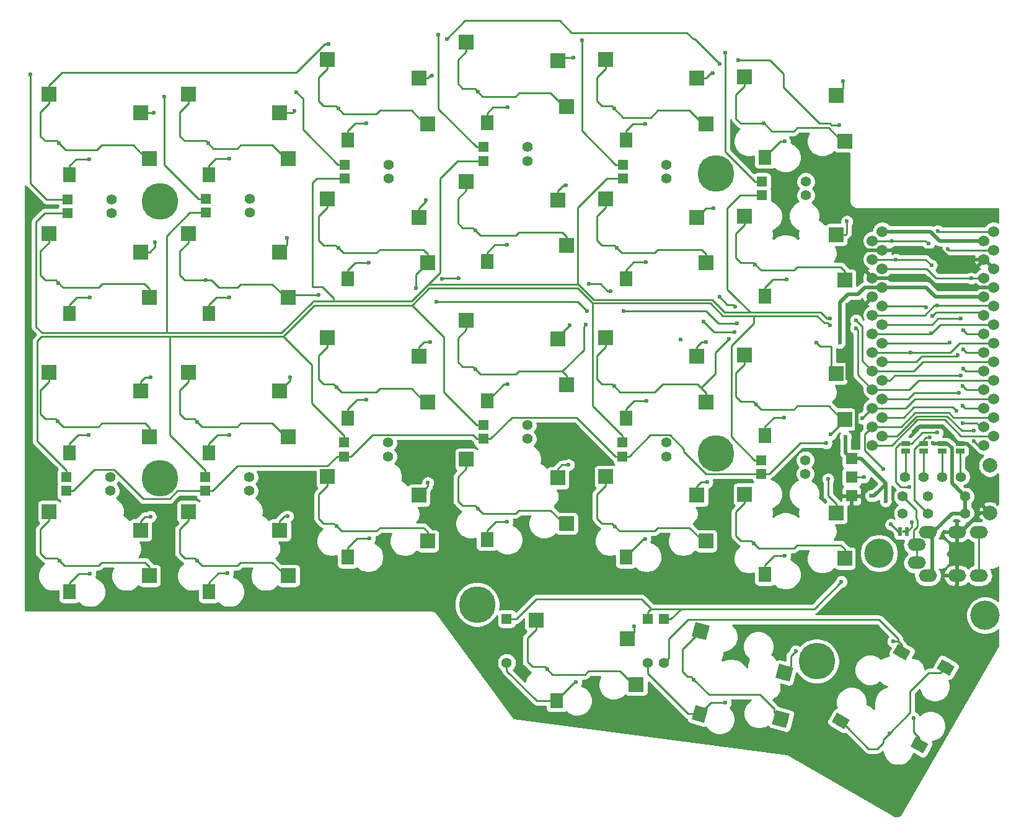
<source format=gtl>
G04 #@! TF.GenerationSoftware,KiCad,Pcbnew,(5.1.0)-1*
G04 #@! TF.CreationDate,2019-05-05T14:00:57-05:00*
G04 #@! TF.ProjectId,corne-chocolate,636f726e-652d-4636-986f-636f6c617465,2.1*
G04 #@! TF.SameCoordinates,Original*
G04 #@! TF.FileFunction,Copper,L1,Top*
G04 #@! TF.FilePolarity,Positive*
%FSLAX46Y46*%
G04 Gerber Fmt 4.6, Leading zero omitted, Abs format (unit mm)*
G04 Created by KiCad (PCBNEW (5.1.0)-1) date 2019-05-05 14:00:57*
%MOMM*%
%LPD*%
G04 APERTURE LIST*
%ADD10R,1.397000X1.397000*%
%ADD11C,1.397000*%
%ADD12C,4.000000*%
%ADD13R,0.400000X0.400000*%
%ADD14R,0.600000X1.143000*%
%ADD15C,1.500000*%
%ADD16C,0.100000*%
%ADD17R,2.000000X2.000000*%
%ADD18R,1.800000X2.000000*%
%ADD19C,2.000000*%
%ADD20C,1.800000*%
%ADD21C,5.000000*%
%ADD22O,2.500000X1.700000*%
%ADD23C,1.524000*%
%ADD24R,1.143000X0.635000*%
%ADD25R,1.524000X1.524000*%
%ADD26C,0.600000*%
%ADD27C,0.250000*%
%ADD28C,0.500000*%
%ADD29C,0.254000*%
G04 APERTURE END LIST*
D10*
X66938900Y-67411600D03*
D11*
X72938900Y-67411600D03*
D10*
X123746000Y-98247200D03*
D11*
X129746000Y-98247200D03*
D10*
X148363600Y-124750000D03*
D11*
X148363600Y-130750000D03*
D10*
X161744400Y-64973200D03*
D11*
X167744400Y-64973200D03*
D10*
X142745200Y-62636400D03*
D11*
X148745200Y-62636400D03*
D10*
X123746000Y-60248800D03*
D11*
X129746000Y-60248800D03*
D10*
X104797600Y-62636400D03*
D11*
X110797600Y-62636400D03*
D10*
X85773000Y-67360800D03*
D11*
X91773000Y-67360800D03*
D10*
X142745200Y-64516000D03*
D11*
X148745200Y-64516000D03*
D10*
X66926200Y-69265800D03*
D11*
X72926200Y-69265800D03*
D10*
X85773000Y-69227700D03*
D11*
X91773000Y-69227700D03*
D10*
X104800400Y-64516000D03*
D11*
X110800400Y-64516000D03*
D10*
X123746000Y-62128400D03*
D11*
X129746000Y-62128400D03*
D10*
X161744400Y-66852800D03*
D11*
X167744400Y-66852800D03*
D10*
X66745600Y-105359200D03*
D11*
X72745600Y-105359200D03*
D10*
X85747600Y-105359200D03*
D11*
X91747600Y-105359200D03*
D10*
X104696000Y-100634800D03*
D11*
X110696000Y-100634800D03*
D10*
X142694400Y-100634800D03*
D11*
X148694400Y-100634800D03*
D10*
X161693600Y-103022400D03*
D11*
X167693600Y-103022400D03*
D10*
X66748400Y-107238800D03*
D11*
X72748400Y-107238800D03*
D10*
X85747600Y-107238800D03*
D11*
X91747600Y-107238800D03*
D10*
X104696000Y-102514400D03*
D11*
X110696000Y-102514400D03*
D10*
X123746000Y-100126800D03*
D11*
X129746000Y-100126800D03*
D10*
X161693600Y-104902000D03*
D11*
X167693600Y-104902000D03*
D10*
X126898400Y-124708400D03*
D11*
X126898400Y-130708400D03*
D10*
X146151600Y-124750000D03*
D11*
X146151600Y-130750000D03*
D10*
X142694400Y-102514400D03*
D11*
X148694400Y-102514400D03*
D12*
X192250000Y-124250000D03*
X177750000Y-115750000D03*
D13*
X181100000Y-112800000D03*
D14*
X180600000Y-112800000D03*
X181600000Y-112800000D03*
D15*
X186871194Y-131357897D03*
D16*
G36*
X186380169Y-130208378D02*
G01*
X188112219Y-131208378D01*
X187362219Y-132507416D01*
X185630169Y-131507416D01*
X186380169Y-130208378D01*
X186380169Y-130208378D01*
G37*
D15*
X183276450Y-141984176D03*
D16*
G36*
X182785425Y-140834657D02*
G01*
X184517475Y-141834657D01*
X183767475Y-143133695D01*
X182035425Y-142133695D01*
X182785425Y-140834657D01*
X182785425Y-140834657D01*
G37*
D15*
X180867195Y-129277127D03*
D16*
G36*
X180376170Y-128127608D02*
G01*
X182108220Y-129127608D01*
X181358220Y-130426646D01*
X179626170Y-129426646D01*
X180376170Y-128127608D01*
X180376170Y-128127608D01*
G37*
D15*
X172517491Y-138659240D03*
D16*
G36*
X172026466Y-137509721D02*
G01*
X173758516Y-138509721D01*
X173008516Y-139808759D01*
X171276466Y-138808759D01*
X172026466Y-137509721D01*
X172026466Y-137509721D01*
G37*
D17*
X154100000Y-76075000D03*
D18*
X143200000Y-78275000D03*
D17*
X152900000Y-69835000D03*
X140400000Y-67295000D03*
X135100000Y-73700000D03*
D18*
X124200000Y-75900000D03*
D17*
X133900000Y-67460000D03*
X121400000Y-64920000D03*
X173100000Y-59450000D03*
D18*
X162200000Y-61650000D03*
D17*
X171900000Y-53210000D03*
X159400000Y-50670000D03*
X154100000Y-57075000D03*
D18*
X143200000Y-59275000D03*
D17*
X152900000Y-50835000D03*
X140400000Y-48295000D03*
X135100000Y-54700000D03*
D18*
X124200000Y-56900000D03*
D17*
X133900000Y-48460000D03*
X121400000Y-45920000D03*
X116100000Y-57075000D03*
D18*
X105200000Y-59275000D03*
D17*
X114900000Y-50835000D03*
X102400000Y-48295000D03*
X97100000Y-61825000D03*
D18*
X86200000Y-64025000D03*
D17*
X95900000Y-55585000D03*
X83400000Y-53045000D03*
X78100000Y-61825000D03*
D18*
X67200000Y-64025000D03*
D17*
X76900000Y-55585000D03*
X64400000Y-53045000D03*
X78100000Y-80825000D03*
D18*
X67200000Y-83025000D03*
D17*
X76900000Y-74585000D03*
X64400000Y-72045000D03*
D19*
X164366369Y-138420360D03*
D16*
G36*
X165591114Y-137713253D02*
G01*
X165073476Y-139645105D01*
X163141624Y-139127467D01*
X163659262Y-137195615D01*
X165591114Y-137713253D01*
X165591114Y-137713253D01*
G37*
D20*
X153268375Y-137724269D03*
D16*
G36*
X154396527Y-136991280D02*
G01*
X153878889Y-138923132D01*
X152140223Y-138457258D01*
X152657861Y-136525406D01*
X154396527Y-136991280D01*
X154396527Y-136991280D01*
G37*
D19*
X164822289Y-132082400D03*
D16*
G36*
X166047034Y-131375293D02*
G01*
X165529396Y-133307145D01*
X163597544Y-132789507D01*
X164115182Y-130857655D01*
X166047034Y-131375293D01*
X166047034Y-131375293D01*
G37*
D19*
X153405616Y-126393710D03*
D16*
G36*
X154630361Y-125686603D02*
G01*
X154112723Y-127618455D01*
X152180871Y-127100817D01*
X152698509Y-125168965D01*
X154630361Y-125686603D01*
X154630361Y-125686603D01*
G37*
D17*
X154100000Y-95075000D03*
D18*
X143200000Y-97275000D03*
D17*
X152900000Y-88835000D03*
X140400000Y-86295000D03*
X173100000Y-116450000D03*
D18*
X162200000Y-118650000D03*
D17*
X171900000Y-110210000D03*
X159400000Y-107670000D03*
X173100000Y-97450000D03*
D18*
X162200000Y-99650000D03*
D17*
X171900000Y-91210000D03*
X159400000Y-88670000D03*
X173100000Y-78450000D03*
D18*
X162200000Y-80650000D03*
D17*
X171900000Y-72210000D03*
X159400000Y-69670000D03*
X116100000Y-114075000D03*
D18*
X105200000Y-116275000D03*
D17*
X114900000Y-107835000D03*
X102400000Y-105295000D03*
X135100000Y-92700000D03*
D18*
X124200000Y-94900000D03*
D17*
X133900000Y-86460000D03*
X121400000Y-83920000D03*
X116100000Y-76075000D03*
D18*
X105200000Y-78275000D03*
D17*
X114900000Y-69835000D03*
X102400000Y-67295000D03*
X97100000Y-118825000D03*
D18*
X86200000Y-121025000D03*
D17*
X95900000Y-112585000D03*
X83400000Y-110045000D03*
X97100000Y-80825000D03*
D18*
X86200000Y-83025000D03*
D17*
X95900000Y-74585000D03*
X83400000Y-72045000D03*
X154100000Y-114075000D03*
D18*
X143200000Y-116275000D03*
D17*
X152900000Y-107835000D03*
X140400000Y-105295000D03*
X135100000Y-111700000D03*
D18*
X124200000Y-113900000D03*
D17*
X133900000Y-105460000D03*
X121400000Y-102920000D03*
X144600000Y-133700000D03*
D18*
X133700000Y-135900000D03*
D17*
X143400000Y-127460000D03*
X130900000Y-124920000D03*
X78100000Y-118825000D03*
D18*
X67200000Y-121025000D03*
D17*
X76900000Y-112585000D03*
X64400000Y-110045000D03*
X116100000Y-95075000D03*
D18*
X105200000Y-97275000D03*
D17*
X114900000Y-88835000D03*
X102400000Y-86295000D03*
X97100000Y-99825000D03*
D18*
X86200000Y-102025000D03*
D17*
X95900000Y-93585000D03*
X83400000Y-91045000D03*
X78100000Y-99825000D03*
D18*
X67200000Y-102025000D03*
D17*
X76900000Y-93585000D03*
X64400000Y-91045000D03*
D21*
X155500000Y-102108000D03*
X155500000Y-63892000D03*
X79500000Y-67642000D03*
D22*
X184400000Y-112850000D03*
X182900000Y-117050000D03*
X191400000Y-112850000D03*
X188400000Y-112850000D03*
X191400000Y-118800000D03*
X188400000Y-118800000D03*
X184400000Y-118800000D03*
X182900000Y-114600000D03*
D23*
X192100000Y-73042000D03*
X192100000Y-75582000D03*
X192100000Y-78122000D03*
X192100000Y-80662000D03*
X192100000Y-83202000D03*
X192100000Y-85742000D03*
X192100000Y-88282000D03*
X192100000Y-90822000D03*
X192100000Y-93362000D03*
X192100000Y-95902000D03*
X192100000Y-98442000D03*
X192100000Y-100982000D03*
X176860000Y-100982000D03*
X176860000Y-98442000D03*
X176860000Y-95902000D03*
X176860000Y-93362000D03*
X176860000Y-90822000D03*
X176860000Y-88282000D03*
X176860000Y-85742000D03*
X176860000Y-83202000D03*
X176860000Y-80662000D03*
X176860000Y-78122000D03*
X176860000Y-75582000D03*
X176860000Y-73042000D03*
X193406400Y-71772000D03*
X193406400Y-74312000D03*
X193406400Y-76852000D03*
X193406400Y-79392000D03*
X193406400Y-81932000D03*
X193406400Y-84472000D03*
X193406400Y-87012000D03*
X193406400Y-89552000D03*
X193406400Y-92092000D03*
X193406400Y-94632000D03*
X193406400Y-97172000D03*
X193406400Y-99712000D03*
X178186400Y-99712000D03*
X178186400Y-97172000D03*
X178186400Y-94632000D03*
X178186400Y-92092000D03*
X178186400Y-89552000D03*
X178186400Y-87012000D03*
X178186400Y-84472000D03*
X178186400Y-81932000D03*
X178186400Y-79392000D03*
X178186400Y-76852000D03*
X178186400Y-74312000D03*
X178186400Y-71772000D03*
D11*
X189540000Y-108000000D03*
X184460000Y-108000000D03*
X189540000Y-110300000D03*
X184460000Y-110300000D03*
D24*
X188875000Y-100749620D03*
X188875000Y-101750380D03*
X186375000Y-100749620D03*
X186375000Y-101750380D03*
X183875000Y-100749620D03*
X183875000Y-101750380D03*
X181375000Y-100749620D03*
X181375000Y-101750380D03*
D25*
X174000000Y-102820000D03*
X174000000Y-105360000D03*
X174000000Y-107900000D03*
D11*
X181300000Y-105300000D03*
X183840000Y-105300000D03*
X186380000Y-105300000D03*
X188920000Y-105300000D03*
D21*
X79500000Y-105500000D03*
X122850000Y-122750000D03*
X169250000Y-130500000D03*
D11*
X181000000Y-108000000D03*
X181000000Y-110300000D03*
D19*
X192900000Y-103750000D03*
X192900000Y-110250000D03*
D26*
X182075600Y-88282000D03*
X61823600Y-50342800D03*
X117592170Y-44907200D03*
X137164914Y-45664286D03*
X156718000Y-47345600D03*
X98196400Y-52730400D03*
X80111600Y-53340000D03*
X78689200Y-55575200D03*
X69850000Y-61874400D03*
X174620000Y-83901200D03*
X171043600Y-83667600D03*
X97942400Y-55270400D03*
X89052400Y-61823600D03*
X174599600Y-84988400D03*
X171043600Y-84582000D03*
X116738400Y-50495200D03*
X107696000Y-56997600D03*
X175471600Y-97290400D03*
X170535600Y-100685600D03*
X135991600Y-48006000D03*
X127000000Y-54813200D03*
X155092400Y-50139600D03*
X145846800Y-57048400D03*
X172872400Y-51206400D03*
X164846000Y-59486800D03*
X78892400Y-73253600D03*
X69951600Y-80772000D03*
X96926400Y-72694800D03*
X89001600Y-80772000D03*
X115824000Y-67513200D03*
X108102400Y-76047600D03*
X134975600Y-65481200D03*
X126949200Y-73558400D03*
X155143200Y-68630800D03*
X145948400Y-75996800D03*
X173380400Y-70408800D03*
X165100000Y-78333600D03*
X78232000Y-91744800D03*
X69799200Y-99618800D03*
X97332800Y-91744800D03*
X89052400Y-99568000D03*
X116484400Y-86918800D03*
X107746800Y-94792800D03*
X135483600Y-84582000D03*
X127050800Y-92659200D03*
X150622000Y-86563200D03*
X154127200Y-86918800D03*
X145999200Y-94894400D03*
X169214800Y-86969600D03*
X164795200Y-97180400D03*
X174650000Y-101320000D03*
X173435022Y-91800000D03*
X188360000Y-75620000D03*
X189960000Y-79370000D03*
X182480000Y-99200000D03*
X173435022Y-81805022D03*
X174000000Y-111800000D03*
X173735021Y-76353379D03*
X185100000Y-100700000D03*
X176657800Y-107900000D03*
X173177200Y-99872800D03*
X172377100Y-86956900D03*
X178649999Y-108624001D03*
X185000000Y-83300000D03*
X184200000Y-82100000D03*
X65760600Y-59715400D03*
X65675601Y-78799599D03*
X65573601Y-97697599D03*
X65786000Y-116738400D03*
X172313600Y-57251600D03*
X158546800Y-48361600D03*
X155982199Y-48844999D03*
X118719600Y-45466000D03*
X102565200Y-46177200D03*
X189300000Y-85300000D03*
X188900000Y-83700000D03*
X86101000Y-59695000D03*
X85836399Y-78400001D03*
X84649401Y-97773399D03*
X84623601Y-116747599D03*
X158140400Y-82092800D03*
X155956000Y-80721200D03*
X141122400Y-79908400D03*
X138125200Y-78943200D03*
X120345200Y-78130400D03*
X118059200Y-78282800D03*
X101244400Y-80467200D03*
X189300000Y-87900000D03*
X187400000Y-87000000D03*
X103886000Y-74015600D03*
X103892800Y-54958800D03*
X103687201Y-93061199D03*
X103636001Y-112009999D03*
X158343600Y-84378800D03*
X142900400Y-82651600D03*
X117297200Y-81381600D03*
X114503200Y-79502000D03*
X137871200Y-82651600D03*
X189300000Y-90500000D03*
X188500000Y-88700000D03*
X122961400Y-52705000D03*
X122630101Y-71629099D03*
X122629701Y-90628699D03*
X122986500Y-109677500D03*
X132433700Y-131624700D03*
X158038800Y-85547200D03*
X153771600Y-84124800D03*
X137718800Y-84480400D03*
X189200000Y-92900000D03*
X188960000Y-91460000D03*
X141611001Y-54984999D03*
X141917000Y-73983000D03*
X141559401Y-92933399D03*
X141711401Y-112085399D03*
X152476200Y-133019800D03*
X157226000Y-86461600D03*
X189200000Y-95600000D03*
X188700000Y-93800000D03*
X162024599Y-57025001D03*
X160846700Y-76287700D03*
X160998700Y-95439700D03*
X160666501Y-114415499D03*
X179177601Y-140366401D03*
X171145200Y-99517200D03*
X185800000Y-71700000D03*
X175700000Y-105360000D03*
X179500000Y-73042000D03*
X184530000Y-73450000D03*
X179400000Y-111800000D03*
X187160000Y-74220000D03*
X180060000Y-75619998D03*
X184910000Y-76400000D03*
X190350000Y-78180000D03*
X184900000Y-85700000D03*
X184700000Y-99900000D03*
X181900000Y-106700000D03*
X185700000Y-81900000D03*
X185700000Y-99240010D03*
X189200000Y-98000000D03*
X188300000Y-96300000D03*
X190700000Y-100400000D03*
X190700000Y-99000000D03*
X182200000Y-111500000D03*
X144272000Y-125730000D03*
X136347200Y-133350000D03*
X178308000Y-104241600D03*
X172618400Y-119634000D03*
X166370000Y-129133600D03*
X156768800Y-136194800D03*
X179679600Y-127812800D03*
X182473600Y-138277600D03*
X78232000Y-110744000D03*
X70002400Y-118567200D03*
X96977200Y-110693200D03*
X88798400Y-118465600D03*
X116128800Y-106121200D03*
X108153200Y-113741200D03*
X135331200Y-103682800D03*
X126949200Y-111455200D03*
X154279600Y-106019600D03*
X145796000Y-113792000D03*
X170789600Y-105613200D03*
X164896800Y-116128800D03*
D27*
X176860000Y-88282000D02*
X182075600Y-88282000D01*
X187518000Y-88282000D02*
X188788000Y-87012000D01*
X188788000Y-87012000D02*
X193406400Y-87012000D01*
X182075600Y-88282000D02*
X187518000Y-88282000D01*
X66938900Y-67411600D02*
X64058800Y-67411600D01*
X64058800Y-67411600D02*
X61823600Y-65176400D01*
X61823600Y-65176400D02*
X61823600Y-50342800D01*
X61823600Y-50342800D02*
X61823600Y-50342800D01*
X84824500Y-67360800D02*
X85773000Y-67360800D01*
X80111600Y-62647900D02*
X84824500Y-67360800D01*
X103849100Y-62636400D02*
X104797600Y-62636400D01*
X122797500Y-60248800D02*
X123746000Y-60248800D01*
X117592170Y-55043470D02*
X122797500Y-60248800D01*
X117592170Y-44907200D02*
X117592170Y-55043470D01*
X141796700Y-62636400D02*
X142745200Y-62636400D01*
X137164914Y-58004614D02*
X141796700Y-62636400D01*
X137164914Y-45664286D02*
X137164914Y-58004614D01*
X160795900Y-64973200D02*
X161744400Y-64973200D01*
X156718000Y-60895300D02*
X160795900Y-64973200D01*
X156718000Y-47345600D02*
X156718000Y-60895300D01*
X99060000Y-57847300D02*
X99574950Y-58362250D01*
X99060000Y-53594000D02*
X99060000Y-57847300D01*
X98196400Y-52730400D02*
X99060000Y-53594000D01*
X99466400Y-58253700D02*
X99574950Y-58362250D01*
X99574950Y-58362250D02*
X103849100Y-62636400D01*
X80111600Y-53340000D02*
X80111600Y-62647900D01*
X67200000Y-63975000D02*
X67200000Y-63675000D01*
X78150000Y-55585000D02*
X78159800Y-55575200D01*
X76900000Y-55585000D02*
X78150000Y-55585000D01*
X78159800Y-55575200D02*
X78689200Y-55575200D01*
X78689200Y-55575200D02*
X78689200Y-55575200D01*
X69425736Y-61874400D02*
X69850000Y-61874400D01*
X68100600Y-61874400D02*
X69425736Y-61874400D01*
X67200000Y-62775000D02*
X68100600Y-61874400D01*
X67200000Y-64025000D02*
X67200000Y-62775000D01*
X176860000Y-90822000D02*
X182478000Y-90822000D01*
X183748000Y-89552000D02*
X193406400Y-89552000D01*
X182478000Y-90822000D02*
X183748000Y-89552000D01*
X169806536Y-82854800D02*
X170619336Y-83667600D01*
X138836400Y-81127600D02*
X154940000Y-81127600D01*
X113893600Y-81330800D02*
X116230400Y-78994000D01*
X136702800Y-78994000D02*
X138836400Y-81127600D01*
X66926200Y-69265800D02*
X63830200Y-69265800D01*
X154940000Y-81127600D02*
X156667200Y-82854800D01*
X63830200Y-69265800D02*
X62636400Y-70459600D01*
X62636400Y-70459600D02*
X62636400Y-84836000D01*
X62636400Y-84836000D02*
X63449200Y-85648800D01*
X170619336Y-83667600D02*
X171043600Y-83667600D01*
X80467200Y-72392798D02*
X80467200Y-85648800D01*
X83632298Y-69227700D02*
X80467200Y-72392798D01*
X85773000Y-69227700D02*
X83632298Y-69227700D01*
X63449200Y-85648800D02*
X80467200Y-85648800D01*
X80467200Y-85648800D02*
X96164400Y-85648800D01*
X104800400Y-64516000D02*
X100990400Y-64516000D01*
X100990400Y-64516000D02*
X100355400Y-65151000D01*
X96164400Y-85648800D02*
X100355400Y-81457800D01*
X100355400Y-81457800D02*
X100482400Y-81330800D01*
X123746000Y-62128400D02*
X120192800Y-62128400D01*
X120192800Y-62128400D02*
X117805200Y-64516000D01*
X116230400Y-78994000D02*
X117805200Y-78994000D01*
X136601200Y-68508798D02*
X136601200Y-78994000D01*
X140593998Y-64516000D02*
X136601200Y-68508798D01*
X142745200Y-64516000D02*
X140593998Y-64516000D01*
X117805200Y-78994000D02*
X136601200Y-78994000D01*
X136601200Y-78994000D02*
X136702800Y-78994000D01*
X161744400Y-66852800D02*
X158800800Y-66852800D01*
X158800800Y-66852800D02*
X157022800Y-68630800D01*
X156667200Y-82854800D02*
X157022800Y-82854800D01*
X175480000Y-84761200D02*
X174620000Y-83901200D01*
X175480000Y-89442000D02*
X175480000Y-84761200D01*
X175480000Y-89442000D02*
X176860000Y-90822000D01*
X161340800Y-82854800D02*
X161086800Y-82854800D01*
X161340800Y-82854800D02*
X169806536Y-82854800D01*
X157022800Y-82854800D02*
X161340800Y-82854800D01*
X160223200Y-82854800D02*
X158546800Y-81178400D01*
X158546800Y-81178400D02*
X157022800Y-79654400D01*
X157022800Y-68630800D02*
X157022800Y-79654400D01*
X116230400Y-78994000D02*
X117805200Y-77419200D01*
X117805200Y-64516000D02*
X117805200Y-77419200D01*
X100355400Y-65151000D02*
X100355400Y-79324200D01*
X100482400Y-81330800D02*
X102362000Y-81330800D01*
X103276400Y-81330800D02*
X103276400Y-80873600D01*
X103276400Y-81330800D02*
X113893600Y-81330800D01*
X102362000Y-81330800D02*
X103276400Y-81330800D01*
X101727000Y-79324200D02*
X100355400Y-79324200D01*
X103276400Y-80873600D02*
X101727000Y-79324200D01*
X97627800Y-55585000D02*
X97942400Y-55270400D01*
X95900000Y-55585000D02*
X97627800Y-55585000D01*
X86200000Y-62775000D02*
X87151400Y-61823600D01*
X86200000Y-64025000D02*
X86200000Y-62775000D01*
X87151400Y-61823600D02*
X89052400Y-61823600D01*
X89052400Y-61823600D02*
X89052400Y-61823600D01*
X189010001Y-92105001D02*
X189023002Y-92092000D01*
X176860000Y-93362000D02*
X181938000Y-93362000D01*
X188396998Y-92092000D02*
X188409999Y-92105001D01*
X188409999Y-92105001D02*
X189010001Y-92105001D01*
X189023002Y-92092000D02*
X193406400Y-92092000D01*
X183208000Y-92092000D02*
X188396998Y-92092000D01*
X181938000Y-93362000D02*
X183208000Y-92092000D01*
X174870400Y-91372400D02*
X174870400Y-85259200D01*
X176860000Y-93362000D02*
X174870400Y-91372400D01*
X174870400Y-85259200D02*
X174599600Y-84988400D01*
X174599600Y-84988400D02*
X174599600Y-84988400D01*
X170743601Y-84282001D02*
X170286401Y-84282001D01*
X171043600Y-84582000D02*
X170743601Y-84282001D01*
X170286401Y-84282001D02*
X169309210Y-83304810D01*
X138649999Y-81577609D02*
X136625190Y-79552800D01*
X136625190Y-79552800D02*
X116308010Y-79552800D01*
X113971210Y-81889600D02*
X100584000Y-81889600D01*
X116308010Y-79552800D02*
X113971210Y-81889600D01*
X100584000Y-81889600D02*
X96374791Y-86098809D01*
X66745600Y-104410700D02*
X66745600Y-105359200D01*
X62774989Y-100440089D02*
X66745600Y-104410700D01*
X62774989Y-86729411D02*
X62774989Y-100440089D01*
X63405591Y-86098809D02*
X62774989Y-86729411D01*
X85747600Y-104410700D02*
X85747600Y-105359200D01*
X80917209Y-99580309D02*
X85747600Y-104410700D01*
X80917209Y-86098809D02*
X80917209Y-99580309D01*
X80917209Y-86098809D02*
X63405591Y-86098809D01*
X96374791Y-86098809D02*
X80917209Y-86098809D01*
X96374791Y-86098809D02*
X100279200Y-90003218D01*
X104696000Y-99686300D02*
X104696000Y-100634800D01*
X100279200Y-95269500D02*
X104696000Y-99686300D01*
X100279200Y-90003218D02*
X100279200Y-95269500D01*
X122797500Y-98247200D02*
X118313200Y-93762900D01*
X123746000Y-98247200D02*
X122797500Y-98247200D01*
X118313200Y-86231590D02*
X113971210Y-81889600D01*
X118313200Y-93762900D02*
X118313200Y-86231590D01*
X142694400Y-99686300D02*
X138649999Y-95641899D01*
X142694400Y-100634800D02*
X142694400Y-99686300D01*
X160745100Y-103022400D02*
X157574410Y-99851710D01*
X161693600Y-103022400D02*
X160745100Y-103022400D01*
X169309210Y-83304810D02*
X161703590Y-83304810D01*
X157574410Y-99851710D02*
X157574410Y-87419610D01*
X160666020Y-83377180D02*
X160738390Y-83304810D01*
X160666020Y-84328000D02*
X160666020Y-83377180D01*
X157574410Y-87419610D02*
X160666020Y-84328000D01*
X161703590Y-83304810D02*
X160738390Y-83304810D01*
X138649999Y-84362001D02*
X138649999Y-81577609D01*
X138649999Y-95641899D02*
X138649999Y-84362001D01*
X138650000Y-81577610D02*
X138649999Y-81577609D01*
X154678810Y-81577610D02*
X138650000Y-81577610D01*
X160738390Y-83304810D02*
X156406010Y-83304810D01*
X156406010Y-83304810D02*
X154678810Y-81577610D01*
X116150000Y-50835000D02*
X116489800Y-50495200D01*
X114900000Y-50835000D02*
X116150000Y-50835000D01*
X116489800Y-50495200D02*
X116738400Y-50495200D01*
X116738400Y-50495200D02*
X116738400Y-50495200D01*
X105200000Y-58025000D02*
X106227400Y-56997600D01*
X105200000Y-59275000D02*
X105200000Y-58025000D01*
X106227400Y-56997600D02*
X107696000Y-56997600D01*
X107696000Y-56997600D02*
X107696000Y-56997600D01*
X181398000Y-95902000D02*
X182668000Y-94632000D01*
X176098001Y-96663999D02*
X176860000Y-95902000D01*
X182668000Y-94632000D02*
X193406400Y-94632000D01*
X176860000Y-95902000D02*
X181398000Y-95902000D01*
X175471600Y-97290400D02*
X176860000Y-95902000D01*
X170535600Y-100685600D02*
X166979600Y-100685600D01*
X162763200Y-104902000D02*
X161693600Y-104902000D01*
X166979600Y-100685600D02*
X162763200Y-104902000D01*
X146546001Y-99611299D02*
X143642900Y-102514400D01*
X149185681Y-99611299D02*
X146546001Y-99611299D01*
X143642900Y-102514400D02*
X142694400Y-102514400D01*
X161693600Y-104902000D02*
X156887002Y-104902000D01*
X156887002Y-104902000D02*
X156856001Y-104933001D01*
X156856001Y-104933001D02*
X154143999Y-104933001D01*
X151079200Y-101868202D02*
X151079200Y-101504818D01*
X154143999Y-104933001D02*
X151079200Y-101868202D01*
X151079200Y-101504818D02*
X149185681Y-99611299D01*
X124694500Y-100126800D02*
X123746000Y-100126800D01*
X127597601Y-97223699D02*
X124694500Y-100126800D01*
X136455199Y-97223699D02*
X127597601Y-97223699D01*
X141745900Y-102514400D02*
X136455199Y-97223699D01*
X142694400Y-102514400D02*
X141745900Y-102514400D01*
X105644500Y-102514400D02*
X104696000Y-102514400D01*
X108547601Y-99611299D02*
X105644500Y-102514400D01*
X122281999Y-99611299D02*
X108547601Y-99611299D01*
X122797500Y-100126800D02*
X122281999Y-99611299D01*
X123746000Y-100126800D02*
X122797500Y-100126800D01*
X86696100Y-107238800D02*
X85747600Y-107238800D01*
X90084899Y-103850001D02*
X86696100Y-107238800D01*
X102411899Y-103850001D02*
X90084899Y-103850001D01*
X103747500Y-102514400D02*
X102411899Y-103850001D01*
X104696000Y-102514400D02*
X103747500Y-102514400D01*
X67696900Y-107238800D02*
X66748400Y-107238800D01*
X70600001Y-104335699D02*
X67696900Y-107238800D01*
X73236881Y-104335699D02*
X70600001Y-104335699D01*
X77226183Y-108325001D02*
X73236881Y-104335699D01*
X80856001Y-108325001D02*
X77226183Y-108325001D01*
X81942202Y-107238800D02*
X80856001Y-108325001D01*
X85747600Y-107238800D02*
X81942202Y-107238800D01*
X134354000Y-48006000D02*
X133900000Y-48460000D01*
X135991600Y-48006000D02*
X134354000Y-48006000D01*
X126575736Y-54813200D02*
X127000000Y-54813200D01*
X125036800Y-54813200D02*
X126575736Y-54813200D01*
X124200000Y-55650000D02*
X125036800Y-54813200D01*
X124200000Y-56900000D02*
X124200000Y-55650000D01*
X154150000Y-50835000D02*
X154845400Y-50139600D01*
X152900000Y-50835000D02*
X154150000Y-50835000D01*
X154845400Y-50139600D02*
X155092400Y-50139600D01*
X155092400Y-50139600D02*
X155092400Y-50139600D01*
X143200000Y-58025000D02*
X144176600Y-57048400D01*
X143200000Y-59275000D02*
X143200000Y-58025000D01*
X144176600Y-57048400D02*
X145846800Y-57048400D01*
X145846800Y-57048400D02*
X145846800Y-57048400D01*
X172872400Y-52237600D02*
X171900000Y-53210000D01*
X172872400Y-51206400D02*
X172872400Y-52237600D01*
X164421736Y-59486800D02*
X164846000Y-59486800D01*
X164263200Y-59486800D02*
X164421736Y-59486800D01*
X162200000Y-61550000D02*
X164263200Y-59486800D01*
X162200000Y-61650000D02*
X162200000Y-61550000D01*
X78150000Y-74585000D02*
X78892400Y-73842600D01*
X76900000Y-74585000D02*
X78150000Y-74585000D01*
X78892400Y-73842600D02*
X78892400Y-73253600D01*
X78892400Y-73253600D02*
X78892400Y-73253600D01*
X67200000Y-81775000D02*
X68203000Y-80772000D01*
X67200000Y-83025000D02*
X67200000Y-81775000D01*
X68203000Y-80772000D02*
X69951600Y-80772000D01*
X69951600Y-80772000D02*
X69951600Y-80772000D01*
X96926400Y-73558600D02*
X95900000Y-74585000D01*
X96926400Y-72694800D02*
X96926400Y-73558600D01*
X88577336Y-80772000D02*
X89001600Y-80772000D01*
X87203000Y-80772000D02*
X88577336Y-80772000D01*
X86200000Y-81775000D02*
X87203000Y-80772000D01*
X86200000Y-83025000D02*
X86200000Y-81775000D01*
X114900000Y-68585000D02*
X115824000Y-67661000D01*
X114900000Y-69835000D02*
X114900000Y-68585000D01*
X115824000Y-67661000D02*
X115824000Y-67513200D01*
X115824000Y-67513200D02*
X115824000Y-67513200D01*
X105200000Y-77025000D02*
X106177400Y-76047600D01*
X105200000Y-78275000D02*
X105200000Y-77025000D01*
X106177400Y-76047600D02*
X108102400Y-76047600D01*
X108102400Y-76047600D02*
X108102400Y-76047600D01*
X133900000Y-66210000D02*
X134628800Y-65481200D01*
X133900000Y-67460000D02*
X133900000Y-66210000D01*
X134628800Y-65481200D02*
X134975600Y-65481200D01*
X134975600Y-65481200D02*
X134975600Y-65481200D01*
X126524936Y-73558400D02*
X126949200Y-73558400D01*
X125291600Y-73558400D02*
X126524936Y-73558400D01*
X124200000Y-74650000D02*
X125291600Y-73558400D01*
X124200000Y-75900000D02*
X124200000Y-74650000D01*
X154104200Y-68630800D02*
X152900000Y-69835000D01*
X155143200Y-68630800D02*
X154104200Y-68630800D01*
X143200000Y-77025000D02*
X144228200Y-75996800D01*
X143200000Y-78275000D02*
X143200000Y-77025000D01*
X144228200Y-75996800D02*
X145948400Y-75996800D01*
X145948400Y-75996800D02*
X145948400Y-75996800D01*
X173150000Y-72210000D02*
X173380400Y-71979600D01*
X171900000Y-72210000D02*
X173150000Y-72210000D01*
X173380400Y-71979600D02*
X173380400Y-70408800D01*
X173380400Y-70408800D02*
X173380400Y-70408800D01*
X164675736Y-78333600D02*
X165100000Y-78333600D01*
X163266400Y-78333600D02*
X164675736Y-78333600D01*
X162200000Y-79400000D02*
X163266400Y-78333600D01*
X162200000Y-80650000D02*
X162200000Y-79400000D01*
X76900000Y-92335000D02*
X77490200Y-91744800D01*
X76900000Y-93585000D02*
X76900000Y-92335000D01*
X77490200Y-91744800D02*
X78232000Y-91744800D01*
X78232000Y-91744800D02*
X78232000Y-91744800D01*
X67200000Y-100775000D02*
X68356200Y-99618800D01*
X67200000Y-102025000D02*
X67200000Y-100775000D01*
X68356200Y-99618800D02*
X69799200Y-99618800D01*
X69799200Y-99618800D02*
X69799200Y-99618800D01*
X97332800Y-92152200D02*
X95900000Y-93585000D01*
X97332800Y-91744800D02*
X97332800Y-92152200D01*
X88628136Y-99568000D02*
X89052400Y-99568000D01*
X87407000Y-99568000D02*
X88628136Y-99568000D01*
X86200000Y-100775000D02*
X87407000Y-99568000D01*
X86200000Y-102025000D02*
X86200000Y-100775000D01*
X114900000Y-87585000D02*
X115566200Y-86918800D01*
X114900000Y-88835000D02*
X114900000Y-87585000D01*
X115566200Y-86918800D02*
X116484400Y-86918800D01*
X116484400Y-86918800D02*
X116484400Y-86918800D01*
X105200000Y-96025000D02*
X106432200Y-94792800D01*
X105200000Y-97275000D02*
X105200000Y-96025000D01*
X106432200Y-94792800D02*
X107746800Y-94792800D01*
X107746800Y-94792800D02*
X107746800Y-94792800D01*
X133900000Y-86165600D02*
X133900000Y-86460000D01*
X135483600Y-84582000D02*
X133900000Y-86165600D01*
X124298998Y-94900000D02*
X126539798Y-92659200D01*
X124200000Y-94900000D02*
X124298998Y-94900000D01*
X126539798Y-92659200D02*
X127050800Y-92659200D01*
X127050800Y-92659200D02*
X127050800Y-92659200D01*
X152900000Y-87585000D02*
X153566200Y-86918800D01*
X152900000Y-88835000D02*
X152900000Y-87585000D01*
X153566200Y-86918800D02*
X154127200Y-86918800D01*
X154127200Y-86918800D02*
X154127200Y-86918800D01*
X145574936Y-94894400D02*
X145999200Y-94894400D01*
X144330600Y-94894400D02*
X145574936Y-94894400D01*
X143200000Y-96025000D02*
X144330600Y-94894400D01*
X143200000Y-97275000D02*
X143200000Y-96025000D01*
X171224800Y-90534800D02*
X171900000Y-91210000D01*
X162200000Y-98400000D02*
X163419600Y-97180400D01*
X162200000Y-99650000D02*
X162200000Y-98400000D01*
X163419600Y-97180400D02*
X164795200Y-97180400D01*
X164795200Y-97180400D02*
X164795200Y-97180400D01*
X169700800Y-87455600D02*
X169214800Y-86969600D01*
X171224800Y-87455600D02*
X169700800Y-87455600D01*
X171224800Y-87455600D02*
X171224800Y-90534800D01*
D28*
X176860000Y-78122000D02*
X184422000Y-78122000D01*
X185692000Y-79392000D02*
X193406400Y-79392000D01*
X184422000Y-78122000D02*
X185692000Y-79392000D01*
X188875000Y-100749620D02*
X189749620Y-100749620D01*
X189749620Y-100749620D02*
X191100000Y-102100000D01*
X188400000Y-112850000D02*
X188950000Y-112850000D01*
X188400000Y-112850000D02*
X188400000Y-118800000D01*
X191100000Y-102100000D02*
X191100000Y-108450000D01*
X191100000Y-108450000D02*
X192900000Y-110250000D01*
X188950000Y-112850000D02*
X191550000Y-110250000D01*
X191550000Y-110250000D02*
X192900000Y-110250000D01*
X174660011Y-93024989D02*
X173435022Y-91800000D01*
X174650000Y-101320000D02*
X174650000Y-100895736D01*
X174650000Y-100895736D02*
X174660011Y-100885725D01*
X174660011Y-100885725D02*
X174660011Y-93024989D01*
X192100000Y-75582000D02*
X188398000Y-75582000D01*
X178186400Y-74312000D02*
X186182000Y-74312000D01*
X188398000Y-75582000D02*
X188360000Y-75620000D01*
X186182000Y-74312000D02*
X187490000Y-75620000D01*
X187490000Y-75620000D02*
X188360000Y-75620000D01*
X185692000Y-79392000D02*
X185700000Y-79400000D01*
X189930000Y-79400000D02*
X189960000Y-79370000D01*
X185700000Y-79400000D02*
X189930000Y-79400000D01*
X186361381Y-98490001D02*
X183189999Y-98490001D01*
X188875000Y-100749620D02*
X188621000Y-100749620D01*
X183189999Y-98490001D02*
X182480000Y-99200000D01*
X188621000Y-100749620D02*
X186361381Y-98490001D01*
X173435022Y-91800000D02*
X173435022Y-81805022D01*
X173435022Y-81805022D02*
X173435022Y-81805022D01*
X174000000Y-111800000D02*
X174000000Y-111800000D01*
X174000000Y-111800000D02*
X174000000Y-107900000D01*
X175776400Y-74312000D02*
X178186400Y-74312000D01*
X173735021Y-76353379D02*
X175776400Y-74312000D01*
X188400000Y-120150000D02*
X188400000Y-118800000D01*
X187950800Y-120599200D02*
X188400000Y-120150000D01*
X174800000Y-112600000D02*
X174800000Y-118540600D01*
X174800000Y-118540600D02*
X176859400Y-120600000D01*
X176859400Y-120600000D02*
X184850000Y-120600000D01*
X174000000Y-111800000D02*
X174800000Y-112600000D01*
X184850000Y-120600000D02*
X184850800Y-120599200D01*
X184850800Y-120599200D02*
X187950800Y-120599200D01*
X186375000Y-100749620D02*
X187049620Y-100749620D01*
X187700000Y-101400000D02*
X187700000Y-106160000D01*
X187049620Y-100749620D02*
X187700000Y-101400000D01*
X185149620Y-100749620D02*
X186375000Y-100749620D01*
X185100000Y-100700000D02*
X185149620Y-100749620D01*
X178186400Y-79392000D02*
X184192000Y-79392000D01*
X184192000Y-79392000D02*
X185462000Y-80662000D01*
X185462000Y-80662000D02*
X192100000Y-80662000D01*
X185000000Y-118200000D02*
X184400000Y-118800000D01*
X184400000Y-112850000D02*
X184400000Y-113100000D01*
X184400000Y-113100000D02*
X185000000Y-113700000D01*
X184400000Y-112850000D02*
X185150000Y-112850000D01*
X187700000Y-110300000D02*
X189540000Y-110300000D01*
X185000000Y-113700000D02*
X185000000Y-118200000D01*
X189540000Y-110300000D02*
X189540000Y-108000000D01*
X187700000Y-106160000D02*
X189540000Y-108000000D01*
X185150000Y-112850000D02*
X187700000Y-110300000D01*
X175808000Y-79392000D02*
X174840000Y-80360000D01*
X178186400Y-79392000D02*
X175808000Y-79392000D01*
X174840000Y-80360000D02*
X173540000Y-80360000D01*
X173890000Y-102820000D02*
X174000000Y-102820000D01*
X173880000Y-102830000D02*
X173890000Y-102820000D01*
X173899999Y-102719999D02*
X174000000Y-102820000D01*
X178649999Y-106207999D02*
X178649999Y-108624001D01*
X174000000Y-102820000D02*
X175262000Y-102820000D01*
X175262000Y-102820000D02*
X178649999Y-106207999D01*
X178649999Y-106332065D02*
X178649999Y-106207999D01*
X177082064Y-107900000D02*
X178649999Y-106332065D01*
X176657800Y-107900000D02*
X177082064Y-107900000D01*
X172377100Y-81522900D02*
X172822400Y-81077600D01*
X172377100Y-84035900D02*
X172377100Y-81522900D01*
X173540000Y-80360000D02*
X172822400Y-81077600D01*
X172822400Y-81077600D02*
X172400000Y-81500000D01*
X173177200Y-101997200D02*
X174000000Y-102820000D01*
X173177200Y-99872800D02*
X173177200Y-101997200D01*
X172377100Y-84035900D02*
X172377100Y-86956900D01*
X172377100Y-86956900D02*
X172377100Y-86956900D01*
D27*
X184032000Y-81932000D02*
X184200000Y-82100000D01*
X178186400Y-81932000D02*
X184032000Y-81932000D01*
X185500000Y-82800000D02*
X191698000Y-82800000D01*
X185000000Y-83300000D02*
X185500000Y-82800000D01*
X191698000Y-82800000D02*
X192100000Y-83202000D01*
X63224999Y-55470001D02*
X64400000Y-54295000D01*
X63887999Y-59400001D02*
X63224999Y-58737001D01*
X65445201Y-59400001D02*
X63887999Y-59400001D01*
X64400000Y-54295000D02*
X64400000Y-53045000D01*
X66700400Y-60655200D02*
X65760600Y-59715400D01*
X70910802Y-60655200D02*
X66700400Y-60655200D01*
X71566003Y-59999999D02*
X70910802Y-60655200D01*
X75876001Y-59999999D02*
X71566003Y-59999999D01*
X77701002Y-61825000D02*
X75876001Y-59999999D01*
X63224999Y-58737001D02*
X63224999Y-55470001D01*
X78100000Y-61825000D02*
X77701002Y-61825000D01*
X64400000Y-73295000D02*
X64400000Y-72045000D01*
X63887999Y-78400001D02*
X63224999Y-77737001D01*
X63224999Y-74470001D02*
X64400000Y-73295000D01*
X65276003Y-78400001D02*
X63887999Y-78400001D01*
X66326003Y-79450001D02*
X65675601Y-78799599D01*
X71116001Y-79450001D02*
X66326003Y-79450001D01*
X71673602Y-78892400D02*
X71116001Y-79450001D01*
X77417400Y-78892400D02*
X71673602Y-78892400D01*
X63224999Y-77737001D02*
X63224999Y-74470001D01*
X78100000Y-79575000D02*
X77417400Y-78892400D01*
X78100000Y-80825000D02*
X78100000Y-79575000D01*
X63224999Y-96737001D02*
X63224999Y-93470001D01*
X63887999Y-97400001D02*
X63224999Y-96737001D01*
X64400000Y-92295000D02*
X64400000Y-91045000D01*
X66326003Y-98450001D02*
X65573601Y-97697599D01*
X71116001Y-98450001D02*
X66326003Y-98450001D01*
X71566003Y-97999999D02*
X71116001Y-98450001D01*
X63224999Y-93470001D02*
X64400000Y-92295000D01*
X77524999Y-97999999D02*
X71566003Y-97999999D01*
X65276003Y-97400001D02*
X63887999Y-97400001D01*
X78100000Y-98575000D02*
X77524999Y-97999999D01*
X78100000Y-99825000D02*
X78100000Y-98575000D01*
X64400000Y-111295000D02*
X64400000Y-110045000D01*
X63224999Y-112470001D02*
X64400000Y-111295000D01*
X63224999Y-115737001D02*
X63224999Y-112470001D01*
X63887999Y-116400001D02*
X63224999Y-115737001D01*
X65447601Y-116400001D02*
X63887999Y-116400001D01*
X66497601Y-117450001D02*
X65786000Y-116738400D01*
X71116001Y-117450001D02*
X66497601Y-117450001D01*
X71573602Y-116992400D02*
X71116001Y-117450001D01*
X78100000Y-117575000D02*
X77517400Y-116992400D01*
X77517400Y-116992400D02*
X71573602Y-116992400D01*
X78100000Y-118825000D02*
X78100000Y-117575000D01*
X65760600Y-59715400D02*
X65445201Y-59400001D01*
X65675601Y-78799599D02*
X65276003Y-78400001D01*
X65573601Y-97697599D02*
X65276003Y-97400001D01*
X65786000Y-116738400D02*
X65447601Y-116400001D01*
X169597801Y-57025001D02*
X164693600Y-52120800D01*
X171020201Y-57025001D02*
X169597801Y-57025001D01*
X172313600Y-57251600D02*
X171246800Y-57251600D01*
X171246800Y-57251600D02*
X171020201Y-57025001D01*
X164693600Y-50202598D02*
X162852602Y-48361600D01*
X164693600Y-52120800D02*
X164693600Y-50202598D01*
X162852602Y-48361600D02*
X158546800Y-48361600D01*
X158546800Y-48361600D02*
X158546800Y-48361600D01*
X155982199Y-48844999D02*
X152603200Y-45466000D01*
X151534010Y-44600010D02*
X135735210Y-44600010D01*
X152603200Y-45466000D02*
X152400000Y-45466000D01*
X152400000Y-45466000D02*
X151534010Y-44600010D01*
X135735210Y-44600010D02*
X134112000Y-42976800D01*
X134112000Y-42976800D02*
X121208800Y-42976800D01*
X121208800Y-42976800D02*
X118719600Y-45466000D01*
X118719600Y-45466000D02*
X118719600Y-45466000D01*
X64400000Y-51795000D02*
X64400000Y-53045000D01*
X66157000Y-50038000D02*
X64400000Y-51795000D01*
X98196096Y-50038000D02*
X66157000Y-50038000D01*
X102056896Y-46177200D02*
X98196096Y-50038000D01*
X102565200Y-46177200D02*
X102056896Y-46177200D01*
X178186400Y-84472000D02*
X185028000Y-84472000D01*
X189742000Y-85742000D02*
X192100000Y-85742000D01*
X189300000Y-85300000D02*
X189742000Y-85742000D01*
X185800000Y-83700000D02*
X188900000Y-83700000D01*
X185028000Y-84472000D02*
X185800000Y-83700000D01*
X83400000Y-54295000D02*
X83400000Y-53045000D01*
X82224999Y-58737001D02*
X82224999Y-55470001D01*
X82887999Y-59400001D02*
X82224999Y-58737001D01*
X82224999Y-55470001D02*
X83400000Y-54295000D01*
X85806001Y-59400001D02*
X82887999Y-59400001D01*
X86856001Y-60450001D02*
X86101000Y-59695000D01*
X90116001Y-60450001D02*
X86856001Y-60450001D01*
X90566003Y-59999999D02*
X90116001Y-60450001D01*
X94876001Y-59999999D02*
X90566003Y-59999999D01*
X96701002Y-61825000D02*
X94876001Y-59999999D01*
X97100000Y-61825000D02*
X96701002Y-61825000D01*
X82224999Y-74470001D02*
X83400000Y-73295000D01*
X82224999Y-77737001D02*
X82224999Y-74470001D01*
X87578001Y-79450001D02*
X86528001Y-78400001D01*
X83400000Y-73295000D02*
X83400000Y-72045000D01*
X90116001Y-79450001D02*
X87578001Y-79450001D01*
X90566003Y-78999999D02*
X90116001Y-79450001D01*
X82887999Y-78400001D02*
X82224999Y-77737001D01*
X94876001Y-78999999D02*
X90566003Y-78999999D01*
X86528001Y-78400001D02*
X85836399Y-78400001D01*
X96701002Y-80825000D02*
X94876001Y-78999999D01*
X97100000Y-80825000D02*
X96701002Y-80825000D01*
X83400000Y-92295000D02*
X83400000Y-91045000D01*
X82224999Y-93470001D02*
X83400000Y-92295000D01*
X82887999Y-97400001D02*
X82224999Y-96737001D01*
X85326003Y-98450001D02*
X84649401Y-97773399D01*
X82224999Y-96737001D02*
X82224999Y-93470001D01*
X90116001Y-98450001D02*
X85326003Y-98450001D01*
X90566003Y-97999999D02*
X90116001Y-98450001D01*
X94876001Y-97999999D02*
X90566003Y-97999999D01*
X96701002Y-99825000D02*
X94876001Y-97999999D01*
X84276003Y-97400001D02*
X82887999Y-97400001D01*
X97100000Y-99825000D02*
X96701002Y-99825000D01*
X83400000Y-111295000D02*
X83400000Y-110045000D01*
X82224999Y-115737001D02*
X82224999Y-112470001D01*
X82887999Y-116400001D02*
X82224999Y-115737001D01*
X82224999Y-112470001D02*
X83400000Y-111295000D01*
X84276003Y-116400001D02*
X82887999Y-116400001D01*
X85326003Y-117450001D02*
X84623601Y-116747599D01*
X90116001Y-117450001D02*
X85326003Y-117450001D01*
X90566003Y-116999999D02*
X90116001Y-117450001D01*
X94876001Y-116999999D02*
X90566003Y-116999999D01*
X96701002Y-118825000D02*
X94876001Y-116999999D01*
X97100000Y-118825000D02*
X96701002Y-118825000D01*
X86101000Y-59695000D02*
X85806001Y-59400001D01*
X85836399Y-78400001D02*
X82887999Y-78400001D01*
X84649401Y-97773399D02*
X84276003Y-97400001D01*
X84623601Y-116747599D02*
X84276003Y-116400001D01*
X157840401Y-81792801D02*
X157027601Y-81792801D01*
X158140400Y-82092800D02*
X157840401Y-81792801D01*
X157027601Y-81792801D02*
X155956000Y-80721200D01*
X155956000Y-80721200D02*
X155956000Y-80721200D01*
X140698136Y-79908400D02*
X139732936Y-78943200D01*
X141122400Y-79908400D02*
X140698136Y-79908400D01*
X139732936Y-78943200D02*
X138125200Y-78943200D01*
X138125200Y-78943200D02*
X138125200Y-78943200D01*
X120345200Y-78130400D02*
X118211600Y-78130400D01*
X118211600Y-78130400D02*
X118059200Y-78282800D01*
X118059200Y-78282800D02*
X118059200Y-78282800D01*
X97457800Y-80467200D02*
X97100000Y-80825000D01*
X101244400Y-80467200D02*
X97457800Y-80467200D01*
X178186400Y-87012000D02*
X187388000Y-87012000D01*
X189682000Y-88282000D02*
X192100000Y-88282000D01*
X189300000Y-87900000D02*
X189682000Y-88282000D01*
X187388000Y-87012000D02*
X187400000Y-87000000D01*
X101224999Y-53987001D02*
X101224999Y-50720001D01*
X101887999Y-54650001D02*
X101224999Y-53987001D01*
X102400000Y-49545000D02*
X102400000Y-48295000D01*
X103584001Y-54650001D02*
X101887999Y-54650001D01*
X104634001Y-55700001D02*
X103892800Y-54958800D01*
X101224999Y-50720001D02*
X102400000Y-49545000D01*
X109566003Y-55249999D02*
X109116001Y-55700001D01*
X113876001Y-55249999D02*
X109566003Y-55249999D01*
X109116001Y-55700001D02*
X104634001Y-55700001D01*
X115701002Y-57075000D02*
X113876001Y-55249999D01*
X116100000Y-57075000D02*
X115701002Y-57075000D01*
X102400000Y-68545000D02*
X102400000Y-67295000D01*
X101224999Y-72987001D02*
X101224999Y-69720001D01*
X101887999Y-73650001D02*
X101224999Y-72987001D01*
X101224999Y-69720001D02*
X102400000Y-68545000D01*
X104570401Y-74700001D02*
X103886000Y-74015600D01*
X109116001Y-74700001D02*
X104570401Y-74700001D01*
X109566003Y-74249999D02*
X109116001Y-74700001D01*
X115524999Y-74249999D02*
X109566003Y-74249999D01*
X116100000Y-74825000D02*
X115524999Y-74249999D01*
X103520401Y-73650001D02*
X101887999Y-73650001D01*
X116100000Y-76075000D02*
X116100000Y-74825000D01*
X102400000Y-106545000D02*
X102400000Y-105295000D01*
X101224999Y-110987001D02*
X101224999Y-107720001D01*
X101887999Y-111650001D02*
X101224999Y-110987001D01*
X103276003Y-111650001D02*
X101887999Y-111650001D01*
X101224999Y-107720001D02*
X102400000Y-106545000D01*
X104326003Y-112700001D02*
X103636001Y-112009999D01*
X109116001Y-112700001D02*
X104326003Y-112700001D01*
X109566003Y-112249999D02*
X109116001Y-112700001D01*
X115524999Y-112249999D02*
X109566003Y-112249999D01*
X116100000Y-112825000D02*
X115524999Y-112249999D01*
X116100000Y-114075000D02*
X116100000Y-112825000D01*
X102400000Y-87545000D02*
X102400000Y-86295000D01*
X101224999Y-88720001D02*
X102400000Y-87545000D01*
X101224999Y-91987001D02*
X101224999Y-88720001D01*
X104326003Y-93700001D02*
X103687201Y-93061199D01*
X101887999Y-92650001D02*
X101224999Y-91987001D01*
X109116001Y-93700001D02*
X104326003Y-93700001D01*
X109566003Y-93249999D02*
X109116001Y-93700001D01*
X113876001Y-93249999D02*
X109566003Y-93249999D01*
X115701002Y-95075000D02*
X113876001Y-93249999D01*
X103276003Y-92650001D02*
X101887999Y-92650001D01*
X116100000Y-95075000D02*
X115701002Y-95075000D01*
X103886000Y-74015600D02*
X103520401Y-73650001D01*
X103892800Y-54958800D02*
X103584001Y-54650001D01*
X103687201Y-93061199D02*
X103276003Y-92650001D01*
X103636001Y-112009999D02*
X103276003Y-111650001D01*
X158343600Y-84378800D02*
X155854400Y-84378800D01*
X155854400Y-84378800D02*
X154127200Y-82651600D01*
X154127200Y-82651600D02*
X142900400Y-82651600D01*
X142900400Y-82651600D02*
X142900400Y-82651600D01*
X117297200Y-81381600D02*
X117297200Y-81381600D01*
X114503200Y-77671800D02*
X116100000Y-76075000D01*
X114503200Y-79502000D02*
X114503200Y-77671800D01*
X136601200Y-81381600D02*
X137871200Y-82651600D01*
X117297200Y-81381600D02*
X136601200Y-81381600D01*
X189622000Y-90822000D02*
X192100000Y-90822000D01*
X189300000Y-90500000D02*
X189622000Y-90822000D01*
X178186400Y-89552000D02*
X182848000Y-89552000D01*
X182848000Y-89552000D02*
X183600000Y-88800000D01*
X183600000Y-88800000D02*
X188500000Y-88800000D01*
X120224999Y-48345001D02*
X121400000Y-47170000D01*
X120224999Y-51612001D02*
X120224999Y-48345001D01*
X120887999Y-52275001D02*
X120224999Y-51612001D01*
X121400000Y-47170000D02*
X121400000Y-45920000D01*
X122531401Y-52275001D02*
X120887999Y-52275001D01*
X128116001Y-53325001D02*
X123581401Y-53325001D01*
X128566003Y-52874999D02*
X128116001Y-53325001D01*
X123581401Y-53325001D02*
X122961400Y-52705000D01*
X132876001Y-52874999D02*
X128566003Y-52874999D01*
X134701002Y-54700000D02*
X132876001Y-52874999D01*
X135100000Y-54700000D02*
X134701002Y-54700000D01*
X121400000Y-66170000D02*
X121400000Y-64920000D01*
X120224999Y-67345001D02*
X121400000Y-66170000D01*
X120224999Y-70612001D02*
X120224999Y-67345001D01*
X120887999Y-71275001D02*
X120224999Y-70612001D01*
X122276003Y-71275001D02*
X120887999Y-71275001D01*
X123326003Y-72325001D02*
X122630101Y-71629099D01*
X128116001Y-72325001D02*
X123326003Y-72325001D01*
X128566003Y-71874999D02*
X128116001Y-72325001D01*
X134524999Y-71874999D02*
X128566003Y-71874999D01*
X135100000Y-72450000D02*
X134524999Y-71874999D01*
X135100000Y-73700000D02*
X135100000Y-72450000D01*
X121400000Y-85170000D02*
X121400000Y-83920000D01*
X120224999Y-86345001D02*
X121400000Y-85170000D01*
X120887999Y-90275001D02*
X120224999Y-89612001D01*
X123326003Y-91325001D02*
X122629701Y-90628699D01*
X128116001Y-91325001D02*
X123326003Y-91325001D01*
X128566003Y-90874999D02*
X128116001Y-91325001D01*
X134524999Y-90874999D02*
X128566003Y-90874999D01*
X120224999Y-89612001D02*
X120224999Y-86345001D01*
X135100000Y-91450000D02*
X134524999Y-90874999D01*
X122276003Y-90275001D02*
X120887999Y-90275001D01*
X135100000Y-92700000D02*
X135100000Y-91450000D01*
X120224999Y-105345001D02*
X121400000Y-104170000D01*
X120224999Y-108612001D02*
X120224999Y-105345001D01*
X122584001Y-109275001D02*
X120887999Y-109275001D01*
X123634001Y-110325001D02*
X122986500Y-109677500D01*
X120887999Y-109275001D02*
X120224999Y-108612001D01*
X128116001Y-110325001D02*
X123634001Y-110325001D01*
X128566003Y-109874999D02*
X128116001Y-110325001D01*
X121400000Y-104170000D02*
X121400000Y-102920000D01*
X132876001Y-109874999D02*
X128566003Y-109874999D01*
X134701002Y-111700000D02*
X132876001Y-109874999D01*
X135100000Y-111700000D02*
X134701002Y-111700000D01*
X130900000Y-126170000D02*
X130900000Y-124920000D01*
X129724999Y-127345001D02*
X130900000Y-126170000D01*
X129724999Y-130612001D02*
X129724999Y-127345001D01*
X130387999Y-131275001D02*
X129724999Y-130612001D01*
X132084001Y-131275001D02*
X130387999Y-131275001D01*
X133134001Y-132325001D02*
X132433700Y-131624700D01*
X138066003Y-131874999D02*
X137616001Y-132325001D01*
X137616001Y-132325001D02*
X133134001Y-132325001D01*
X142376001Y-131874999D02*
X138066003Y-131874999D01*
X144201002Y-133700000D02*
X142376001Y-131874999D01*
X144600000Y-133700000D02*
X144201002Y-133700000D01*
X122961400Y-52705000D02*
X122531401Y-52275001D01*
X122630101Y-71629099D02*
X122276003Y-71275001D01*
X122629701Y-90628699D02*
X122276003Y-90275001D01*
X122986500Y-109677500D02*
X122584001Y-109275001D01*
X132433700Y-131624700D02*
X132084001Y-131275001D01*
X158038800Y-85547200D02*
X155194000Y-85547200D01*
X155194000Y-85547200D02*
X153771600Y-84124800D01*
X153771600Y-84124800D02*
X153771600Y-84124800D01*
X137418801Y-87981197D02*
X134524999Y-90874999D01*
X137418801Y-84780399D02*
X137418801Y-87981197D01*
X137718800Y-84480400D02*
X137418801Y-84780399D01*
X189662000Y-93362000D02*
X192100000Y-93362000D01*
X189200000Y-92900000D02*
X189662000Y-93362000D01*
X179896030Y-91460000D02*
X188960000Y-91460000D01*
X178186400Y-92092000D02*
X179264030Y-92092000D01*
X179264030Y-92092000D02*
X179896030Y-91460000D01*
X140400000Y-49545000D02*
X140400000Y-48295000D01*
X139224999Y-50720001D02*
X140400000Y-49545000D01*
X139224999Y-53987001D02*
X139224999Y-50720001D01*
X142825001Y-56198999D02*
X141611001Y-54984999D01*
X141276003Y-54650001D02*
X139887999Y-54650001D01*
X147566003Y-55249999D02*
X146617003Y-56198999D01*
X146617003Y-56198999D02*
X142825001Y-56198999D01*
X151876001Y-55249999D02*
X147566003Y-55249999D01*
X153701002Y-57075000D02*
X151876001Y-55249999D01*
X139887999Y-54650001D02*
X139224999Y-53987001D01*
X154100000Y-57075000D02*
X153701002Y-57075000D01*
X139224999Y-69720001D02*
X140400000Y-68545000D01*
X139224999Y-72987001D02*
X139224999Y-69720001D01*
X139887999Y-73650001D02*
X139224999Y-72987001D01*
X142634001Y-74700001D02*
X141917000Y-73983000D01*
X141584001Y-73650001D02*
X139887999Y-73650001D01*
X147116001Y-74700001D02*
X142634001Y-74700001D01*
X147566003Y-74249999D02*
X147116001Y-74700001D01*
X153524999Y-74249999D02*
X147566003Y-74249999D01*
X140400000Y-68545000D02*
X140400000Y-67295000D01*
X154100000Y-74825000D02*
X153524999Y-74249999D01*
X154100000Y-76075000D02*
X154100000Y-74825000D01*
X139224999Y-91987001D02*
X139224999Y-88720001D01*
X139887999Y-92650001D02*
X139224999Y-91987001D01*
X141276003Y-92650001D02*
X139887999Y-92650001D01*
X140400000Y-87545000D02*
X140400000Y-86295000D01*
X139224999Y-88720001D02*
X140400000Y-87545000D01*
X142326003Y-93700001D02*
X141559401Y-92933399D01*
X147116001Y-93700001D02*
X142326003Y-93700001D01*
X148166001Y-92650001D02*
X147116001Y-93700001D01*
X152925001Y-92650001D02*
X148166001Y-92650001D01*
X154100000Y-95075000D02*
X154100000Y-93825000D01*
X140400000Y-106545000D02*
X140400000Y-105295000D01*
X139224999Y-110987001D02*
X139224999Y-107720001D01*
X139887999Y-111650001D02*
X139224999Y-110987001D01*
X141276003Y-111650001D02*
X139887999Y-111650001D01*
X142326003Y-112700001D02*
X141711401Y-112085399D01*
X147116001Y-112700001D02*
X142326003Y-112700001D01*
X139224999Y-107720001D02*
X140400000Y-106545000D01*
X147566003Y-112249999D02*
X147116001Y-112700001D01*
X151876001Y-112249999D02*
X147566003Y-112249999D01*
X153701002Y-114075000D02*
X151876001Y-112249999D01*
X154100000Y-114075000D02*
X153701002Y-114075000D01*
X152518410Y-127280916D02*
X153405616Y-126393710D01*
X151575407Y-132601496D02*
X150912407Y-131938496D01*
X150912407Y-131938496D02*
X150912407Y-128886919D01*
X152057896Y-132601496D02*
X151575407Y-132601496D01*
X150912407Y-128886919D02*
X152518410Y-127280916D01*
X154531401Y-135075001D02*
X152476200Y-133019800D01*
X163479163Y-137024183D02*
X161529981Y-135075001D01*
X163479163Y-137533154D02*
X163479163Y-137024183D01*
X161529981Y-135075001D02*
X154531401Y-135075001D01*
X164366369Y-138420360D02*
X163479163Y-137533154D01*
X141611001Y-54984999D02*
X141276003Y-54650001D01*
X141917000Y-73983000D02*
X141584001Y-73650001D01*
X141559401Y-92933399D02*
X141276003Y-92650001D01*
X141711401Y-112085399D02*
X141276003Y-111650001D01*
X152476200Y-133019800D02*
X152057896Y-132601496D01*
X157226000Y-86461600D02*
X155397200Y-88290400D01*
X155397200Y-91186000D02*
X153429100Y-93154100D01*
X155397200Y-88290400D02*
X155397200Y-91186000D01*
X154100000Y-93825000D02*
X153429100Y-93154100D01*
X153429100Y-93154100D02*
X152925001Y-92650001D01*
X178186400Y-94632000D02*
X181768000Y-94632000D01*
X189502000Y-95902000D02*
X192100000Y-95902000D01*
X189200000Y-95600000D02*
X189502000Y-95902000D01*
X182600000Y-93800000D02*
X188700000Y-93800000D01*
X181768000Y-94632000D02*
X182600000Y-93800000D01*
X158224999Y-56362001D02*
X158224999Y-53095001D01*
X158887999Y-57025001D02*
X158224999Y-56362001D01*
X159400000Y-51920000D02*
X159400000Y-50670000D01*
X162079401Y-57025001D02*
X162024599Y-57025001D01*
X163129401Y-58075001D02*
X162079401Y-57025001D01*
X158224999Y-53095001D02*
X159400000Y-51920000D01*
X166116001Y-58075001D02*
X163129401Y-58075001D01*
X166566003Y-57624999D02*
X166116001Y-58075001D01*
X170876001Y-57624999D02*
X166566003Y-57624999D01*
X172701002Y-59450000D02*
X170876001Y-57624999D01*
X173100000Y-59450000D02*
X172701002Y-59450000D01*
X159400000Y-70920000D02*
X159400000Y-69670000D01*
X158224999Y-75362001D02*
X158224999Y-72095001D01*
X158887999Y-76025001D02*
X158224999Y-75362001D01*
X160584001Y-76025001D02*
X158887999Y-76025001D01*
X161634001Y-77075001D02*
X160846700Y-76287700D01*
X166116001Y-77075001D02*
X161634001Y-77075001D01*
X158224999Y-72095001D02*
X159400000Y-70920000D01*
X166566003Y-76624999D02*
X166116001Y-77075001D01*
X172524999Y-76624999D02*
X166566003Y-76624999D01*
X173100000Y-77200000D02*
X172524999Y-76624999D01*
X173100000Y-78450000D02*
X173100000Y-77200000D01*
X159400000Y-89920000D02*
X159400000Y-88670000D01*
X158224999Y-91095001D02*
X159400000Y-89920000D01*
X158887999Y-95025001D02*
X158224999Y-94362001D01*
X160584001Y-95025001D02*
X158887999Y-95025001D01*
X161634001Y-96075001D02*
X160998700Y-95439700D01*
X166116001Y-96075001D02*
X161634001Y-96075001D01*
X166566003Y-95624999D02*
X166116001Y-96075001D01*
X170876001Y-95624999D02*
X166566003Y-95624999D01*
X172701002Y-97450000D02*
X170876001Y-95624999D01*
X158224999Y-94362001D02*
X158224999Y-91095001D01*
X173100000Y-97450000D02*
X172701002Y-97450000D01*
X159400000Y-108920000D02*
X159400000Y-107670000D01*
X158224999Y-110095001D02*
X159400000Y-108920000D01*
X158224999Y-113362001D02*
X158224999Y-110095001D01*
X158887999Y-114025001D02*
X158224999Y-113362001D01*
X160276003Y-114025001D02*
X158887999Y-114025001D01*
X161326003Y-115075001D02*
X160666501Y-114415499D01*
X166116001Y-115075001D02*
X161326003Y-115075001D01*
X166566003Y-114624999D02*
X166116001Y-115075001D01*
X172524999Y-114624999D02*
X166566003Y-114624999D01*
X173100000Y-115200000D02*
X172524999Y-114624999D01*
X173100000Y-116450000D02*
X173100000Y-115200000D01*
X176332492Y-142474241D02*
X173320251Y-139462000D01*
X177528901Y-142474241D02*
X176332492Y-142474241D01*
X178301901Y-141701241D02*
X177528901Y-142474241D01*
X178301901Y-141242101D02*
X178301901Y-141701241D01*
X181991901Y-137552101D02*
X179177601Y-140366401D01*
X181991901Y-134634264D02*
X181991901Y-137552101D01*
X173320251Y-139462000D02*
X172517491Y-138659240D01*
X184495193Y-132130972D02*
X181991901Y-134634264D01*
X186098119Y-132130972D02*
X184495193Y-132130972D01*
X186871194Y-131357897D02*
X186098119Y-132130972D01*
X162024599Y-57025001D02*
X158887999Y-57025001D01*
X160846700Y-76287700D02*
X160584001Y-76025001D01*
X160998700Y-95439700D02*
X160584001Y-95025001D01*
X160666501Y-114415499D02*
X160276003Y-114025001D01*
X179177601Y-140366401D02*
X178301901Y-141242101D01*
X173100000Y-97562400D02*
X173100000Y-97450000D01*
X171145200Y-99517200D02*
X173100000Y-97562400D01*
X184122000Y-73042000D02*
X184530000Y-73450000D01*
X179500000Y-73042000D02*
X184122000Y-73042000D01*
X185800000Y-71700000D02*
X185872000Y-71772000D01*
X185872000Y-71772000D02*
X193406400Y-71772000D01*
X175700000Y-105360000D02*
X174000000Y-105360000D01*
X176860000Y-73042000D02*
X179500000Y-73042000D01*
X187252000Y-74312000D02*
X187160000Y-74220000D01*
X193406400Y-74312000D02*
X187252000Y-74312000D01*
X176860000Y-75582000D02*
X180022002Y-75582000D01*
X180022002Y-75582000D02*
X180060000Y-75619998D01*
X180060000Y-75619998D02*
X184129998Y-75619998D01*
X184129998Y-75619998D02*
X184910000Y-76400000D01*
X180600000Y-112800000D02*
X180400000Y-112800000D01*
X180400000Y-112800000D02*
X179400000Y-111800000D01*
X184252000Y-76852000D02*
X185580000Y-78180000D01*
X185580000Y-78180000D02*
X190350000Y-78180000D01*
X190408000Y-78122000D02*
X190350000Y-78180000D01*
X192100000Y-78122000D02*
X190408000Y-78122000D01*
X178186400Y-76852000D02*
X184252000Y-76852000D01*
X184900000Y-85700000D02*
X184858000Y-85742000D01*
X176860000Y-85742000D02*
X184858000Y-85742000D01*
X186128000Y-84472000D02*
X193406400Y-84472000D01*
X184858000Y-85742000D02*
X186128000Y-84472000D01*
X183875000Y-100749620D02*
X183350380Y-100749620D01*
X183350380Y-100749620D02*
X182600000Y-101500000D01*
X183875000Y-100749620D02*
X183875000Y-100225000D01*
X184200000Y-99900000D02*
X184700000Y-99900000D01*
X183875000Y-100225000D02*
X184200000Y-99900000D01*
X182600000Y-101500000D02*
X182600000Y-108440000D01*
X182600000Y-108440000D02*
X184460000Y-110300000D01*
X176860000Y-83202000D02*
X183998000Y-83202000D01*
X185300000Y-81900000D02*
X185700000Y-81900000D01*
X183998000Y-83202000D02*
X185300000Y-81900000D01*
X185700000Y-81900000D02*
X193374400Y-81900000D01*
X193374400Y-81900000D02*
X193406400Y-81932000D01*
X181375000Y-100749620D02*
X180650380Y-100749620D01*
X180700000Y-106700000D02*
X181900000Y-106700000D01*
X180000000Y-106000000D02*
X180700000Y-106700000D01*
X180000000Y-101400000D02*
X180000000Y-106000000D01*
X180650380Y-100749620D02*
X180000000Y-101400000D01*
X185700000Y-81900000D02*
X185700000Y-81800000D01*
X182196500Y-100749620D02*
X183706110Y-99240010D01*
X181375000Y-100749620D02*
X182196500Y-100749620D01*
X183706110Y-99240010D02*
X185700000Y-99240010D01*
X178186400Y-97172000D02*
X181128000Y-97172000D01*
X191100000Y-98000000D02*
X191542000Y-98442000D01*
X189200000Y-98000000D02*
X191100000Y-98000000D01*
X187800000Y-95800000D02*
X188300000Y-96300000D01*
X182500000Y-95800000D02*
X187800000Y-95800000D01*
X181128000Y-97172000D02*
X182500000Y-95800000D01*
X191542000Y-98442000D02*
X192100000Y-98442000D01*
X191282000Y-100982000D02*
X192100000Y-100982000D01*
X190700000Y-100400000D02*
X191282000Y-100982000D01*
X187100000Y-97000000D02*
X189100000Y-99000000D01*
X189100000Y-99000000D02*
X190700000Y-99000000D01*
X178186400Y-99712000D02*
X180176585Y-99712000D01*
X182888585Y-97000000D02*
X187100000Y-97000000D01*
X180176585Y-99712000D02*
X182888585Y-97000000D01*
X188912000Y-99712000D02*
X193406400Y-99712000D01*
X176860000Y-100982000D02*
X179542996Y-100982000D01*
X183024996Y-97500000D02*
X186700000Y-97500000D01*
X179542996Y-100982000D02*
X183024996Y-97500000D01*
X186700000Y-97500000D02*
X188912000Y-99712000D01*
X181375000Y-101750380D02*
X181375000Y-105225000D01*
X181375000Y-105225000D02*
X181300000Y-105300000D01*
X183840000Y-105300000D02*
X183840000Y-101785380D01*
X183840000Y-101785380D02*
X183875000Y-101750380D01*
X186375000Y-101750380D02*
X186375000Y-105295000D01*
X186375000Y-105295000D02*
X186380000Y-105300000D01*
X188875000Y-101750380D02*
X188875000Y-105255000D01*
X188875000Y-105255000D02*
X188920000Y-105300000D01*
X182500000Y-114200000D02*
X182900000Y-114600000D01*
X183000000Y-111200000D02*
X183000000Y-112150000D01*
X181000000Y-108000000D02*
X182800000Y-109800000D01*
X182500000Y-112650000D02*
X182500000Y-114200000D01*
X182800000Y-111000000D02*
X183000000Y-111200000D01*
X183000000Y-112150000D02*
X182500000Y-112650000D01*
X182800000Y-109800000D02*
X182800000Y-111000000D01*
X182900000Y-114600000D02*
X182900000Y-117050000D01*
X182200000Y-111500000D02*
X182200000Y-112200000D01*
X191400000Y-112850000D02*
X191400000Y-118800000D01*
X182200000Y-112200000D02*
X181600000Y-112800000D01*
D28*
X178186400Y-71772000D02*
X184772000Y-71772000D01*
X186042000Y-73042000D02*
X192100000Y-73042000D01*
X184772000Y-71772000D02*
X186042000Y-73042000D01*
D27*
X144272000Y-126588000D02*
X143400000Y-127460000D01*
X144272000Y-125730000D02*
X144272000Y-126588000D01*
X136150000Y-133350000D02*
X136347200Y-133350000D01*
X133700000Y-135800000D02*
X136150000Y-133350000D01*
X133700000Y-135900000D02*
X133700000Y-135800000D01*
X132550000Y-135900000D02*
X133700000Y-135900000D01*
X130998998Y-135900000D02*
X132550000Y-135900000D01*
X126898400Y-131799402D02*
X130998998Y-135900000D01*
X126898400Y-130708400D02*
X126898400Y-131799402D01*
X187908410Y-97172000D02*
X193406400Y-97172000D01*
X187286400Y-96549989D02*
X187908410Y-97172000D01*
X182702185Y-96549989D02*
X187286400Y-96549989D01*
X176860000Y-98442000D02*
X180810174Y-98442000D01*
X180810174Y-98442000D02*
X182702185Y-96549989D01*
X175772999Y-99529001D02*
X175772999Y-101706599D01*
X176860000Y-98442000D02*
X175772999Y-99529001D01*
X175772999Y-101706599D02*
X178308000Y-104241600D01*
X178308000Y-104241600D02*
X178308000Y-104241600D01*
X149312100Y-124750000D02*
X148363600Y-124750000D01*
X150719700Y-123342400D02*
X149312100Y-124750000D01*
X168910000Y-123342400D02*
X150719700Y-123342400D01*
X172618400Y-119634000D02*
X168910000Y-123342400D01*
X146151600Y-123801500D02*
X146151600Y-124750000D01*
X146610700Y-123342400D02*
X146151600Y-123801500D01*
X150719700Y-123342400D02*
X146610700Y-123342400D01*
X146610700Y-123293500D02*
X146610700Y-123342400D01*
X145338800Y-122021600D02*
X146610700Y-123293500D01*
X130911600Y-122021600D02*
X145338800Y-122021600D01*
X128224800Y-124708400D02*
X130911600Y-122021600D01*
X126898400Y-124708400D02*
X128224800Y-124708400D01*
X165709495Y-131195194D02*
X165709495Y-129794105D01*
X164822289Y-132082400D02*
X165709495Y-131195194D01*
X165709495Y-129794105D02*
X166370000Y-129133600D01*
X166370000Y-129133600D02*
X166370000Y-129133600D01*
X153268375Y-137724269D02*
X154797844Y-136194800D01*
X154797844Y-136194800D02*
X156768800Y-136194800D01*
X156768800Y-136194800D02*
X156768800Y-136194800D01*
X152236627Y-137724269D02*
X153268375Y-137724269D01*
X151706177Y-137724269D02*
X152236627Y-137724269D01*
X146151600Y-132169692D02*
X151706177Y-137724269D01*
X146151600Y-130750000D02*
X146151600Y-132169692D01*
X180867195Y-128311102D02*
X180368893Y-127812800D01*
X180867195Y-129277127D02*
X180867195Y-128311102D01*
X180368893Y-127812800D02*
X179679600Y-127812800D01*
X179679600Y-127812800D02*
X179679600Y-127812800D01*
X182473600Y-138701864D02*
X182473600Y-138277600D01*
X182473600Y-140215301D02*
X182473600Y-138701864D01*
X183276450Y-141018151D02*
X182473600Y-140215301D01*
X183276450Y-141984176D02*
X183276450Y-141018151D01*
X149062099Y-130051501D02*
X149062099Y-127442301D01*
X148363600Y-130750000D02*
X149062099Y-130051501D01*
X149062099Y-127442301D02*
X151660445Y-124843955D01*
X180368893Y-127812800D02*
X180368893Y-127435293D01*
X177777555Y-124843955D02*
X176704845Y-124843955D01*
X180368893Y-127435293D02*
X177777555Y-124843955D01*
X151660445Y-124843955D02*
X176704845Y-124843955D01*
X176704845Y-124843955D02*
X177015555Y-124843955D01*
X77807736Y-110744000D02*
X78232000Y-110744000D01*
X77491000Y-110744000D02*
X77807736Y-110744000D01*
X76900000Y-111335000D02*
X77491000Y-110744000D01*
X76900000Y-112585000D02*
X76900000Y-111335000D01*
X69578136Y-118567200D02*
X70002400Y-118567200D01*
X68407800Y-118567200D02*
X69578136Y-118567200D01*
X67200000Y-119775000D02*
X68407800Y-118567200D01*
X67200000Y-121025000D02*
X67200000Y-119775000D01*
X95900000Y-111335000D02*
X96541800Y-110693200D01*
X95900000Y-112585000D02*
X95900000Y-111335000D01*
X96541800Y-110693200D02*
X96977200Y-110693200D01*
X96977200Y-110693200D02*
X96977200Y-110693200D01*
X86200000Y-119775000D02*
X87509400Y-118465600D01*
X86200000Y-121025000D02*
X86200000Y-119775000D01*
X87509400Y-118465600D02*
X88798400Y-118465600D01*
X88798400Y-118465600D02*
X88798400Y-118465600D01*
X116128800Y-106606200D02*
X114900000Y-107835000D01*
X116128800Y-106121200D02*
X116128800Y-106606200D01*
X107728936Y-113741200D02*
X108153200Y-113741200D01*
X106483800Y-113741200D02*
X107728936Y-113741200D01*
X105200000Y-115025000D02*
X106483800Y-113741200D01*
X105200000Y-116275000D02*
X105200000Y-115025000D01*
X133900000Y-104210000D02*
X134427200Y-103682800D01*
X133900000Y-105460000D02*
X133900000Y-104210000D01*
X134427200Y-103682800D02*
X135331200Y-103682800D01*
X135331200Y-103682800D02*
X135331200Y-103682800D01*
X124200000Y-112650000D02*
X125394800Y-111455200D01*
X124200000Y-113900000D02*
X124200000Y-112650000D01*
X125394800Y-111455200D02*
X126949200Y-111455200D01*
X126949200Y-111455200D02*
X126949200Y-111455200D01*
X152900000Y-106585000D02*
X152900000Y-107835000D01*
X153465400Y-106019600D02*
X152900000Y-106585000D01*
X154279600Y-106019600D02*
X153465400Y-106019600D01*
X145583000Y-113792000D02*
X145796000Y-113792000D01*
X143200000Y-116175000D02*
X145583000Y-113792000D01*
X143200000Y-116275000D02*
X143200000Y-116175000D01*
X171900000Y-108960000D02*
X170789600Y-107849600D01*
X171900000Y-110210000D02*
X171900000Y-108960000D01*
X170789600Y-107849600D02*
X170789600Y-105613200D01*
X170789600Y-105613200D02*
X170789600Y-105613200D01*
X162200000Y-117400000D02*
X163471200Y-116128800D01*
X162200000Y-118650000D02*
X162200000Y-117400000D01*
X163471200Y-116128800D02*
X164896800Y-116128800D01*
X164896800Y-116128800D02*
X164896800Y-116128800D01*
D29*
G36*
X61188626Y-65600676D02*
G01*
X61228471Y-65649226D01*
X61283599Y-65716401D01*
X61312603Y-65740204D01*
X63495001Y-67922603D01*
X63518799Y-67951601D01*
X63547797Y-67975399D01*
X63634523Y-68046574D01*
X63752815Y-68109803D01*
X63766553Y-68117146D01*
X63909814Y-68160603D01*
X64021467Y-68171600D01*
X64021476Y-68171600D01*
X64058799Y-68175276D01*
X64096122Y-68171600D01*
X65608385Y-68171600D01*
X65614588Y-68234582D01*
X65640270Y-68319244D01*
X65638198Y-68323120D01*
X65601888Y-68442818D01*
X65595685Y-68505800D01*
X63867522Y-68505800D01*
X63830199Y-68502124D01*
X63792876Y-68505800D01*
X63792867Y-68505800D01*
X63681214Y-68516797D01*
X63560512Y-68553411D01*
X63537953Y-68560254D01*
X63405923Y-68630826D01*
X63327205Y-68695429D01*
X63290199Y-68725799D01*
X63266401Y-68754797D01*
X62125403Y-69895796D01*
X62096399Y-69919599D01*
X62043559Y-69983985D01*
X62001426Y-70035324D01*
X61980219Y-70075000D01*
X61930854Y-70167354D01*
X61887397Y-70310615D01*
X61876400Y-70422268D01*
X61876400Y-70422278D01*
X61872724Y-70459600D01*
X61876400Y-70496922D01*
X61876401Y-84798668D01*
X61872724Y-84836000D01*
X61876401Y-84873333D01*
X61887398Y-84984986D01*
X61894626Y-85008815D01*
X61930854Y-85128246D01*
X62001426Y-85260276D01*
X62063176Y-85335518D01*
X62096400Y-85376001D01*
X62125398Y-85399799D01*
X62577598Y-85852000D01*
X62263991Y-86165608D01*
X62234988Y-86189410D01*
X62184445Y-86250997D01*
X62140015Y-86305135D01*
X62094089Y-86391056D01*
X62069443Y-86437165D01*
X62025986Y-86580426D01*
X62014989Y-86692079D01*
X62014989Y-86692089D01*
X62011313Y-86729411D01*
X62014989Y-86766733D01*
X62014990Y-100402757D01*
X62011313Y-100440089D01*
X62014990Y-100477422D01*
X62025987Y-100589075D01*
X62031701Y-100607911D01*
X62069443Y-100732335D01*
X62140015Y-100864365D01*
X62194329Y-100930546D01*
X62234989Y-100980090D01*
X62263987Y-101003888D01*
X65538984Y-104278886D01*
X65516563Y-104306206D01*
X65457598Y-104416520D01*
X65421288Y-104536218D01*
X65409028Y-104660700D01*
X65409028Y-106057700D01*
X65421288Y-106182182D01*
X65457598Y-106301880D01*
X65458270Y-106303136D01*
X65424088Y-106415818D01*
X65411828Y-106540300D01*
X65411828Y-107937300D01*
X65424088Y-108061782D01*
X65460398Y-108181480D01*
X65519363Y-108291794D01*
X65598715Y-108388485D01*
X65695406Y-108467837D01*
X65805720Y-108526802D01*
X65923211Y-108562443D01*
X65869510Y-108616144D01*
X65851185Y-108593815D01*
X65754494Y-108514463D01*
X65644180Y-108455498D01*
X65524482Y-108419188D01*
X65400000Y-108406928D01*
X63400000Y-108406928D01*
X63275518Y-108419188D01*
X63155820Y-108455498D01*
X63045506Y-108514463D01*
X62948815Y-108593815D01*
X62869463Y-108690506D01*
X62810498Y-108800820D01*
X62774188Y-108920518D01*
X62761928Y-109045000D01*
X62761928Y-111045000D01*
X62774188Y-111169482D01*
X62810498Y-111289180D01*
X62869463Y-111399494D01*
X62948815Y-111496185D01*
X63045042Y-111575156D01*
X62713997Y-111906202D01*
X62684999Y-111930000D01*
X62661201Y-111958998D01*
X62661200Y-111958999D01*
X62590025Y-112045725D01*
X62519453Y-112177755D01*
X62493610Y-112262953D01*
X62475997Y-112321015D01*
X62472342Y-112358128D01*
X62461323Y-112470001D01*
X62465000Y-112507333D01*
X62464999Y-115699678D01*
X62461323Y-115737001D01*
X62464999Y-115774323D01*
X62464999Y-115774333D01*
X62475996Y-115885986D01*
X62514263Y-116012138D01*
X62519453Y-116029247D01*
X62590025Y-116161277D01*
X62620491Y-116198399D01*
X62684998Y-116277002D01*
X62714001Y-116300804D01*
X63324199Y-116911003D01*
X63347998Y-116940002D01*
X63376996Y-116963800D01*
X63463723Y-117034975D01*
X63595752Y-117105547D01*
X63688389Y-117133648D01*
X63639017Y-117166637D01*
X63341637Y-117464017D01*
X63107988Y-117813698D01*
X62947047Y-118202244D01*
X62865000Y-118614721D01*
X62865000Y-119035279D01*
X62947047Y-119447756D01*
X63107988Y-119836302D01*
X63341637Y-120185983D01*
X63639017Y-120483363D01*
X63988698Y-120717012D01*
X64377244Y-120877953D01*
X64789721Y-120960000D01*
X65210279Y-120960000D01*
X65622756Y-120877953D01*
X65661928Y-120861727D01*
X65661928Y-122025000D01*
X65674188Y-122149482D01*
X65710498Y-122269180D01*
X65769463Y-122379494D01*
X65848815Y-122476185D01*
X65945506Y-122555537D01*
X66055820Y-122614502D01*
X66175518Y-122650812D01*
X66300000Y-122663072D01*
X68100000Y-122663072D01*
X68224482Y-122650812D01*
X68344180Y-122614502D01*
X68454494Y-122555537D01*
X68485635Y-122529981D01*
X68639017Y-122683363D01*
X68988698Y-122917012D01*
X69377244Y-123077953D01*
X69789721Y-123160000D01*
X70210279Y-123160000D01*
X70622756Y-123077953D01*
X71011302Y-122917012D01*
X71360983Y-122683363D01*
X71658363Y-122385983D01*
X71892012Y-122036302D01*
X72052953Y-121647756D01*
X72135000Y-121235279D01*
X72135000Y-120814721D01*
X72052953Y-120402244D01*
X71892012Y-120013698D01*
X71658363Y-119664017D01*
X71360983Y-119366637D01*
X71011302Y-119132988D01*
X70805756Y-119047848D01*
X70830986Y-119010089D01*
X70901468Y-118839929D01*
X70937400Y-118659289D01*
X70937400Y-118475111D01*
X70901468Y-118294471D01*
X70866480Y-118210001D01*
X71078679Y-118210001D01*
X71116001Y-118213677D01*
X71153323Y-118210001D01*
X71153334Y-118210001D01*
X71264987Y-118199004D01*
X71408248Y-118155547D01*
X71540277Y-118084975D01*
X71656002Y-117990002D01*
X71679805Y-117960998D01*
X71888403Y-117752400D01*
X73148946Y-117752400D01*
X73107988Y-117813698D01*
X72947047Y-118202244D01*
X72865000Y-118614721D01*
X72865000Y-119035279D01*
X72947047Y-119447756D01*
X73107988Y-119836302D01*
X73341637Y-120185983D01*
X73639017Y-120483363D01*
X73988698Y-120717012D01*
X74377244Y-120877953D01*
X74789721Y-120960000D01*
X75210279Y-120960000D01*
X75622756Y-120877953D01*
X76011302Y-120717012D01*
X76360983Y-120483363D01*
X76612460Y-120231886D01*
X76648815Y-120276185D01*
X76745506Y-120355537D01*
X76855820Y-120414502D01*
X76975518Y-120450812D01*
X77100000Y-120463072D01*
X79100000Y-120463072D01*
X79224482Y-120450812D01*
X79344180Y-120414502D01*
X79454494Y-120355537D01*
X79551185Y-120276185D01*
X79630537Y-120179494D01*
X79689502Y-120069180D01*
X79725812Y-119949482D01*
X79738072Y-119825000D01*
X79738072Y-117825000D01*
X79725812Y-117700518D01*
X79689502Y-117580820D01*
X79630537Y-117470506D01*
X79551185Y-117373815D01*
X79454494Y-117294463D01*
X79344180Y-117235498D01*
X79224482Y-117199188D01*
X79100000Y-117186928D01*
X78754326Y-117186928D01*
X78734974Y-117150724D01*
X78640001Y-117034999D01*
X78611002Y-117011200D01*
X78081203Y-116481402D01*
X78057401Y-116452399D01*
X77941676Y-116357426D01*
X77809647Y-116286854D01*
X77666386Y-116243397D01*
X77554733Y-116232400D01*
X77554722Y-116232400D01*
X77517400Y-116228724D01*
X77480078Y-116232400D01*
X76634129Y-116232400D01*
X76731150Y-116135379D01*
X76904609Y-115875779D01*
X77024089Y-115587327D01*
X77085000Y-115281109D01*
X77085000Y-114968891D01*
X77024089Y-114662673D01*
X76904609Y-114374221D01*
X76803615Y-114223072D01*
X77900000Y-114223072D01*
X78024482Y-114210812D01*
X78144180Y-114174502D01*
X78254494Y-114115537D01*
X78351185Y-114036185D01*
X78430537Y-113939494D01*
X78489502Y-113829180D01*
X78525812Y-113709482D01*
X78538072Y-113585000D01*
X78538072Y-111629257D01*
X78674889Y-111572586D01*
X78828028Y-111470262D01*
X78958262Y-111340028D01*
X79060586Y-111186889D01*
X79131068Y-111016729D01*
X79167000Y-110836089D01*
X79167000Y-110651911D01*
X79131068Y-110471271D01*
X79060586Y-110301111D01*
X78958262Y-110147972D01*
X78828028Y-110017738D01*
X78674889Y-109915414D01*
X78504729Y-109844932D01*
X78324089Y-109809000D01*
X78139911Y-109809000D01*
X77959271Y-109844932D01*
X77789111Y-109915414D01*
X77686465Y-109984000D01*
X77528322Y-109984000D01*
X77490999Y-109980324D01*
X77453676Y-109984000D01*
X77453667Y-109984000D01*
X77342014Y-109994997D01*
X77198753Y-110038454D01*
X77066724Y-110109026D01*
X76950999Y-110203999D01*
X76927200Y-110232998D01*
X76388998Y-110771201D01*
X76360000Y-110794999D01*
X76336202Y-110823997D01*
X76336201Y-110823998D01*
X76265026Y-110910724D01*
X76245674Y-110946928D01*
X75900000Y-110946928D01*
X75775518Y-110959188D01*
X75655820Y-110995498D01*
X75545506Y-111054463D01*
X75448815Y-111133815D01*
X75416967Y-111172621D01*
X75170983Y-110926637D01*
X74821302Y-110692988D01*
X74605698Y-110603682D01*
X74675000Y-110255279D01*
X74675000Y-109834721D01*
X74592953Y-109422244D01*
X74432012Y-109033698D01*
X74198363Y-108684017D01*
X73900983Y-108386637D01*
X73652469Y-108220585D01*
X73784197Y-108088857D01*
X73930132Y-107870449D01*
X74030654Y-107627768D01*
X74081900Y-107370138D01*
X74081900Y-107107462D01*
X74030654Y-106849832D01*
X73930132Y-106607151D01*
X73784197Y-106388743D01*
X73693054Y-106297600D01*
X73781397Y-106209257D01*
X73883231Y-106056851D01*
X76662384Y-108836004D01*
X76686182Y-108865002D01*
X76715180Y-108888800D01*
X76801906Y-108959975D01*
X76896205Y-109010379D01*
X76933936Y-109030547D01*
X77077197Y-109074004D01*
X77188850Y-109085001D01*
X77188860Y-109085001D01*
X77226183Y-109088677D01*
X77263505Y-109085001D01*
X80818679Y-109085001D01*
X80856001Y-109088677D01*
X80893323Y-109085001D01*
X80893334Y-109085001D01*
X81004987Y-109074004D01*
X81148248Y-109030547D01*
X81280277Y-108959975D01*
X81396002Y-108865002D01*
X81419805Y-108835999D01*
X82257004Y-107998800D01*
X84417085Y-107998800D01*
X84423288Y-108061782D01*
X84459598Y-108181480D01*
X84518563Y-108291794D01*
X84597915Y-108388485D01*
X84694606Y-108467837D01*
X84804920Y-108526802D01*
X84923025Y-108562629D01*
X84869510Y-108616144D01*
X84851185Y-108593815D01*
X84754494Y-108514463D01*
X84644180Y-108455498D01*
X84524482Y-108419188D01*
X84400000Y-108406928D01*
X82400000Y-108406928D01*
X82275518Y-108419188D01*
X82155820Y-108455498D01*
X82045506Y-108514463D01*
X81948815Y-108593815D01*
X81869463Y-108690506D01*
X81810498Y-108800820D01*
X81774188Y-108920518D01*
X81761928Y-109045000D01*
X81761928Y-111045000D01*
X81774188Y-111169482D01*
X81810498Y-111289180D01*
X81869463Y-111399494D01*
X81948815Y-111496185D01*
X82045042Y-111575156D01*
X81713997Y-111906202D01*
X81684999Y-111930000D01*
X81661201Y-111958998D01*
X81661200Y-111958999D01*
X81590025Y-112045725D01*
X81519453Y-112177755D01*
X81493610Y-112262953D01*
X81475997Y-112321015D01*
X81472342Y-112358128D01*
X81461323Y-112470001D01*
X81465000Y-112507333D01*
X81464999Y-115699678D01*
X81461323Y-115737001D01*
X81464999Y-115774323D01*
X81464999Y-115774333D01*
X81475996Y-115885986D01*
X81514263Y-116012138D01*
X81519453Y-116029247D01*
X81590025Y-116161277D01*
X81620491Y-116198399D01*
X81684998Y-116277002D01*
X81714001Y-116300804D01*
X82324199Y-116911003D01*
X82347998Y-116940002D01*
X82376996Y-116963800D01*
X82463723Y-117034975D01*
X82595752Y-117105547D01*
X82688389Y-117133648D01*
X82639017Y-117166637D01*
X82341637Y-117464017D01*
X82107988Y-117813698D01*
X81947047Y-118202244D01*
X81865000Y-118614721D01*
X81865000Y-119035279D01*
X81947047Y-119447756D01*
X82107988Y-119836302D01*
X82341637Y-120185983D01*
X82639017Y-120483363D01*
X82988698Y-120717012D01*
X83377244Y-120877953D01*
X83789721Y-120960000D01*
X84210279Y-120960000D01*
X84622756Y-120877953D01*
X84661928Y-120861727D01*
X84661928Y-122025000D01*
X84674188Y-122149482D01*
X84710498Y-122269180D01*
X84769463Y-122379494D01*
X84848815Y-122476185D01*
X84945506Y-122555537D01*
X85055820Y-122614502D01*
X85175518Y-122650812D01*
X85300000Y-122663072D01*
X87100000Y-122663072D01*
X87224482Y-122650812D01*
X87344180Y-122614502D01*
X87454494Y-122555537D01*
X87485635Y-122529981D01*
X87639017Y-122683363D01*
X87988698Y-122917012D01*
X88377244Y-123077953D01*
X88789721Y-123160000D01*
X89210279Y-123160000D01*
X89622756Y-123077953D01*
X90011302Y-122917012D01*
X90360983Y-122683363D01*
X90603117Y-122441229D01*
X119715000Y-122441229D01*
X119715000Y-123058771D01*
X119835476Y-123664446D01*
X120071799Y-124234979D01*
X120414886Y-124748446D01*
X120851554Y-125185114D01*
X121365021Y-125528201D01*
X121935554Y-125764524D01*
X122541229Y-125885000D01*
X123158771Y-125885000D01*
X123764446Y-125764524D01*
X124334979Y-125528201D01*
X124848446Y-125185114D01*
X125285114Y-124748446D01*
X125561828Y-124334313D01*
X125561828Y-125406900D01*
X125574088Y-125531382D01*
X125610398Y-125651080D01*
X125669363Y-125761394D01*
X125748715Y-125858085D01*
X125845406Y-125937437D01*
X125955720Y-125996402D01*
X126075418Y-126032712D01*
X126199900Y-126044972D01*
X127596900Y-126044972D01*
X127721382Y-126032712D01*
X127841080Y-125996402D01*
X127951394Y-125937437D01*
X128048085Y-125858085D01*
X128127437Y-125761394D01*
X128186402Y-125651080D01*
X128222712Y-125531382D01*
X128228590Y-125471703D01*
X128262122Y-125468400D01*
X128262133Y-125468400D01*
X128373786Y-125457403D01*
X128517047Y-125413946D01*
X128649076Y-125343374D01*
X128764801Y-125248401D01*
X128788604Y-125219397D01*
X129261928Y-124746073D01*
X129261928Y-125920000D01*
X129274188Y-126044482D01*
X129310498Y-126164180D01*
X129369463Y-126274494D01*
X129448815Y-126371185D01*
X129545042Y-126450156D01*
X129213997Y-126781202D01*
X129184999Y-126805000D01*
X129161201Y-126833998D01*
X129161200Y-126833999D01*
X129090025Y-126920725D01*
X129019453Y-127052755D01*
X129002922Y-127107254D01*
X128981515Y-127177826D01*
X128975997Y-127196016D01*
X128961323Y-127345001D01*
X128965000Y-127382333D01*
X128964999Y-130574678D01*
X128961323Y-130612001D01*
X128964999Y-130649323D01*
X128964999Y-130649333D01*
X128975996Y-130760986D01*
X129017691Y-130898438D01*
X129019453Y-130904247D01*
X129090025Y-131036277D01*
X129108886Y-131059259D01*
X129184998Y-131152002D01*
X129214001Y-131175804D01*
X129824199Y-131786003D01*
X129847998Y-131815002D01*
X129876996Y-131838800D01*
X129963723Y-131909975D01*
X130095752Y-131980547D01*
X130188389Y-132008648D01*
X130139017Y-132041637D01*
X129841637Y-132339017D01*
X129607988Y-132688698D01*
X129447047Y-133077244D01*
X129414528Y-133240728D01*
X127833227Y-131659427D01*
X127934197Y-131558457D01*
X128080132Y-131340049D01*
X128180654Y-131097368D01*
X128231900Y-130839738D01*
X128231900Y-130577062D01*
X128180654Y-130319432D01*
X128080132Y-130076751D01*
X127934197Y-129858343D01*
X127748457Y-129672603D01*
X127530049Y-129526668D01*
X127287368Y-129426146D01*
X127029738Y-129374900D01*
X126767062Y-129374900D01*
X126509432Y-129426146D01*
X126266751Y-129526668D01*
X126048343Y-129672603D01*
X125862603Y-129858343D01*
X125716668Y-130076751D01*
X125616146Y-130319432D01*
X125564900Y-130577062D01*
X125564900Y-130839738D01*
X125616146Y-131097368D01*
X125716668Y-131340049D01*
X125862603Y-131558457D01*
X126048343Y-131744197D01*
X126134989Y-131802092D01*
X126138401Y-131836735D01*
X126145290Y-131906674D01*
X126149398Y-131948387D01*
X126192854Y-132091648D01*
X126263426Y-132223678D01*
X126333653Y-132309249D01*
X126358400Y-132339403D01*
X126387398Y-132363201D01*
X130435199Y-136411003D01*
X130458997Y-136440001D01*
X130574722Y-136534974D01*
X130706751Y-136605546D01*
X130850012Y-136649003D01*
X130961665Y-136660000D01*
X130961674Y-136660000D01*
X130998997Y-136663676D01*
X131036320Y-136660000D01*
X132161928Y-136660000D01*
X132161928Y-136900000D01*
X132174188Y-137024482D01*
X132210498Y-137144180D01*
X132269463Y-137254494D01*
X132348815Y-137351185D01*
X132445506Y-137430537D01*
X132555820Y-137489502D01*
X132675518Y-137525812D01*
X132800000Y-137538072D01*
X134600000Y-137538072D01*
X134724482Y-137525812D01*
X134844180Y-137489502D01*
X134954494Y-137430537D01*
X134985635Y-137404981D01*
X135139017Y-137558363D01*
X135488698Y-137792012D01*
X135877244Y-137952953D01*
X136289721Y-138035000D01*
X136710279Y-138035000D01*
X137122756Y-137952953D01*
X137511302Y-137792012D01*
X137860983Y-137558363D01*
X138158363Y-137260983D01*
X138392012Y-136911302D01*
X138552953Y-136522756D01*
X138635000Y-136110279D01*
X138635000Y-135689721D01*
X138552953Y-135277244D01*
X138392012Y-134888698D01*
X138158363Y-134539017D01*
X137860983Y-134241637D01*
X137511302Y-134007988D01*
X137135948Y-133852511D01*
X137175786Y-133792889D01*
X137246268Y-133622729D01*
X137282200Y-133442089D01*
X137282200Y-133257911D01*
X137247806Y-133085001D01*
X137578679Y-133085001D01*
X137616001Y-133088677D01*
X137653323Y-133085001D01*
X137653334Y-133085001D01*
X137764987Y-133074004D01*
X137908248Y-133030547D01*
X138040277Y-132959975D01*
X138156002Y-132865002D01*
X138179805Y-132835998D01*
X138380804Y-132634999D01*
X139643868Y-132634999D01*
X139607988Y-132688698D01*
X139447047Y-133077244D01*
X139365000Y-133489721D01*
X139365000Y-133910279D01*
X139447047Y-134322756D01*
X139607988Y-134711302D01*
X139841637Y-135060983D01*
X140139017Y-135358363D01*
X140488698Y-135592012D01*
X140877244Y-135752953D01*
X141289721Y-135835000D01*
X141710279Y-135835000D01*
X142122756Y-135752953D01*
X142511302Y-135592012D01*
X142860983Y-135358363D01*
X143112460Y-135106886D01*
X143148815Y-135151185D01*
X143245506Y-135230537D01*
X143355820Y-135289502D01*
X143475518Y-135325812D01*
X143600000Y-135338072D01*
X145600000Y-135338072D01*
X145724482Y-135325812D01*
X145844180Y-135289502D01*
X145954494Y-135230537D01*
X146051185Y-135151185D01*
X146130537Y-135054494D01*
X146189502Y-134944180D01*
X146225812Y-134824482D01*
X146238072Y-134700000D01*
X146238072Y-133330965D01*
X151142378Y-138235272D01*
X151166176Y-138264270D01*
X151195174Y-138288068D01*
X151281900Y-138359243D01*
X151392535Y-138418379D01*
X151413930Y-138429815D01*
X151504888Y-138457406D01*
X151507610Y-138540543D01*
X151536013Y-138662360D01*
X151587636Y-138776294D01*
X151660495Y-138877968D01*
X151751789Y-138963475D01*
X151858011Y-139029527D01*
X151975078Y-139073588D01*
X153713744Y-139539462D01*
X153837157Y-139559838D01*
X153962174Y-139555745D01*
X154083991Y-139527342D01*
X154116066Y-139512809D01*
X154314605Y-139809945D01*
X154611985Y-140107325D01*
X154961666Y-140340974D01*
X155350212Y-140501915D01*
X155762689Y-140583962D01*
X156183247Y-140583962D01*
X156595724Y-140501915D01*
X156984270Y-140340974D01*
X157333951Y-140107325D01*
X157631331Y-139809945D01*
X157864980Y-139460264D01*
X158025921Y-139071718D01*
X158107968Y-138659241D01*
X158107968Y-138238683D01*
X158025921Y-137826206D01*
X157864980Y-137437660D01*
X157631331Y-137087979D01*
X157414621Y-136871269D01*
X157495062Y-136790828D01*
X157597386Y-136637689D01*
X157667868Y-136467529D01*
X157703800Y-136286889D01*
X157703800Y-136102711D01*
X157667868Y-135922071D01*
X157631803Y-135835001D01*
X160197579Y-135835001D01*
X160011016Y-135959658D01*
X159713636Y-136257038D01*
X159479987Y-136606719D01*
X159319046Y-136995265D01*
X159236999Y-137407742D01*
X159236999Y-137828300D01*
X159319046Y-138240777D01*
X159479987Y-138629323D01*
X159713636Y-138979004D01*
X160011016Y-139276384D01*
X160360697Y-139510033D01*
X160749243Y-139670974D01*
X161161720Y-139753021D01*
X161582278Y-139753021D01*
X161994755Y-139670974D01*
X162383301Y-139510033D01*
X162563321Y-139389747D01*
X162589037Y-139446503D01*
X162661896Y-139548177D01*
X162753190Y-139633684D01*
X162859412Y-139699736D01*
X162976479Y-139743797D01*
X164908331Y-140261435D01*
X165031744Y-140281811D01*
X165156761Y-140277718D01*
X165278578Y-140249315D01*
X165392512Y-140197692D01*
X165494186Y-140124833D01*
X165579693Y-140033539D01*
X165645745Y-139927317D01*
X165689806Y-139810250D01*
X166207444Y-137878398D01*
X166227820Y-137754985D01*
X166223727Y-137629968D01*
X166195324Y-137508151D01*
X166143701Y-137394217D01*
X166070842Y-137292543D01*
X165979548Y-137207036D01*
X165873326Y-137140984D01*
X165756259Y-137096923D01*
X164149705Y-136666448D01*
X164114137Y-136599907D01*
X164042962Y-136513180D01*
X164019164Y-136484182D01*
X163990166Y-136460384D01*
X163235264Y-135705482D01*
X163274919Y-135697594D01*
X163563371Y-135578114D01*
X163822971Y-135404655D01*
X164043742Y-135183884D01*
X164217201Y-134924284D01*
X164336681Y-134635832D01*
X164397592Y-134329614D01*
X164397592Y-134017396D01*
X164336681Y-133711178D01*
X164307309Y-133640268D01*
X165364251Y-133923475D01*
X165487664Y-133943851D01*
X165612681Y-133939758D01*
X165734498Y-133911355D01*
X165848432Y-133859732D01*
X165950106Y-133786873D01*
X166035613Y-133695579D01*
X166101665Y-133589357D01*
X166145726Y-133472290D01*
X166523512Y-132062373D01*
X166814886Y-132498446D01*
X167251554Y-132935114D01*
X167765021Y-133278201D01*
X168335554Y-133514524D01*
X168941229Y-133635000D01*
X169558771Y-133635000D01*
X170164446Y-133514524D01*
X170734979Y-133278201D01*
X171248446Y-132935114D01*
X171685114Y-132498446D01*
X172028201Y-131984979D01*
X172264524Y-131414446D01*
X172385000Y-130808771D01*
X172385000Y-130191229D01*
X172264524Y-129585554D01*
X172028201Y-129015021D01*
X171685114Y-128501554D01*
X171248446Y-128064886D01*
X170734979Y-127721799D01*
X170164446Y-127485476D01*
X169558771Y-127365000D01*
X168941229Y-127365000D01*
X168335554Y-127485476D01*
X167765021Y-127721799D01*
X167251554Y-128064886D01*
X166931903Y-128384537D01*
X166812889Y-128305014D01*
X166642729Y-128234532D01*
X166462089Y-128198600D01*
X166277911Y-128198600D01*
X166097271Y-128234532D01*
X165927111Y-128305014D01*
X165773972Y-128407338D01*
X165643738Y-128537572D01*
X165541414Y-128690711D01*
X165470932Y-128860871D01*
X165446847Y-128981951D01*
X165198493Y-129230306D01*
X165169495Y-129254104D01*
X165145697Y-129283102D01*
X165145696Y-129283103D01*
X165074521Y-129369829D01*
X165003949Y-129501859D01*
X164976670Y-129591791D01*
X164960493Y-129645119D01*
X164951981Y-129731543D01*
X164945819Y-129794105D01*
X164949496Y-129831437D01*
X164949496Y-130420628D01*
X164280327Y-130241325D01*
X164156914Y-130220949D01*
X164031897Y-130225042D01*
X163910080Y-130253445D01*
X163796146Y-130305068D01*
X163755594Y-130334127D01*
X163729590Y-130271347D01*
X163495941Y-129921666D01*
X163198561Y-129624286D01*
X163120122Y-129571875D01*
X163160264Y-129511799D01*
X163321205Y-129123253D01*
X163403252Y-128710776D01*
X163403252Y-128290218D01*
X163321205Y-127877741D01*
X163160264Y-127489195D01*
X162926615Y-127139514D01*
X162629235Y-126842134D01*
X162279554Y-126608485D01*
X161891008Y-126447544D01*
X161478531Y-126365497D01*
X161057973Y-126365497D01*
X160645496Y-126447544D01*
X160256950Y-126608485D01*
X159907269Y-126842134D01*
X159609889Y-127139514D01*
X159376240Y-127489195D01*
X159215299Y-127877741D01*
X159133252Y-128290218D01*
X159133252Y-128710776D01*
X159215299Y-129123253D01*
X159376240Y-129511799D01*
X159609889Y-129861480D01*
X159907269Y-130158860D01*
X159985708Y-130211271D01*
X159945566Y-130271347D01*
X159784625Y-130659893D01*
X159702578Y-131072370D01*
X159702578Y-131303516D01*
X159546738Y-131070285D01*
X159179715Y-130703262D01*
X158748141Y-130414893D01*
X158268601Y-130216261D01*
X157759525Y-130115000D01*
X157240475Y-130115000D01*
X156731399Y-130216261D01*
X156328100Y-130383313D01*
X156369235Y-130321750D01*
X156530176Y-129933204D01*
X156612223Y-129520727D01*
X156612223Y-129312621D01*
X156984105Y-129238649D01*
X157372651Y-129077708D01*
X157722332Y-128844059D01*
X158019712Y-128546679D01*
X158253361Y-128196998D01*
X158414302Y-127808452D01*
X158496349Y-127395975D01*
X158496349Y-126975417D01*
X158414302Y-126562940D01*
X158253361Y-126174394D01*
X158019712Y-125824713D01*
X157798954Y-125603955D01*
X177462754Y-125603955D01*
X179014454Y-127155656D01*
X178953338Y-127216772D01*
X178851014Y-127369911D01*
X178780532Y-127540071D01*
X178744600Y-127720711D01*
X178744600Y-127904889D01*
X178780532Y-128085529D01*
X178851014Y-128255689D01*
X178953338Y-128408828D01*
X179083572Y-128539062D01*
X179236711Y-128641386D01*
X179322291Y-128676834D01*
X179073583Y-129107610D01*
X179021960Y-129221544D01*
X178993557Y-129343361D01*
X178989464Y-129468378D01*
X179009840Y-129591791D01*
X179053901Y-129708858D01*
X179078344Y-129748167D01*
X178749439Y-129813590D01*
X178360893Y-129974531D01*
X178045627Y-130185185D01*
X177898474Y-130038032D01*
X177548793Y-129804383D01*
X177160247Y-129643442D01*
X176747770Y-129561395D01*
X176327212Y-129561395D01*
X175914735Y-129643442D01*
X175526189Y-129804383D01*
X175176508Y-130038032D01*
X174879128Y-130335412D01*
X174645479Y-130685093D01*
X174484538Y-131073639D01*
X174402491Y-131486116D01*
X174402491Y-131906674D01*
X174484538Y-132319151D01*
X174645479Y-132707697D01*
X174879128Y-133057378D01*
X175176508Y-133354758D01*
X175526189Y-133588407D01*
X175914735Y-133749348D01*
X176327212Y-133831395D01*
X176747770Y-133831395D01*
X177160247Y-133749348D01*
X177548793Y-133588407D01*
X177864059Y-133377753D01*
X178011212Y-133524906D01*
X178360893Y-133758555D01*
X178749439Y-133919496D01*
X178822058Y-133933941D01*
X178418759Y-134100993D01*
X177987185Y-134389362D01*
X177620162Y-134756385D01*
X177331793Y-135187959D01*
X177133161Y-135667499D01*
X177031900Y-136176575D01*
X177031900Y-136695625D01*
X177086623Y-136970739D01*
X176923178Y-136807294D01*
X176573497Y-136573645D01*
X176184951Y-136412704D01*
X176114087Y-136398608D01*
X176132491Y-136306084D01*
X176132491Y-135885526D01*
X176050444Y-135473049D01*
X175889503Y-135084503D01*
X175655854Y-134734822D01*
X175358474Y-134437442D01*
X175008793Y-134203793D01*
X174620247Y-134042852D01*
X174207770Y-133960805D01*
X173787212Y-133960805D01*
X173374735Y-134042852D01*
X172986189Y-134203793D01*
X172636508Y-134437442D01*
X172339128Y-134734822D01*
X172105479Y-135084503D01*
X171944538Y-135473049D01*
X171862491Y-135885526D01*
X171862491Y-136306084D01*
X171944538Y-136718561D01*
X172008842Y-136873804D01*
X171984734Y-136873015D01*
X171861321Y-136893391D01*
X171744254Y-136937452D01*
X171638032Y-137003504D01*
X171546738Y-137089011D01*
X171473879Y-137190685D01*
X170723879Y-138489723D01*
X170672256Y-138603657D01*
X170643853Y-138725474D01*
X170639760Y-138850491D01*
X170660136Y-138973904D01*
X170704197Y-139090971D01*
X170770249Y-139197193D01*
X170855756Y-139288487D01*
X170957430Y-139361345D01*
X172689480Y-140361345D01*
X172803414Y-140412969D01*
X172925231Y-140441372D01*
X173050248Y-140445465D01*
X173173661Y-140425089D01*
X173199001Y-140415552D01*
X175768693Y-142985244D01*
X175792491Y-143014242D01*
X175821489Y-143038040D01*
X175908215Y-143109215D01*
X175917016Y-143113919D01*
X176040245Y-143179787D01*
X176183506Y-143223244D01*
X176295159Y-143234241D01*
X176295168Y-143234241D01*
X176332491Y-143237917D01*
X176369814Y-143234241D01*
X177491579Y-143234241D01*
X177528901Y-143237917D01*
X177566223Y-143234241D01*
X177566234Y-143234241D01*
X177677887Y-143223244D01*
X177821148Y-143179787D01*
X177953177Y-143109215D01*
X178068902Y-143014242D01*
X178092704Y-142985239D01*
X178238723Y-142839220D01*
X178318241Y-143238983D01*
X178479182Y-143627529D01*
X178712831Y-143977210D01*
X179010211Y-144274590D01*
X179359892Y-144508239D01*
X179748438Y-144669180D01*
X180160915Y-144751227D01*
X180581473Y-144751227D01*
X180993950Y-144669180D01*
X181382496Y-144508239D01*
X181732177Y-144274590D01*
X182029557Y-143977210D01*
X182263206Y-143627529D01*
X182424147Y-143238983D01*
X182449854Y-143109747D01*
X183448439Y-143686281D01*
X183562373Y-143737905D01*
X183684190Y-143766308D01*
X183809207Y-143770401D01*
X183932620Y-143750025D01*
X184049687Y-143705964D01*
X184155909Y-143639912D01*
X184247203Y-143554405D01*
X184320062Y-143452731D01*
X185070062Y-142153693D01*
X185121685Y-142039759D01*
X185150088Y-141917942D01*
X185154181Y-141792925D01*
X185133805Y-141669512D01*
X185089744Y-141552445D01*
X185061059Y-141506315D01*
X185399206Y-141439053D01*
X185787752Y-141278112D01*
X186137433Y-141044463D01*
X186434813Y-140747083D01*
X186668462Y-140397402D01*
X186829403Y-140008856D01*
X186911450Y-139596379D01*
X186911450Y-139175821D01*
X186829403Y-138763344D01*
X186668462Y-138374798D01*
X186434813Y-138025117D01*
X186137433Y-137727737D01*
X185787752Y-137494088D01*
X185399206Y-137333147D01*
X184986729Y-137251100D01*
X184566171Y-137251100D01*
X184153694Y-137333147D01*
X183765148Y-137494088D01*
X183415467Y-137727737D01*
X183304033Y-137839171D01*
X183302186Y-137834711D01*
X183199862Y-137681572D01*
X183069628Y-137551338D01*
X182916489Y-137449014D01*
X182751901Y-137380840D01*
X182751901Y-134949065D01*
X183285722Y-134415245D01*
X183318241Y-134578729D01*
X183479182Y-134967275D01*
X183712831Y-135316956D01*
X184010211Y-135614336D01*
X184359892Y-135847985D01*
X184748438Y-136008926D01*
X185160915Y-136090973D01*
X185581473Y-136090973D01*
X185993950Y-136008926D01*
X186382496Y-135847985D01*
X186732177Y-135614336D01*
X187029557Y-135316956D01*
X187263206Y-134967275D01*
X187424147Y-134578729D01*
X187506194Y-134166252D01*
X187506194Y-133745694D01*
X187424147Y-133333217D01*
X187345022Y-133142193D01*
X187403951Y-133144122D01*
X187527364Y-133123746D01*
X187644431Y-133079685D01*
X187750653Y-133013633D01*
X187841947Y-132928126D01*
X187914806Y-132826452D01*
X188664806Y-131527414D01*
X188716429Y-131413480D01*
X188744832Y-131291663D01*
X188748925Y-131166646D01*
X188728549Y-131043233D01*
X188684488Y-130926166D01*
X188618436Y-130819944D01*
X188532929Y-130728650D01*
X188431255Y-130655792D01*
X186699205Y-129655792D01*
X186585271Y-129604168D01*
X186463454Y-129575765D01*
X186338437Y-129571672D01*
X186215024Y-129592048D01*
X186097957Y-129636109D01*
X185991735Y-129702161D01*
X185900441Y-129787668D01*
X185827582Y-129889342D01*
X185077582Y-131188380D01*
X185025959Y-131302314D01*
X185009951Y-131370972D01*
X184532515Y-131370972D01*
X184495192Y-131367296D01*
X184457869Y-131370972D01*
X184457860Y-131370972D01*
X184346207Y-131381969D01*
X184202946Y-131425426D01*
X184070917Y-131495998D01*
X184070915Y-131495999D01*
X184070916Y-131495999D01*
X184001900Y-131552638D01*
X184001900Y-131516851D01*
X183940989Y-131210633D01*
X183821509Y-130922181D01*
X183648050Y-130662581D01*
X183427279Y-130441810D01*
X183167679Y-130268351D01*
X182879227Y-130148871D01*
X182573009Y-130087960D01*
X182290543Y-130087960D01*
X182660807Y-129446644D01*
X182712430Y-129332710D01*
X182740833Y-129210893D01*
X182744926Y-129085876D01*
X182724550Y-128962463D01*
X182680489Y-128845396D01*
X182614437Y-128739174D01*
X182528930Y-128647880D01*
X182427256Y-128575022D01*
X181595840Y-128095004D01*
X181572741Y-128018855D01*
X181502169Y-127886826D01*
X181407196Y-127771101D01*
X181378197Y-127747302D01*
X181128893Y-127497999D01*
X181128893Y-127472615D01*
X181132569Y-127435292D01*
X181128893Y-127397969D01*
X181128893Y-127397961D01*
X181117896Y-127286307D01*
X181074439Y-127143046D01*
X181003867Y-127011017D01*
X180908894Y-126895292D01*
X180879896Y-126871494D01*
X178341359Y-124332958D01*
X178317556Y-124303954D01*
X178201831Y-124208981D01*
X178069802Y-124138409D01*
X177926541Y-124094952D01*
X177814888Y-124083955D01*
X177814877Y-124083955D01*
X177777555Y-124080279D01*
X177740233Y-124083955D01*
X169083539Y-124083955D01*
X169202247Y-124047946D01*
X169334276Y-123977374D01*
X169450001Y-123882401D01*
X169473804Y-123853397D01*
X172770049Y-120557153D01*
X172891129Y-120533068D01*
X173061289Y-120462586D01*
X173214428Y-120360262D01*
X173344662Y-120230028D01*
X173446986Y-120076889D01*
X173517468Y-119906729D01*
X173553400Y-119726089D01*
X173553400Y-119541911D01*
X173517468Y-119361271D01*
X173446986Y-119191111D01*
X173344662Y-119037972D01*
X173214428Y-118907738D01*
X173061289Y-118805414D01*
X172891129Y-118734932D01*
X172710489Y-118699000D01*
X172526311Y-118699000D01*
X172345671Y-118734932D01*
X172175511Y-118805414D01*
X172022372Y-118907738D01*
X171892138Y-119037972D01*
X171789814Y-119191111D01*
X171719332Y-119361271D01*
X171695247Y-119482351D01*
X168595199Y-122582400D01*
X150757022Y-122582400D01*
X150719699Y-122578724D01*
X150682377Y-122582400D01*
X146974402Y-122582400D01*
X145902604Y-121510603D01*
X145878801Y-121481599D01*
X145763076Y-121386626D01*
X145631047Y-121316054D01*
X145487786Y-121272597D01*
X145376133Y-121261600D01*
X145376122Y-121261600D01*
X145338800Y-121257924D01*
X145301478Y-121261600D01*
X130948922Y-121261600D01*
X130911600Y-121257924D01*
X130874277Y-121261600D01*
X130874267Y-121261600D01*
X130762614Y-121272597D01*
X130619353Y-121316054D01*
X130487323Y-121386626D01*
X130410986Y-121449275D01*
X130371599Y-121481599D01*
X130347801Y-121510597D01*
X128153755Y-123704643D01*
X128127437Y-123655406D01*
X128048085Y-123558715D01*
X127951394Y-123479363D01*
X127841080Y-123420398D01*
X127721382Y-123384088D01*
X127596900Y-123371828D01*
X126199900Y-123371828D01*
X126075418Y-123384088D01*
X125955720Y-123420398D01*
X125907994Y-123445909D01*
X125985000Y-123058771D01*
X125985000Y-122441229D01*
X125864524Y-121835554D01*
X125628201Y-121265021D01*
X125285114Y-120751554D01*
X124848446Y-120314886D01*
X124334979Y-119971799D01*
X123764446Y-119735476D01*
X123158771Y-119615000D01*
X122541229Y-119615000D01*
X121935554Y-119735476D01*
X121365021Y-119971799D01*
X120851554Y-120314886D01*
X120414886Y-120751554D01*
X120071799Y-121265021D01*
X119835476Y-121835554D01*
X119715000Y-122441229D01*
X90603117Y-122441229D01*
X90658363Y-122385983D01*
X90892012Y-122036302D01*
X91052953Y-121647756D01*
X91135000Y-121235279D01*
X91135000Y-120814721D01*
X91052953Y-120402244D01*
X90892012Y-120013698D01*
X90658363Y-119664017D01*
X90360983Y-119366637D01*
X90011302Y-119132988D01*
X89622756Y-118972047D01*
X89589004Y-118965333D01*
X89626986Y-118908489D01*
X89697468Y-118738329D01*
X89733400Y-118557689D01*
X89733400Y-118373511D01*
X89700875Y-118210001D01*
X90078679Y-118210001D01*
X90116001Y-118213677D01*
X90153323Y-118210001D01*
X90153334Y-118210001D01*
X90264987Y-118199004D01*
X90408248Y-118155547D01*
X90540277Y-118084975D01*
X90656002Y-117990002D01*
X90679805Y-117960998D01*
X90880804Y-117759999D01*
X92143868Y-117759999D01*
X92107988Y-117813698D01*
X91947047Y-118202244D01*
X91865000Y-118614721D01*
X91865000Y-119035279D01*
X91947047Y-119447756D01*
X92107988Y-119836302D01*
X92341637Y-120185983D01*
X92639017Y-120483363D01*
X92988698Y-120717012D01*
X93377244Y-120877953D01*
X93789721Y-120960000D01*
X94210279Y-120960000D01*
X94622756Y-120877953D01*
X95011302Y-120717012D01*
X95360983Y-120483363D01*
X95612460Y-120231886D01*
X95648815Y-120276185D01*
X95745506Y-120355537D01*
X95855820Y-120414502D01*
X95975518Y-120450812D01*
X96100000Y-120463072D01*
X98100000Y-120463072D01*
X98224482Y-120450812D01*
X98344180Y-120414502D01*
X98454494Y-120355537D01*
X98551185Y-120276185D01*
X98630537Y-120179494D01*
X98689502Y-120069180D01*
X98725812Y-119949482D01*
X98738072Y-119825000D01*
X98738072Y-117825000D01*
X98725812Y-117700518D01*
X98689502Y-117580820D01*
X98630537Y-117470506D01*
X98551185Y-117373815D01*
X98454494Y-117294463D01*
X98344180Y-117235498D01*
X98224482Y-117199188D01*
X98100000Y-117186928D01*
X96137731Y-117186928D01*
X95439805Y-116489002D01*
X95416002Y-116459998D01*
X95388607Y-116437515D01*
X95510379Y-116356150D01*
X95731150Y-116135379D01*
X95904609Y-115875779D01*
X96024089Y-115587327D01*
X96085000Y-115281109D01*
X96085000Y-114968891D01*
X96024089Y-114662673D01*
X95904609Y-114374221D01*
X95803615Y-114223072D01*
X96900000Y-114223072D01*
X97024482Y-114210812D01*
X97144180Y-114174502D01*
X97254494Y-114115537D01*
X97351185Y-114036185D01*
X97430537Y-113939494D01*
X97489502Y-113829180D01*
X97525812Y-113709482D01*
X97538072Y-113585000D01*
X97538072Y-111585000D01*
X97525812Y-111460518D01*
X97523448Y-111452724D01*
X97573228Y-111419462D01*
X97703462Y-111289228D01*
X97805786Y-111136089D01*
X97876268Y-110965929D01*
X97912200Y-110785289D01*
X97912200Y-110601111D01*
X97876268Y-110420471D01*
X97805786Y-110250311D01*
X97703462Y-110097172D01*
X97573228Y-109966938D01*
X97420089Y-109864614D01*
X97249929Y-109794132D01*
X97069289Y-109758200D01*
X96885111Y-109758200D01*
X96704471Y-109794132D01*
X96534311Y-109864614D01*
X96419078Y-109941610D01*
X96392814Y-109944197D01*
X96249553Y-109987654D01*
X96117524Y-110058226D01*
X96001799Y-110153199D01*
X95978000Y-110182198D01*
X95388998Y-110771201D01*
X95360000Y-110794999D01*
X95336202Y-110823997D01*
X95336201Y-110823998D01*
X95265026Y-110910724D01*
X95245674Y-110946928D01*
X94900000Y-110946928D01*
X94775518Y-110959188D01*
X94655820Y-110995498D01*
X94545506Y-111054463D01*
X94448815Y-111133815D01*
X94416967Y-111172621D01*
X94170983Y-110926637D01*
X93821302Y-110692988D01*
X93605698Y-110603682D01*
X93675000Y-110255279D01*
X93675000Y-109834721D01*
X93592953Y-109422244D01*
X93432012Y-109033698D01*
X93198363Y-108684017D01*
X92900983Y-108386637D01*
X92651989Y-108220265D01*
X92783397Y-108088857D01*
X92929332Y-107870449D01*
X93029854Y-107627768D01*
X93081100Y-107370138D01*
X93081100Y-107107462D01*
X93029854Y-106849832D01*
X92929332Y-106607151D01*
X92783397Y-106388743D01*
X92693654Y-106299000D01*
X92783397Y-106209257D01*
X92929332Y-105990849D01*
X93029854Y-105748168D01*
X93081100Y-105490538D01*
X93081100Y-105227862D01*
X93029854Y-104970232D01*
X92929332Y-104727551D01*
X92850788Y-104610001D01*
X100761928Y-104610001D01*
X100761928Y-106295000D01*
X100774188Y-106419482D01*
X100810498Y-106539180D01*
X100869463Y-106649494D01*
X100948815Y-106746185D01*
X101045042Y-106825156D01*
X100713997Y-107156202D01*
X100684999Y-107180000D01*
X100661201Y-107208998D01*
X100661200Y-107208999D01*
X100590025Y-107295725D01*
X100519453Y-107427755D01*
X100493610Y-107512953D01*
X100475997Y-107571015D01*
X100466930Y-107663076D01*
X100461323Y-107720001D01*
X100465000Y-107757333D01*
X100464999Y-110949678D01*
X100461323Y-110987001D01*
X100464999Y-111024323D01*
X100464999Y-111024333D01*
X100475996Y-111135986D01*
X100509466Y-111246323D01*
X100519453Y-111279247D01*
X100590025Y-111411277D01*
X100608682Y-111434010D01*
X100684998Y-111527002D01*
X100714001Y-111550804D01*
X101324199Y-112161003D01*
X101347998Y-112190002D01*
X101376996Y-112213800D01*
X101463723Y-112284975D01*
X101595752Y-112355547D01*
X101688389Y-112383648D01*
X101639017Y-112416637D01*
X101341637Y-112714017D01*
X101107988Y-113063698D01*
X100947047Y-113452244D01*
X100865000Y-113864721D01*
X100865000Y-114285279D01*
X100947047Y-114697756D01*
X101107988Y-115086302D01*
X101341637Y-115435983D01*
X101639017Y-115733363D01*
X101988698Y-115967012D01*
X102377244Y-116127953D01*
X102789721Y-116210000D01*
X103210279Y-116210000D01*
X103622756Y-116127953D01*
X103661928Y-116111727D01*
X103661928Y-117275000D01*
X103674188Y-117399482D01*
X103710498Y-117519180D01*
X103769463Y-117629494D01*
X103848815Y-117726185D01*
X103945506Y-117805537D01*
X104055820Y-117864502D01*
X104175518Y-117900812D01*
X104300000Y-117913072D01*
X106100000Y-117913072D01*
X106224482Y-117900812D01*
X106344180Y-117864502D01*
X106454494Y-117805537D01*
X106485635Y-117779981D01*
X106639017Y-117933363D01*
X106988698Y-118167012D01*
X107377244Y-118327953D01*
X107789721Y-118410000D01*
X108210279Y-118410000D01*
X108622756Y-118327953D01*
X109011302Y-118167012D01*
X109360983Y-117933363D01*
X109658363Y-117635983D01*
X109892012Y-117286302D01*
X110052953Y-116897756D01*
X110135000Y-116485279D01*
X110135000Y-116064721D01*
X110052953Y-115652244D01*
X109892012Y-115263698D01*
X109658363Y-114914017D01*
X109360983Y-114616637D01*
X109011302Y-114382988D01*
X108884093Y-114330297D01*
X108981786Y-114184089D01*
X109052268Y-114013929D01*
X109088200Y-113833289D01*
X109088200Y-113649111D01*
X109052268Y-113468471D01*
X109048760Y-113460001D01*
X109078679Y-113460001D01*
X109116001Y-113463677D01*
X109153323Y-113460001D01*
X109153334Y-113460001D01*
X109264987Y-113449004D01*
X109408248Y-113405547D01*
X109540277Y-113334975D01*
X109656002Y-113240002D01*
X109679805Y-113210998D01*
X109880804Y-113009999D01*
X111143868Y-113009999D01*
X111107988Y-113063698D01*
X110947047Y-113452244D01*
X110865000Y-113864721D01*
X110865000Y-114285279D01*
X110947047Y-114697756D01*
X111107988Y-115086302D01*
X111341637Y-115435983D01*
X111639017Y-115733363D01*
X111988698Y-115967012D01*
X112377244Y-116127953D01*
X112789721Y-116210000D01*
X113210279Y-116210000D01*
X113622756Y-116127953D01*
X114011302Y-115967012D01*
X114360983Y-115733363D01*
X114612460Y-115481886D01*
X114648815Y-115526185D01*
X114745506Y-115605537D01*
X114855820Y-115664502D01*
X114975518Y-115700812D01*
X115100000Y-115713072D01*
X117100000Y-115713072D01*
X117224482Y-115700812D01*
X117344180Y-115664502D01*
X117454494Y-115605537D01*
X117551185Y-115526185D01*
X117630537Y-115429494D01*
X117689502Y-115319180D01*
X117725812Y-115199482D01*
X117738072Y-115075000D01*
X117738072Y-113075000D01*
X117725812Y-112950518D01*
X117689502Y-112830820D01*
X117630537Y-112720506D01*
X117551185Y-112623815D01*
X117454494Y-112544463D01*
X117344180Y-112485498D01*
X117224482Y-112449188D01*
X117100000Y-112436928D01*
X116754326Y-112436928D01*
X116734974Y-112400724D01*
X116640001Y-112284999D01*
X116611002Y-112261200D01*
X116088802Y-111739001D01*
X116065000Y-111709998D01*
X115949275Y-111615025D01*
X115817246Y-111544453D01*
X115673985Y-111500996D01*
X115562332Y-111489999D01*
X115562321Y-111489999D01*
X115524999Y-111486323D01*
X115487677Y-111489999D01*
X114626530Y-111489999D01*
X114731150Y-111385379D01*
X114904609Y-111125779D01*
X115024089Y-110837327D01*
X115085000Y-110531109D01*
X115085000Y-110218891D01*
X115024089Y-109912673D01*
X114904609Y-109624221D01*
X114803615Y-109473072D01*
X115900000Y-109473072D01*
X116024482Y-109460812D01*
X116144180Y-109424502D01*
X116254494Y-109365537D01*
X116351185Y-109286185D01*
X116430537Y-109189494D01*
X116489502Y-109079180D01*
X116525812Y-108959482D01*
X116538072Y-108835000D01*
X116538072Y-107271730D01*
X116639803Y-107169999D01*
X116668801Y-107146201D01*
X116763774Y-107030476D01*
X116834346Y-106898447D01*
X116877803Y-106755186D01*
X116879891Y-106733985D01*
X116886120Y-106670747D01*
X116957386Y-106564089D01*
X117027868Y-106393929D01*
X117063800Y-106213289D01*
X117063800Y-106029111D01*
X117027868Y-105848471D01*
X116957386Y-105678311D01*
X116855062Y-105525172D01*
X116724828Y-105394938D01*
X116571689Y-105292614D01*
X116401529Y-105222132D01*
X116220889Y-105186200D01*
X116036711Y-105186200D01*
X115856071Y-105222132D01*
X115685911Y-105292614D01*
X115532772Y-105394938D01*
X115402538Y-105525172D01*
X115300214Y-105678311D01*
X115229732Y-105848471D01*
X115193800Y-106029111D01*
X115193800Y-106196928D01*
X113900000Y-106196928D01*
X113775518Y-106209188D01*
X113655820Y-106245498D01*
X113545506Y-106304463D01*
X113448815Y-106383815D01*
X113416967Y-106422621D01*
X113170983Y-106176637D01*
X112821302Y-105942988D01*
X112605698Y-105853682D01*
X112675000Y-105505279D01*
X112675000Y-105084721D01*
X112592953Y-104672244D01*
X112432012Y-104283698D01*
X112198363Y-103934017D01*
X111900983Y-103636637D01*
X111636403Y-103459851D01*
X111731797Y-103364457D01*
X111877732Y-103146049D01*
X111978254Y-102903368D01*
X112029500Y-102645738D01*
X112029500Y-102383062D01*
X111978254Y-102125432D01*
X111877732Y-101882751D01*
X111731797Y-101664343D01*
X111642054Y-101574600D01*
X111731797Y-101484857D01*
X111877732Y-101266449D01*
X111978254Y-101023768D01*
X112029500Y-100766138D01*
X112029500Y-100503462D01*
X112003211Y-100371299D01*
X121967198Y-100371299D01*
X122233700Y-100637802D01*
X122257499Y-100666801D01*
X122286497Y-100690599D01*
X122373224Y-100761774D01*
X122409428Y-100781126D01*
X122409428Y-100825300D01*
X122421688Y-100949782D01*
X122457998Y-101069480D01*
X122516963Y-101179794D01*
X122596315Y-101276485D01*
X122693006Y-101355837D01*
X122803320Y-101414802D01*
X122912678Y-101447976D01*
X122869510Y-101491144D01*
X122851185Y-101468815D01*
X122754494Y-101389463D01*
X122644180Y-101330498D01*
X122524482Y-101294188D01*
X122400000Y-101281928D01*
X120400000Y-101281928D01*
X120275518Y-101294188D01*
X120155820Y-101330498D01*
X120045506Y-101389463D01*
X119948815Y-101468815D01*
X119869463Y-101565506D01*
X119810498Y-101675820D01*
X119774188Y-101795518D01*
X119761928Y-101920000D01*
X119761928Y-103920000D01*
X119774188Y-104044482D01*
X119810498Y-104164180D01*
X119869463Y-104274494D01*
X119948815Y-104371185D01*
X120045042Y-104450156D01*
X119713997Y-104781202D01*
X119684999Y-104805000D01*
X119661201Y-104833998D01*
X119661200Y-104833999D01*
X119590025Y-104920725D01*
X119519453Y-105052755D01*
X119500194Y-105116246D01*
X119475997Y-105196015D01*
X119466248Y-105295000D01*
X119461323Y-105345001D01*
X119465000Y-105382333D01*
X119464999Y-108574678D01*
X119461323Y-108612001D01*
X119464999Y-108649323D01*
X119464999Y-108649333D01*
X119475996Y-108760986D01*
X119514767Y-108888800D01*
X119519453Y-108904247D01*
X119590025Y-109036277D01*
X119602106Y-109050997D01*
X119684998Y-109152002D01*
X119714001Y-109175804D01*
X120324199Y-109786003D01*
X120347998Y-109815002D01*
X120376996Y-109838800D01*
X120463723Y-109909975D01*
X120595752Y-109980547D01*
X120688389Y-110008648D01*
X120639017Y-110041637D01*
X120341637Y-110339017D01*
X120107988Y-110688698D01*
X119947047Y-111077244D01*
X119865000Y-111489721D01*
X119865000Y-111910279D01*
X119947047Y-112322756D01*
X120107988Y-112711302D01*
X120341637Y-113060983D01*
X120639017Y-113358363D01*
X120988698Y-113592012D01*
X121377244Y-113752953D01*
X121789721Y-113835000D01*
X122210279Y-113835000D01*
X122622756Y-113752953D01*
X122661928Y-113736727D01*
X122661928Y-114900000D01*
X122674188Y-115024482D01*
X122710498Y-115144180D01*
X122769463Y-115254494D01*
X122848815Y-115351185D01*
X122945506Y-115430537D01*
X123055820Y-115489502D01*
X123175518Y-115525812D01*
X123300000Y-115538072D01*
X125100000Y-115538072D01*
X125224482Y-115525812D01*
X125344180Y-115489502D01*
X125454494Y-115430537D01*
X125485635Y-115404981D01*
X125639017Y-115558363D01*
X125988698Y-115792012D01*
X126377244Y-115952953D01*
X126789721Y-116035000D01*
X127210279Y-116035000D01*
X127622756Y-115952953D01*
X128011302Y-115792012D01*
X128360983Y-115558363D01*
X128658363Y-115260983D01*
X128892012Y-114911302D01*
X129052953Y-114522756D01*
X129135000Y-114110279D01*
X129135000Y-113689721D01*
X129052953Y-113277244D01*
X128892012Y-112888698D01*
X128658363Y-112539017D01*
X128360983Y-112241637D01*
X128011302Y-112007988D01*
X127770892Y-111908407D01*
X127777786Y-111898089D01*
X127848268Y-111727929D01*
X127884200Y-111547289D01*
X127884200Y-111363111D01*
X127848268Y-111182471D01*
X127807895Y-111085001D01*
X128078679Y-111085001D01*
X128116001Y-111088677D01*
X128153323Y-111085001D01*
X128153334Y-111085001D01*
X128264987Y-111074004D01*
X128408248Y-111030547D01*
X128540277Y-110959975D01*
X128656002Y-110865002D01*
X128679805Y-110835998D01*
X128880804Y-110634999D01*
X130143868Y-110634999D01*
X130107988Y-110688698D01*
X129947047Y-111077244D01*
X129865000Y-111489721D01*
X129865000Y-111910279D01*
X129947047Y-112322756D01*
X130107988Y-112711302D01*
X130341637Y-113060983D01*
X130639017Y-113358363D01*
X130988698Y-113592012D01*
X131377244Y-113752953D01*
X131789721Y-113835000D01*
X132210279Y-113835000D01*
X132622756Y-113752953D01*
X133011302Y-113592012D01*
X133360983Y-113358363D01*
X133612460Y-113106886D01*
X133648815Y-113151185D01*
X133745506Y-113230537D01*
X133855820Y-113289502D01*
X133975518Y-113325812D01*
X134100000Y-113338072D01*
X136100000Y-113338072D01*
X136224482Y-113325812D01*
X136344180Y-113289502D01*
X136454494Y-113230537D01*
X136551185Y-113151185D01*
X136630537Y-113054494D01*
X136689502Y-112944180D01*
X136725812Y-112824482D01*
X136738072Y-112700000D01*
X136738072Y-110700000D01*
X136725812Y-110575518D01*
X136689502Y-110455820D01*
X136630537Y-110345506D01*
X136551185Y-110248815D01*
X136454494Y-110169463D01*
X136344180Y-110110498D01*
X136224482Y-110074188D01*
X136100000Y-110061928D01*
X134137731Y-110061928D01*
X133439805Y-109364002D01*
X133416002Y-109334998D01*
X133388607Y-109312515D01*
X133510379Y-109231150D01*
X133731150Y-109010379D01*
X133904609Y-108750779D01*
X134024089Y-108462327D01*
X134085000Y-108156109D01*
X134085000Y-107843891D01*
X134024089Y-107537673D01*
X133904609Y-107249221D01*
X133803615Y-107098072D01*
X134900000Y-107098072D01*
X135024482Y-107085812D01*
X135144180Y-107049502D01*
X135254494Y-106990537D01*
X135351185Y-106911185D01*
X135430537Y-106814494D01*
X135489502Y-106704180D01*
X135525812Y-106584482D01*
X135538072Y-106460000D01*
X135538072Y-104594968D01*
X135603929Y-104581868D01*
X135774089Y-104511386D01*
X135927228Y-104409062D01*
X136057462Y-104278828D01*
X136159786Y-104125689D01*
X136230268Y-103955529D01*
X136266200Y-103774889D01*
X136266200Y-103590711D01*
X136230268Y-103410071D01*
X136159786Y-103239911D01*
X136057462Y-103086772D01*
X135927228Y-102956538D01*
X135774089Y-102854214D01*
X135603929Y-102783732D01*
X135423289Y-102747800D01*
X135239111Y-102747800D01*
X135058471Y-102783732D01*
X134888311Y-102854214D01*
X134785665Y-102922800D01*
X134464522Y-102922800D01*
X134427199Y-102919124D01*
X134389876Y-102922800D01*
X134389867Y-102922800D01*
X134278214Y-102933797D01*
X134134953Y-102977254D01*
X134002924Y-103047826D01*
X134002922Y-103047827D01*
X134002923Y-103047827D01*
X133916196Y-103119001D01*
X133916192Y-103119005D01*
X133887199Y-103142799D01*
X133863405Y-103171793D01*
X133388997Y-103646202D01*
X133360000Y-103669999D01*
X133336202Y-103698997D01*
X133336201Y-103698998D01*
X133265026Y-103785724D01*
X133245674Y-103821928D01*
X132900000Y-103821928D01*
X132775518Y-103834188D01*
X132655820Y-103870498D01*
X132545506Y-103929463D01*
X132448815Y-104008815D01*
X132416967Y-104047621D01*
X132170983Y-103801637D01*
X131821302Y-103567988D01*
X131605698Y-103478682D01*
X131675000Y-103130279D01*
X131675000Y-102709721D01*
X131592953Y-102297244D01*
X131432012Y-101908698D01*
X131198363Y-101559017D01*
X130900983Y-101261637D01*
X130658823Y-101099831D01*
X130781797Y-100976857D01*
X130927732Y-100758449D01*
X131028254Y-100515768D01*
X131079500Y-100258138D01*
X131079500Y-99995462D01*
X131028254Y-99737832D01*
X130927732Y-99495151D01*
X130781797Y-99276743D01*
X130692054Y-99187000D01*
X130781797Y-99097257D01*
X130927732Y-98878849D01*
X131028254Y-98636168D01*
X131079500Y-98378538D01*
X131079500Y-98115862D01*
X131053211Y-97983699D01*
X136140398Y-97983699D01*
X141182101Y-103025403D01*
X141205899Y-103054401D01*
X141234897Y-103078199D01*
X141321623Y-103149374D01*
X141357828Y-103168726D01*
X141357828Y-103212900D01*
X141370088Y-103337382D01*
X141406398Y-103457080D01*
X141465363Y-103567394D01*
X141544715Y-103664085D01*
X141566443Y-103681917D01*
X141524482Y-103669188D01*
X141400000Y-103656928D01*
X139400000Y-103656928D01*
X139275518Y-103669188D01*
X139155820Y-103705498D01*
X139045506Y-103764463D01*
X138948815Y-103843815D01*
X138869463Y-103940506D01*
X138810498Y-104050820D01*
X138774188Y-104170518D01*
X138761928Y-104295000D01*
X138761928Y-106295000D01*
X138774188Y-106419482D01*
X138810498Y-106539180D01*
X138869463Y-106649494D01*
X138948815Y-106746185D01*
X139045042Y-106825156D01*
X138713997Y-107156202D01*
X138684999Y-107180000D01*
X138661201Y-107208998D01*
X138661200Y-107208999D01*
X138590025Y-107295725D01*
X138519453Y-107427755D01*
X138493610Y-107512953D01*
X138475997Y-107571015D01*
X138466930Y-107663076D01*
X138461323Y-107720001D01*
X138465000Y-107757333D01*
X138464999Y-110949678D01*
X138461323Y-110987001D01*
X138464999Y-111024323D01*
X138464999Y-111024333D01*
X138475996Y-111135986D01*
X138509466Y-111246323D01*
X138519453Y-111279247D01*
X138590025Y-111411277D01*
X138608682Y-111434010D01*
X138684998Y-111527002D01*
X138714001Y-111550804D01*
X139324199Y-112161003D01*
X139347998Y-112190002D01*
X139376996Y-112213800D01*
X139463723Y-112284975D01*
X139595752Y-112355547D01*
X139688389Y-112383648D01*
X139639017Y-112416637D01*
X139341637Y-112714017D01*
X139107988Y-113063698D01*
X138947047Y-113452244D01*
X138865000Y-113864721D01*
X138865000Y-114285279D01*
X138947047Y-114697756D01*
X139107988Y-115086302D01*
X139341637Y-115435983D01*
X139639017Y-115733363D01*
X139988698Y-115967012D01*
X140377244Y-116127953D01*
X140789721Y-116210000D01*
X141210279Y-116210000D01*
X141622756Y-116127953D01*
X141661928Y-116111727D01*
X141661928Y-117275000D01*
X141674188Y-117399482D01*
X141710498Y-117519180D01*
X141769463Y-117629494D01*
X141848815Y-117726185D01*
X141945506Y-117805537D01*
X142055820Y-117864502D01*
X142175518Y-117900812D01*
X142300000Y-117913072D01*
X144100000Y-117913072D01*
X144224482Y-117900812D01*
X144344180Y-117864502D01*
X144454494Y-117805537D01*
X144485635Y-117779981D01*
X144639017Y-117933363D01*
X144988698Y-118167012D01*
X145377244Y-118327953D01*
X145789721Y-118410000D01*
X146210279Y-118410000D01*
X146622756Y-118327953D01*
X147011302Y-118167012D01*
X147360983Y-117933363D01*
X147658363Y-117635983D01*
X147892012Y-117286302D01*
X148052953Y-116897756D01*
X148135000Y-116485279D01*
X148135000Y-116064721D01*
X148052953Y-115652244D01*
X147892012Y-115263698D01*
X147658363Y-114914017D01*
X147360983Y-114616637D01*
X147011302Y-114382988D01*
X146628858Y-114224575D01*
X146695068Y-114064729D01*
X146731000Y-113884089D01*
X146731000Y-113699911D01*
X146695068Y-113519271D01*
X146670518Y-113460001D01*
X147078679Y-113460001D01*
X147116001Y-113463677D01*
X147153323Y-113460001D01*
X147153334Y-113460001D01*
X147264987Y-113449004D01*
X147408248Y-113405547D01*
X147540277Y-113334975D01*
X147656002Y-113240002D01*
X147679805Y-113210998D01*
X147880804Y-113009999D01*
X149143868Y-113009999D01*
X149107988Y-113063698D01*
X148947047Y-113452244D01*
X148865000Y-113864721D01*
X148865000Y-114285279D01*
X148947047Y-114697756D01*
X149107988Y-115086302D01*
X149341637Y-115435983D01*
X149639017Y-115733363D01*
X149988698Y-115967012D01*
X150377244Y-116127953D01*
X150789721Y-116210000D01*
X151210279Y-116210000D01*
X151622756Y-116127953D01*
X152011302Y-115967012D01*
X152360983Y-115733363D01*
X152612460Y-115481886D01*
X152648815Y-115526185D01*
X152745506Y-115605537D01*
X152855820Y-115664502D01*
X152975518Y-115700812D01*
X153100000Y-115713072D01*
X155100000Y-115713072D01*
X155224482Y-115700812D01*
X155344180Y-115664502D01*
X155454494Y-115605537D01*
X155551185Y-115526185D01*
X155630537Y-115429494D01*
X155689502Y-115319180D01*
X155725812Y-115199482D01*
X155738072Y-115075000D01*
X155738072Y-113075000D01*
X155725812Y-112950518D01*
X155689502Y-112830820D01*
X155630537Y-112720506D01*
X155551185Y-112623815D01*
X155454494Y-112544463D01*
X155344180Y-112485498D01*
X155224482Y-112449188D01*
X155100000Y-112436928D01*
X153137731Y-112436928D01*
X152439805Y-111739002D01*
X152416002Y-111709998D01*
X152388607Y-111687515D01*
X152510379Y-111606150D01*
X152731150Y-111385379D01*
X152904609Y-111125779D01*
X153024089Y-110837327D01*
X153085000Y-110531109D01*
X153085000Y-110218891D01*
X153024089Y-109912673D01*
X152904609Y-109624221D01*
X152803615Y-109473072D01*
X153900000Y-109473072D01*
X154024482Y-109460812D01*
X154144180Y-109424502D01*
X154254494Y-109365537D01*
X154351185Y-109286185D01*
X154430537Y-109189494D01*
X154489502Y-109079180D01*
X154525812Y-108959482D01*
X154538072Y-108835000D01*
X154538072Y-106921504D01*
X154552329Y-106918668D01*
X154722489Y-106848186D01*
X154875628Y-106745862D01*
X155005862Y-106615628D01*
X155108186Y-106462489D01*
X155178668Y-106292329D01*
X155214600Y-106111689D01*
X155214600Y-105927511D01*
X155178668Y-105746871D01*
X155156354Y-105693001D01*
X156818679Y-105693001D01*
X156856001Y-105696677D01*
X156893323Y-105693001D01*
X156893334Y-105693001D01*
X157004987Y-105682004D01*
X157070932Y-105662000D01*
X160363085Y-105662000D01*
X160369288Y-105724982D01*
X160405598Y-105844680D01*
X160464563Y-105954994D01*
X160542164Y-106049552D01*
X160524482Y-106044188D01*
X160400000Y-106031928D01*
X158400000Y-106031928D01*
X158275518Y-106044188D01*
X158155820Y-106080498D01*
X158045506Y-106139463D01*
X157948815Y-106218815D01*
X157869463Y-106315506D01*
X157810498Y-106425820D01*
X157774188Y-106545518D01*
X157761928Y-106670000D01*
X157761928Y-108670000D01*
X157774188Y-108794482D01*
X157810498Y-108914180D01*
X157869463Y-109024494D01*
X157948815Y-109121185D01*
X158045042Y-109200156D01*
X157713997Y-109531202D01*
X157684999Y-109555000D01*
X157661201Y-109583998D01*
X157661200Y-109583999D01*
X157590025Y-109670725D01*
X157519453Y-109802755D01*
X157497539Y-109874999D01*
X157475997Y-109946015D01*
X157473936Y-109966938D01*
X157461323Y-110095001D01*
X157465000Y-110132333D01*
X157464999Y-113324678D01*
X157461323Y-113362001D01*
X157464999Y-113399323D01*
X157464999Y-113399333D01*
X157475996Y-113510986D01*
X157515131Y-113640000D01*
X157519453Y-113654247D01*
X157590025Y-113786277D01*
X157608682Y-113809010D01*
X157684998Y-113902002D01*
X157714001Y-113925804D01*
X158324199Y-114536003D01*
X158347998Y-114565002D01*
X158376996Y-114588800D01*
X158463723Y-114659975D01*
X158595752Y-114730547D01*
X158688389Y-114758648D01*
X158639017Y-114791637D01*
X158341637Y-115089017D01*
X158107988Y-115438698D01*
X157947047Y-115827244D01*
X157865000Y-116239721D01*
X157865000Y-116660279D01*
X157947047Y-117072756D01*
X158107988Y-117461302D01*
X158341637Y-117810983D01*
X158639017Y-118108363D01*
X158988698Y-118342012D01*
X159377244Y-118502953D01*
X159789721Y-118585000D01*
X160210279Y-118585000D01*
X160622756Y-118502953D01*
X160661928Y-118486727D01*
X160661928Y-119650000D01*
X160674188Y-119774482D01*
X160710498Y-119894180D01*
X160769463Y-120004494D01*
X160848815Y-120101185D01*
X160945506Y-120180537D01*
X161055820Y-120239502D01*
X161175518Y-120275812D01*
X161300000Y-120288072D01*
X163100000Y-120288072D01*
X163224482Y-120275812D01*
X163344180Y-120239502D01*
X163454494Y-120180537D01*
X163485635Y-120154981D01*
X163639017Y-120308363D01*
X163988698Y-120542012D01*
X164377244Y-120702953D01*
X164789721Y-120785000D01*
X165210279Y-120785000D01*
X165622756Y-120702953D01*
X166011302Y-120542012D01*
X166360983Y-120308363D01*
X166658363Y-120010983D01*
X166892012Y-119661302D01*
X167052953Y-119272756D01*
X167135000Y-118860279D01*
X167135000Y-118439721D01*
X167052953Y-118027244D01*
X166892012Y-117638698D01*
X166658363Y-117289017D01*
X166360983Y-116991637D01*
X166011302Y-116757988D01*
X165689868Y-116624846D01*
X165725386Y-116571689D01*
X165795868Y-116401529D01*
X165831800Y-116220889D01*
X165831800Y-116036711D01*
X165795868Y-115856071D01*
X165787141Y-115835001D01*
X166078679Y-115835001D01*
X166116001Y-115838677D01*
X166153323Y-115835001D01*
X166153334Y-115835001D01*
X166264987Y-115824004D01*
X166408248Y-115780547D01*
X166540277Y-115709975D01*
X166656002Y-115615002D01*
X166679805Y-115585998D01*
X166880804Y-115384999D01*
X168143868Y-115384999D01*
X168107988Y-115438698D01*
X167947047Y-115827244D01*
X167865000Y-116239721D01*
X167865000Y-116660279D01*
X167947047Y-117072756D01*
X168107988Y-117461302D01*
X168341637Y-117810983D01*
X168639017Y-118108363D01*
X168988698Y-118342012D01*
X169377244Y-118502953D01*
X169789721Y-118585000D01*
X170210279Y-118585000D01*
X170622756Y-118502953D01*
X171011302Y-118342012D01*
X171360983Y-118108363D01*
X171612460Y-117856886D01*
X171648815Y-117901185D01*
X171745506Y-117980537D01*
X171855820Y-118039502D01*
X171975518Y-118075812D01*
X172100000Y-118088072D01*
X174100000Y-118088072D01*
X174224482Y-118075812D01*
X174344180Y-118039502D01*
X174454494Y-117980537D01*
X174551185Y-117901185D01*
X174630537Y-117804494D01*
X174689502Y-117694180D01*
X174725812Y-117574482D01*
X174738072Y-117450000D01*
X174738072Y-115490475D01*
X175115000Y-115490475D01*
X175115000Y-116009525D01*
X175216261Y-116518601D01*
X175414893Y-116998141D01*
X175703262Y-117429715D01*
X176070285Y-117796738D01*
X176501859Y-118085107D01*
X176981399Y-118283739D01*
X177490475Y-118385000D01*
X178009525Y-118385000D01*
X178518601Y-118283739D01*
X178998141Y-118085107D01*
X179429715Y-117796738D01*
X179796738Y-117429715D01*
X180085107Y-116998141D01*
X180283739Y-116518601D01*
X180385000Y-116009525D01*
X180385000Y-115490475D01*
X180283739Y-114981399D01*
X180085107Y-114501859D01*
X179796738Y-114070285D01*
X179429715Y-113703262D01*
X178998141Y-113414893D01*
X178518601Y-113216261D01*
X178009525Y-113115000D01*
X177490475Y-113115000D01*
X176981399Y-113216261D01*
X176501859Y-113414893D01*
X176070285Y-113703262D01*
X175703262Y-114070285D01*
X175414893Y-114501859D01*
X175216261Y-114981399D01*
X175115000Y-115490475D01*
X174738072Y-115490475D01*
X174738072Y-115450000D01*
X174725812Y-115325518D01*
X174689502Y-115205820D01*
X174630537Y-115095506D01*
X174551185Y-114998815D01*
X174454494Y-114919463D01*
X174344180Y-114860498D01*
X174224482Y-114824188D01*
X174100000Y-114811928D01*
X173754326Y-114811928D01*
X173734974Y-114775724D01*
X173640001Y-114659999D01*
X173611002Y-114636200D01*
X173088802Y-114114001D01*
X173065000Y-114084998D01*
X172949275Y-113990025D01*
X172817246Y-113919453D01*
X172673985Y-113875996D01*
X172562332Y-113864999D01*
X172562321Y-113864999D01*
X172524999Y-113861323D01*
X172487677Y-113864999D01*
X171626530Y-113864999D01*
X171731150Y-113760379D01*
X171904609Y-113500779D01*
X172024089Y-113212327D01*
X172085000Y-112906109D01*
X172085000Y-112593891D01*
X172024089Y-112287673D01*
X171904609Y-111999221D01*
X171803615Y-111848072D01*
X172900000Y-111848072D01*
X173024482Y-111835812D01*
X173144180Y-111799502D01*
X173254494Y-111740537D01*
X173351185Y-111661185D01*
X173430537Y-111564494D01*
X173489502Y-111454180D01*
X173525812Y-111334482D01*
X173538072Y-111210000D01*
X173538072Y-109298136D01*
X173714250Y-109297000D01*
X173873000Y-109138250D01*
X173873000Y-108027000D01*
X174127000Y-108027000D01*
X174127000Y-109138250D01*
X174285750Y-109297000D01*
X174762000Y-109300072D01*
X174886482Y-109287812D01*
X175006180Y-109251502D01*
X175116494Y-109192537D01*
X175213185Y-109113185D01*
X175292537Y-109016494D01*
X175351502Y-108906180D01*
X175387812Y-108786482D01*
X175400072Y-108662000D01*
X175397000Y-108185750D01*
X175238250Y-108027000D01*
X174127000Y-108027000D01*
X173873000Y-108027000D01*
X172761750Y-108027000D01*
X172603000Y-108185750D01*
X172600509Y-108571928D01*
X172554326Y-108571928D01*
X172534974Y-108535724D01*
X172440001Y-108419999D01*
X172411003Y-108396201D01*
X171549600Y-107534799D01*
X171549600Y-106158735D01*
X171618186Y-106056089D01*
X171688668Y-105885929D01*
X171724600Y-105705289D01*
X171724600Y-105521111D01*
X171688668Y-105340471D01*
X171618186Y-105170311D01*
X171515862Y-105017172D01*
X171385628Y-104886938D01*
X171232489Y-104784614D01*
X171062329Y-104714132D01*
X170881689Y-104678200D01*
X170697511Y-104678200D01*
X170516871Y-104714132D01*
X170346711Y-104784614D01*
X170193572Y-104886938D01*
X170063338Y-105017172D01*
X169961014Y-105170311D01*
X169890532Y-105340471D01*
X169854600Y-105521111D01*
X169854600Y-105705289D01*
X169890532Y-105885929D01*
X169961014Y-106056089D01*
X170029601Y-106158737D01*
X170029600Y-107812277D01*
X170025924Y-107849600D01*
X170029600Y-107886922D01*
X170029600Y-107886932D01*
X170040597Y-107998585D01*
X170084054Y-108141846D01*
X170154626Y-108273876D01*
X170170121Y-108292756D01*
X170249599Y-108389601D01*
X170278602Y-108413404D01*
X170545042Y-108679844D01*
X170448815Y-108758815D01*
X170416967Y-108797621D01*
X170170983Y-108551637D01*
X169821302Y-108317988D01*
X169605698Y-108228682D01*
X169675000Y-107880279D01*
X169675000Y-107459721D01*
X169592953Y-107047244D01*
X169432012Y-106658698D01*
X169198363Y-106309017D01*
X168900983Y-106011637D01*
X168642518Y-105838936D01*
X168729397Y-105752057D01*
X168875332Y-105533649D01*
X168975854Y-105290968D01*
X169027100Y-105033338D01*
X169027100Y-104770662D01*
X168975854Y-104513032D01*
X168875332Y-104270351D01*
X168729397Y-104051943D01*
X168639654Y-103962200D01*
X168729397Y-103872457D01*
X168875332Y-103654049D01*
X168975854Y-103411368D01*
X169027100Y-103153738D01*
X169027100Y-102891062D01*
X168975854Y-102633432D01*
X168875332Y-102390751D01*
X168729397Y-102172343D01*
X168543657Y-101986603D01*
X168325249Y-101840668D01*
X168082568Y-101740146D01*
X167824938Y-101688900D01*
X167562262Y-101688900D01*
X167304632Y-101740146D01*
X167061951Y-101840668D01*
X166843543Y-101986603D01*
X166657803Y-102172343D01*
X166511868Y-102390751D01*
X166411346Y-102633432D01*
X166360100Y-102891062D01*
X166360100Y-103153738D01*
X166411346Y-103411368D01*
X166511868Y-103654049D01*
X166657803Y-103872457D01*
X166747546Y-103962200D01*
X166657803Y-104051943D01*
X166511868Y-104270351D01*
X166411346Y-104513032D01*
X166360100Y-104770662D01*
X166360100Y-105033338D01*
X166411346Y-105290968D01*
X166511868Y-105533649D01*
X166643387Y-105730482D01*
X166528698Y-105777988D01*
X166179017Y-106011637D01*
X165881637Y-106309017D01*
X165647988Y-106658698D01*
X165487047Y-107047244D01*
X165405000Y-107459721D01*
X165405000Y-107880279D01*
X165487047Y-108292756D01*
X165647988Y-108681302D01*
X165881637Y-109030983D01*
X166179017Y-109328363D01*
X166528698Y-109562012D01*
X166744302Y-109651318D01*
X166675000Y-109999721D01*
X166675000Y-110420279D01*
X166744095Y-110767642D01*
X166679715Y-110703262D01*
X166248141Y-110414893D01*
X165768601Y-110216261D01*
X165259525Y-110115000D01*
X164740475Y-110115000D01*
X164231399Y-110216261D01*
X163751859Y-110414893D01*
X163320285Y-110703262D01*
X163255905Y-110767642D01*
X163325000Y-110420279D01*
X163325000Y-109999721D01*
X163255698Y-109651318D01*
X163471302Y-109562012D01*
X163820983Y-109328363D01*
X164118363Y-109030983D01*
X164352012Y-108681302D01*
X164512953Y-108292756D01*
X164595000Y-107880279D01*
X164595000Y-107459721D01*
X164512953Y-107047244D01*
X164352012Y-106658698D01*
X164118363Y-106309017D01*
X163820983Y-106011637D01*
X163471302Y-105777988D01*
X163082756Y-105617047D01*
X163047346Y-105610003D01*
X163055447Y-105607546D01*
X163187476Y-105536974D01*
X163303201Y-105442001D01*
X163327004Y-105412997D01*
X167294402Y-101445600D01*
X169990065Y-101445600D01*
X170092711Y-101514186D01*
X170262871Y-101584668D01*
X170443511Y-101620600D01*
X170627689Y-101620600D01*
X170808329Y-101584668D01*
X170978489Y-101514186D01*
X171131628Y-101411862D01*
X171261862Y-101281628D01*
X171364186Y-101128489D01*
X171434668Y-100958329D01*
X171470600Y-100777689D01*
X171470600Y-100593511D01*
X171434668Y-100412871D01*
X171433418Y-100409852D01*
X171588089Y-100345786D01*
X171741228Y-100243462D01*
X171871462Y-100113228D01*
X171973786Y-99960089D01*
X172044268Y-99789929D01*
X172068353Y-99668848D01*
X172431826Y-99305376D01*
X172348614Y-99429911D01*
X172278132Y-99600071D01*
X172242200Y-99780711D01*
X172242200Y-99964889D01*
X172278132Y-100145529D01*
X172292200Y-100179493D01*
X172292201Y-101953721D01*
X172287919Y-101997200D01*
X172305005Y-102170690D01*
X172355612Y-102337513D01*
X172437790Y-102491259D01*
X172520668Y-102592246D01*
X172520671Y-102592249D01*
X172548384Y-102626017D01*
X172582151Y-102653729D01*
X172599928Y-102671506D01*
X172599928Y-103582000D01*
X172612188Y-103706482D01*
X172648498Y-103826180D01*
X172707463Y-103936494D01*
X172786815Y-104033185D01*
X172856044Y-104090000D01*
X172786815Y-104146815D01*
X172707463Y-104243506D01*
X172648498Y-104353820D01*
X172612188Y-104473518D01*
X172599928Y-104598000D01*
X172599928Y-106122000D01*
X172612188Y-106246482D01*
X172648498Y-106366180D01*
X172707463Y-106476494D01*
X172786815Y-106573185D01*
X172856044Y-106630000D01*
X172786815Y-106686815D01*
X172707463Y-106783506D01*
X172648498Y-106893820D01*
X172612188Y-107013518D01*
X172599928Y-107138000D01*
X172603000Y-107614250D01*
X172761750Y-107773000D01*
X173873000Y-107773000D01*
X173873000Y-107753000D01*
X174127000Y-107753000D01*
X174127000Y-107773000D01*
X175238250Y-107773000D01*
X175397000Y-107614250D01*
X175400072Y-107138000D01*
X175387812Y-107013518D01*
X175351502Y-106893820D01*
X175292537Y-106783506D01*
X175213185Y-106686815D01*
X175143956Y-106630000D01*
X175213185Y-106573185D01*
X175292537Y-106476494D01*
X175351502Y-106366180D01*
X175387812Y-106246482D01*
X175388168Y-106242871D01*
X175427271Y-106259068D01*
X175607911Y-106295000D01*
X175792089Y-106295000D01*
X175972729Y-106259068D01*
X176142889Y-106188586D01*
X176296028Y-106086262D01*
X176426262Y-105956028D01*
X176528586Y-105802889D01*
X176599068Y-105632729D01*
X176635000Y-105452089D01*
X176635000Y-105444579D01*
X177460453Y-106270032D01*
X176762898Y-106967588D01*
X176749889Y-106965000D01*
X176565711Y-106965000D01*
X176385071Y-107000932D01*
X176214911Y-107071414D01*
X176061772Y-107173738D01*
X175931538Y-107303972D01*
X175829214Y-107457111D01*
X175758732Y-107627271D01*
X175722800Y-107807911D01*
X175722800Y-107992089D01*
X175758732Y-108172729D01*
X175829214Y-108342889D01*
X175931538Y-108496028D01*
X176061772Y-108626262D01*
X176214911Y-108728586D01*
X176385071Y-108799068D01*
X176565711Y-108835000D01*
X176749889Y-108835000D01*
X176930529Y-108799068D01*
X176964492Y-108785000D01*
X177038595Y-108785000D01*
X177082064Y-108789281D01*
X177125533Y-108785000D01*
X177125541Y-108785000D01*
X177255554Y-108772195D01*
X177422377Y-108721589D01*
X177576123Y-108639411D01*
X177710881Y-108528817D01*
X177717129Y-108521204D01*
X177714999Y-108531912D01*
X177714999Y-108716090D01*
X177750931Y-108896730D01*
X177821413Y-109066890D01*
X177923737Y-109220029D01*
X178053971Y-109350263D01*
X178207110Y-109452587D01*
X178377270Y-109523069D01*
X178557910Y-109559001D01*
X178742088Y-109559001D01*
X178922728Y-109523069D01*
X179092888Y-109452587D01*
X179246027Y-109350263D01*
X179376261Y-109220029D01*
X179478585Y-109066890D01*
X179549067Y-108896730D01*
X179584999Y-108716090D01*
X179584999Y-108531912D01*
X179549067Y-108351272D01*
X179534999Y-108317309D01*
X179534999Y-106609800D01*
X180019672Y-107094474D01*
X179964203Y-107149943D01*
X179818268Y-107368351D01*
X179717746Y-107611032D01*
X179666500Y-107868662D01*
X179666500Y-108131338D01*
X179717746Y-108388968D01*
X179818268Y-108631649D01*
X179964203Y-108850057D01*
X180149943Y-109035797D01*
X180320861Y-109150000D01*
X180149943Y-109264203D01*
X179964203Y-109449943D01*
X179818268Y-109668351D01*
X179717746Y-109911032D01*
X179666500Y-110168662D01*
X179666500Y-110431338D01*
X179717746Y-110688968D01*
X179818268Y-110931649D01*
X179846410Y-110973767D01*
X179842889Y-110971414D01*
X179672729Y-110900932D01*
X179492089Y-110865000D01*
X179307911Y-110865000D01*
X179127271Y-110900932D01*
X178957111Y-110971414D01*
X178803972Y-111073738D01*
X178673738Y-111203972D01*
X178571414Y-111357111D01*
X178500932Y-111527271D01*
X178465000Y-111707911D01*
X178465000Y-111892089D01*
X178500932Y-112072729D01*
X178571414Y-112242889D01*
X178673738Y-112396028D01*
X178803972Y-112526262D01*
X178957111Y-112628586D01*
X179127271Y-112699068D01*
X179248351Y-112723153D01*
X179661928Y-113136730D01*
X179661928Y-113371500D01*
X179674188Y-113495982D01*
X179710498Y-113615680D01*
X179769463Y-113725994D01*
X179848815Y-113822685D01*
X179945506Y-113902037D01*
X180055820Y-113961002D01*
X180175518Y-113997312D01*
X180300000Y-114009572D01*
X180900000Y-114009572D01*
X181024482Y-113997312D01*
X181100000Y-113974404D01*
X181143510Y-113987603D01*
X181121401Y-114028966D01*
X181036487Y-114308889D01*
X181007815Y-114600000D01*
X181036487Y-114891111D01*
X181121401Y-115171034D01*
X181259294Y-115429014D01*
X181444866Y-115655134D01*
X181651848Y-115825000D01*
X181444866Y-115994866D01*
X181259294Y-116220986D01*
X181121401Y-116478966D01*
X181036487Y-116758889D01*
X181007815Y-117050000D01*
X181036487Y-117341111D01*
X181121401Y-117621034D01*
X181259294Y-117879014D01*
X181444866Y-118105134D01*
X181670986Y-118290706D01*
X181928966Y-118428599D01*
X182208889Y-118513513D01*
X182427050Y-118535000D01*
X182533915Y-118535000D01*
X182507815Y-118800000D01*
X182536487Y-119091111D01*
X182621401Y-119371034D01*
X182759294Y-119629014D01*
X182944866Y-119855134D01*
X183170986Y-120040706D01*
X183428966Y-120178599D01*
X183708889Y-120263513D01*
X183927050Y-120285000D01*
X184872950Y-120285000D01*
X185091111Y-120263513D01*
X185371034Y-120178599D01*
X185629014Y-120040706D01*
X185855134Y-119855134D01*
X186040706Y-119629014D01*
X186178599Y-119371034D01*
X186243559Y-119156890D01*
X186558524Y-119156890D01*
X186579437Y-119250953D01*
X186694709Y-119519426D01*
X186860143Y-119760252D01*
X187069381Y-119964176D01*
X187314382Y-120123361D01*
X187585731Y-120231690D01*
X187873000Y-120285000D01*
X188273000Y-120285000D01*
X188273000Y-118927000D01*
X186679845Y-118927000D01*
X186558524Y-119156890D01*
X186243559Y-119156890D01*
X186263513Y-119091111D01*
X186292185Y-118800000D01*
X186263513Y-118508889D01*
X186243560Y-118443110D01*
X186558524Y-118443110D01*
X186679845Y-118673000D01*
X188273000Y-118673000D01*
X188273000Y-117315000D01*
X187873000Y-117315000D01*
X187585731Y-117368310D01*
X187314382Y-117476639D01*
X187069381Y-117635824D01*
X186860143Y-117839748D01*
X186694709Y-118080574D01*
X186579437Y-118349047D01*
X186558524Y-118443110D01*
X186243560Y-118443110D01*
X186178599Y-118228966D01*
X186040706Y-117970986D01*
X185998065Y-117919028D01*
X186078363Y-117935000D01*
X186321637Y-117935000D01*
X186560236Y-117887540D01*
X186784992Y-117794443D01*
X186987267Y-117659287D01*
X187159287Y-117487267D01*
X187294443Y-117284992D01*
X187387540Y-117060236D01*
X187435000Y-116821637D01*
X187435000Y-116578363D01*
X187387540Y-116339764D01*
X187294443Y-116115008D01*
X187159287Y-115912733D01*
X187071554Y-115825000D01*
X187159287Y-115737267D01*
X187294443Y-115534992D01*
X187387540Y-115310236D01*
X187435000Y-115071637D01*
X187435000Y-114828363D01*
X187387540Y-114589764D01*
X187294443Y-114365008D01*
X187159287Y-114162733D01*
X186987267Y-113990713D01*
X186784992Y-113855557D01*
X186560236Y-113762460D01*
X186321637Y-113715000D01*
X186078363Y-113715000D01*
X185998065Y-113730972D01*
X186040706Y-113679014D01*
X186178599Y-113421034D01*
X186243559Y-113206890D01*
X186558524Y-113206890D01*
X186579437Y-113300953D01*
X186694709Y-113569426D01*
X186860143Y-113810252D01*
X187069381Y-114014176D01*
X187314382Y-114173361D01*
X187585731Y-114281690D01*
X187873000Y-114335000D01*
X188273000Y-114335000D01*
X188273000Y-112977000D01*
X186679845Y-112977000D01*
X186558524Y-113206890D01*
X186243559Y-113206890D01*
X186263513Y-113141111D01*
X186280234Y-112971345D01*
X186627592Y-112623986D01*
X186679845Y-112723000D01*
X188273000Y-112723000D01*
X188273000Y-111365000D01*
X187886579Y-111365000D01*
X188066579Y-111185000D01*
X188539146Y-111185000D01*
X188689943Y-111335797D01*
X188733649Y-111365000D01*
X188527000Y-111365000D01*
X188527000Y-112723000D01*
X188547000Y-112723000D01*
X188547000Y-112977000D01*
X188527000Y-112977000D01*
X188527000Y-114335000D01*
X188927000Y-114335000D01*
X189214269Y-114281690D01*
X189485618Y-114173361D01*
X189730619Y-114014176D01*
X189899376Y-113849705D01*
X189944866Y-113905134D01*
X190170986Y-114090706D01*
X190428966Y-114228599D01*
X190640000Y-114292616D01*
X190640001Y-117357384D01*
X190428966Y-117421401D01*
X190170986Y-117559294D01*
X189944866Y-117744866D01*
X189899376Y-117800295D01*
X189730619Y-117635824D01*
X189485618Y-117476639D01*
X189214269Y-117368310D01*
X188927000Y-117315000D01*
X188527000Y-117315000D01*
X188527000Y-118673000D01*
X188547000Y-118673000D01*
X188547000Y-118927000D01*
X188527000Y-118927000D01*
X188527000Y-120285000D01*
X188927000Y-120285000D01*
X189214269Y-120231690D01*
X189485618Y-120123361D01*
X189730619Y-119964176D01*
X189899376Y-119799705D01*
X189944866Y-119855134D01*
X190170986Y-120040706D01*
X190428966Y-120178599D01*
X190708889Y-120263513D01*
X190927050Y-120285000D01*
X191872950Y-120285000D01*
X192091111Y-120263513D01*
X192371034Y-120178599D01*
X192629014Y-120040706D01*
X192855134Y-119855134D01*
X193040706Y-119629014D01*
X193178599Y-119371034D01*
X193263513Y-119091111D01*
X193292185Y-118800000D01*
X193263513Y-118508889D01*
X193178599Y-118228966D01*
X193040706Y-117970986D01*
X192998065Y-117919028D01*
X193078363Y-117935000D01*
X193321637Y-117935000D01*
X193560236Y-117887540D01*
X193784992Y-117794443D01*
X193987267Y-117659287D01*
X194040001Y-117606553D01*
X194040001Y-122313548D01*
X193929715Y-122203262D01*
X193498141Y-121914893D01*
X193018601Y-121716261D01*
X192509525Y-121615000D01*
X191990475Y-121615000D01*
X191481399Y-121716261D01*
X191001859Y-121914893D01*
X190570285Y-122203262D01*
X190203262Y-122570285D01*
X189914893Y-123001859D01*
X189716261Y-123481399D01*
X189615000Y-123990475D01*
X189615000Y-124509525D01*
X189716261Y-125018601D01*
X189914893Y-125498141D01*
X190203262Y-125929715D01*
X190570285Y-126296738D01*
X191001859Y-126585107D01*
X191481399Y-126783739D01*
X191990475Y-126885000D01*
X192509525Y-126885000D01*
X193018601Y-126783739D01*
X193498141Y-126585107D01*
X193929715Y-126296738D01*
X194040001Y-126186452D01*
X194040001Y-127945012D01*
X194020387Y-128176837D01*
X193964580Y-128371000D01*
X193883510Y-128538740D01*
X193881108Y-128545269D01*
X180699710Y-151383729D01*
X180611234Y-151488924D01*
X180509507Y-151570522D01*
X180393857Y-151630814D01*
X180268710Y-151667491D01*
X180138820Y-151679162D01*
X180009130Y-151665380D01*
X179880202Y-151625308D01*
X179742891Y-151553127D01*
X165399943Y-143267760D01*
X165304484Y-143224481D01*
X165168286Y-143192691D01*
X165156666Y-143192308D01*
X164569638Y-143076079D01*
X164546731Y-143070775D01*
X127871366Y-138299807D01*
X117406664Y-123949923D01*
X117336904Y-123871699D01*
X117295505Y-123840476D01*
X117225441Y-123783332D01*
X117171853Y-123747728D01*
X117118738Y-123711359D01*
X117110017Y-123706644D01*
X117023856Y-123660832D01*
X116964388Y-123636321D01*
X116905220Y-123610962D01*
X116895751Y-123608031D01*
X116802333Y-123579826D01*
X116739213Y-123567328D01*
X116676257Y-123553946D01*
X116666398Y-123552910D01*
X116569281Y-123543388D01*
X116569277Y-123543388D01*
X116534877Y-123540000D01*
X61151200Y-123540000D01*
X61151200Y-65530657D01*
X61188626Y-65600676D01*
X61188626Y-65600676D01*
G37*
X61188626Y-65600676D02*
X61228471Y-65649226D01*
X61283599Y-65716401D01*
X61312603Y-65740204D01*
X63495001Y-67922603D01*
X63518799Y-67951601D01*
X63547797Y-67975399D01*
X63634523Y-68046574D01*
X63752815Y-68109803D01*
X63766553Y-68117146D01*
X63909814Y-68160603D01*
X64021467Y-68171600D01*
X64021476Y-68171600D01*
X64058799Y-68175276D01*
X64096122Y-68171600D01*
X65608385Y-68171600D01*
X65614588Y-68234582D01*
X65640270Y-68319244D01*
X65638198Y-68323120D01*
X65601888Y-68442818D01*
X65595685Y-68505800D01*
X63867522Y-68505800D01*
X63830199Y-68502124D01*
X63792876Y-68505800D01*
X63792867Y-68505800D01*
X63681214Y-68516797D01*
X63560512Y-68553411D01*
X63537953Y-68560254D01*
X63405923Y-68630826D01*
X63327205Y-68695429D01*
X63290199Y-68725799D01*
X63266401Y-68754797D01*
X62125403Y-69895796D01*
X62096399Y-69919599D01*
X62043559Y-69983985D01*
X62001426Y-70035324D01*
X61980219Y-70075000D01*
X61930854Y-70167354D01*
X61887397Y-70310615D01*
X61876400Y-70422268D01*
X61876400Y-70422278D01*
X61872724Y-70459600D01*
X61876400Y-70496922D01*
X61876401Y-84798668D01*
X61872724Y-84836000D01*
X61876401Y-84873333D01*
X61887398Y-84984986D01*
X61894626Y-85008815D01*
X61930854Y-85128246D01*
X62001426Y-85260276D01*
X62063176Y-85335518D01*
X62096400Y-85376001D01*
X62125398Y-85399799D01*
X62577598Y-85852000D01*
X62263991Y-86165608D01*
X62234988Y-86189410D01*
X62184445Y-86250997D01*
X62140015Y-86305135D01*
X62094089Y-86391056D01*
X62069443Y-86437165D01*
X62025986Y-86580426D01*
X62014989Y-86692079D01*
X62014989Y-86692089D01*
X62011313Y-86729411D01*
X62014989Y-86766733D01*
X62014990Y-100402757D01*
X62011313Y-100440089D01*
X62014990Y-100477422D01*
X62025987Y-100589075D01*
X62031701Y-100607911D01*
X62069443Y-100732335D01*
X62140015Y-100864365D01*
X62194329Y-100930546D01*
X62234989Y-100980090D01*
X62263987Y-101003888D01*
X65538984Y-104278886D01*
X65516563Y-104306206D01*
X65457598Y-104416520D01*
X65421288Y-104536218D01*
X65409028Y-104660700D01*
X65409028Y-106057700D01*
X65421288Y-106182182D01*
X65457598Y-106301880D01*
X65458270Y-106303136D01*
X65424088Y-106415818D01*
X65411828Y-106540300D01*
X65411828Y-107937300D01*
X65424088Y-108061782D01*
X65460398Y-108181480D01*
X65519363Y-108291794D01*
X65598715Y-108388485D01*
X65695406Y-108467837D01*
X65805720Y-108526802D01*
X65923211Y-108562443D01*
X65869510Y-108616144D01*
X65851185Y-108593815D01*
X65754494Y-108514463D01*
X65644180Y-108455498D01*
X65524482Y-108419188D01*
X65400000Y-108406928D01*
X63400000Y-108406928D01*
X63275518Y-108419188D01*
X63155820Y-108455498D01*
X63045506Y-108514463D01*
X62948815Y-108593815D01*
X62869463Y-108690506D01*
X62810498Y-108800820D01*
X62774188Y-108920518D01*
X62761928Y-109045000D01*
X62761928Y-111045000D01*
X62774188Y-111169482D01*
X62810498Y-111289180D01*
X62869463Y-111399494D01*
X62948815Y-111496185D01*
X63045042Y-111575156D01*
X62713997Y-111906202D01*
X62684999Y-111930000D01*
X62661201Y-111958998D01*
X62661200Y-111958999D01*
X62590025Y-112045725D01*
X62519453Y-112177755D01*
X62493610Y-112262953D01*
X62475997Y-112321015D01*
X62472342Y-112358128D01*
X62461323Y-112470001D01*
X62465000Y-112507333D01*
X62464999Y-115699678D01*
X62461323Y-115737001D01*
X62464999Y-115774323D01*
X62464999Y-115774333D01*
X62475996Y-115885986D01*
X62514263Y-116012138D01*
X62519453Y-116029247D01*
X62590025Y-116161277D01*
X62620491Y-116198399D01*
X62684998Y-116277002D01*
X62714001Y-116300804D01*
X63324199Y-116911003D01*
X63347998Y-116940002D01*
X63376996Y-116963800D01*
X63463723Y-117034975D01*
X63595752Y-117105547D01*
X63688389Y-117133648D01*
X63639017Y-117166637D01*
X63341637Y-117464017D01*
X63107988Y-117813698D01*
X62947047Y-118202244D01*
X62865000Y-118614721D01*
X62865000Y-119035279D01*
X62947047Y-119447756D01*
X63107988Y-119836302D01*
X63341637Y-120185983D01*
X63639017Y-120483363D01*
X63988698Y-120717012D01*
X64377244Y-120877953D01*
X64789721Y-120960000D01*
X65210279Y-120960000D01*
X65622756Y-120877953D01*
X65661928Y-120861727D01*
X65661928Y-122025000D01*
X65674188Y-122149482D01*
X65710498Y-122269180D01*
X65769463Y-122379494D01*
X65848815Y-122476185D01*
X65945506Y-122555537D01*
X66055820Y-122614502D01*
X66175518Y-122650812D01*
X66300000Y-122663072D01*
X68100000Y-122663072D01*
X68224482Y-122650812D01*
X68344180Y-122614502D01*
X68454494Y-122555537D01*
X68485635Y-122529981D01*
X68639017Y-122683363D01*
X68988698Y-122917012D01*
X69377244Y-123077953D01*
X69789721Y-123160000D01*
X70210279Y-123160000D01*
X70622756Y-123077953D01*
X71011302Y-122917012D01*
X71360983Y-122683363D01*
X71658363Y-122385983D01*
X71892012Y-122036302D01*
X72052953Y-121647756D01*
X72135000Y-121235279D01*
X72135000Y-120814721D01*
X72052953Y-120402244D01*
X71892012Y-120013698D01*
X71658363Y-119664017D01*
X71360983Y-119366637D01*
X71011302Y-119132988D01*
X70805756Y-119047848D01*
X70830986Y-119010089D01*
X70901468Y-118839929D01*
X70937400Y-118659289D01*
X70937400Y-118475111D01*
X70901468Y-118294471D01*
X70866480Y-118210001D01*
X71078679Y-118210001D01*
X71116001Y-118213677D01*
X71153323Y-118210001D01*
X71153334Y-118210001D01*
X71264987Y-118199004D01*
X71408248Y-118155547D01*
X71540277Y-118084975D01*
X71656002Y-117990002D01*
X71679805Y-117960998D01*
X71888403Y-117752400D01*
X73148946Y-117752400D01*
X73107988Y-117813698D01*
X72947047Y-118202244D01*
X72865000Y-118614721D01*
X72865000Y-119035279D01*
X72947047Y-119447756D01*
X73107988Y-119836302D01*
X73341637Y-120185983D01*
X73639017Y-120483363D01*
X73988698Y-120717012D01*
X74377244Y-120877953D01*
X74789721Y-120960000D01*
X75210279Y-120960000D01*
X75622756Y-120877953D01*
X76011302Y-120717012D01*
X76360983Y-120483363D01*
X76612460Y-120231886D01*
X76648815Y-120276185D01*
X76745506Y-120355537D01*
X76855820Y-120414502D01*
X76975518Y-120450812D01*
X77100000Y-120463072D01*
X79100000Y-120463072D01*
X79224482Y-120450812D01*
X79344180Y-120414502D01*
X79454494Y-120355537D01*
X79551185Y-120276185D01*
X79630537Y-120179494D01*
X79689502Y-120069180D01*
X79725812Y-119949482D01*
X79738072Y-119825000D01*
X79738072Y-117825000D01*
X79725812Y-117700518D01*
X79689502Y-117580820D01*
X79630537Y-117470506D01*
X79551185Y-117373815D01*
X79454494Y-117294463D01*
X79344180Y-117235498D01*
X79224482Y-117199188D01*
X79100000Y-117186928D01*
X78754326Y-117186928D01*
X78734974Y-117150724D01*
X78640001Y-117034999D01*
X78611002Y-117011200D01*
X78081203Y-116481402D01*
X78057401Y-116452399D01*
X77941676Y-116357426D01*
X77809647Y-116286854D01*
X77666386Y-116243397D01*
X77554733Y-116232400D01*
X77554722Y-116232400D01*
X77517400Y-116228724D01*
X77480078Y-116232400D01*
X76634129Y-116232400D01*
X76731150Y-116135379D01*
X76904609Y-115875779D01*
X77024089Y-115587327D01*
X77085000Y-115281109D01*
X77085000Y-114968891D01*
X77024089Y-114662673D01*
X76904609Y-114374221D01*
X76803615Y-114223072D01*
X77900000Y-114223072D01*
X78024482Y-114210812D01*
X78144180Y-114174502D01*
X78254494Y-114115537D01*
X78351185Y-114036185D01*
X78430537Y-113939494D01*
X78489502Y-113829180D01*
X78525812Y-113709482D01*
X78538072Y-113585000D01*
X78538072Y-111629257D01*
X78674889Y-111572586D01*
X78828028Y-111470262D01*
X78958262Y-111340028D01*
X79060586Y-111186889D01*
X79131068Y-111016729D01*
X79167000Y-110836089D01*
X79167000Y-110651911D01*
X79131068Y-110471271D01*
X79060586Y-110301111D01*
X78958262Y-110147972D01*
X78828028Y-110017738D01*
X78674889Y-109915414D01*
X78504729Y-109844932D01*
X78324089Y-109809000D01*
X78139911Y-109809000D01*
X77959271Y-109844932D01*
X77789111Y-109915414D01*
X77686465Y-109984000D01*
X77528322Y-109984000D01*
X77490999Y-109980324D01*
X77453676Y-109984000D01*
X77453667Y-109984000D01*
X77342014Y-109994997D01*
X77198753Y-110038454D01*
X77066724Y-110109026D01*
X76950999Y-110203999D01*
X76927200Y-110232998D01*
X76388998Y-110771201D01*
X76360000Y-110794999D01*
X76336202Y-110823997D01*
X76336201Y-110823998D01*
X76265026Y-110910724D01*
X76245674Y-110946928D01*
X75900000Y-110946928D01*
X75775518Y-110959188D01*
X75655820Y-110995498D01*
X75545506Y-111054463D01*
X75448815Y-111133815D01*
X75416967Y-111172621D01*
X75170983Y-110926637D01*
X74821302Y-110692988D01*
X74605698Y-110603682D01*
X74675000Y-110255279D01*
X74675000Y-109834721D01*
X74592953Y-109422244D01*
X74432012Y-109033698D01*
X74198363Y-108684017D01*
X73900983Y-108386637D01*
X73652469Y-108220585D01*
X73784197Y-108088857D01*
X73930132Y-107870449D01*
X74030654Y-107627768D01*
X74081900Y-107370138D01*
X74081900Y-107107462D01*
X74030654Y-106849832D01*
X73930132Y-106607151D01*
X73784197Y-106388743D01*
X73693054Y-106297600D01*
X73781397Y-106209257D01*
X73883231Y-106056851D01*
X76662384Y-108836004D01*
X76686182Y-108865002D01*
X76715180Y-108888800D01*
X76801906Y-108959975D01*
X76896205Y-109010379D01*
X76933936Y-109030547D01*
X77077197Y-109074004D01*
X77188850Y-109085001D01*
X77188860Y-109085001D01*
X77226183Y-109088677D01*
X77263505Y-109085001D01*
X80818679Y-109085001D01*
X80856001Y-109088677D01*
X80893323Y-109085001D01*
X80893334Y-109085001D01*
X81004987Y-109074004D01*
X81148248Y-109030547D01*
X81280277Y-108959975D01*
X81396002Y-108865002D01*
X81419805Y-108835999D01*
X82257004Y-107998800D01*
X84417085Y-107998800D01*
X84423288Y-108061782D01*
X84459598Y-108181480D01*
X84518563Y-108291794D01*
X84597915Y-108388485D01*
X84694606Y-108467837D01*
X84804920Y-108526802D01*
X84923025Y-108562629D01*
X84869510Y-108616144D01*
X84851185Y-108593815D01*
X84754494Y-108514463D01*
X84644180Y-108455498D01*
X84524482Y-108419188D01*
X84400000Y-108406928D01*
X82400000Y-108406928D01*
X82275518Y-108419188D01*
X82155820Y-108455498D01*
X82045506Y-108514463D01*
X81948815Y-108593815D01*
X81869463Y-108690506D01*
X81810498Y-108800820D01*
X81774188Y-108920518D01*
X81761928Y-109045000D01*
X81761928Y-111045000D01*
X81774188Y-111169482D01*
X81810498Y-111289180D01*
X81869463Y-111399494D01*
X81948815Y-111496185D01*
X82045042Y-111575156D01*
X81713997Y-111906202D01*
X81684999Y-111930000D01*
X81661201Y-111958998D01*
X81661200Y-111958999D01*
X81590025Y-112045725D01*
X81519453Y-112177755D01*
X81493610Y-112262953D01*
X81475997Y-112321015D01*
X81472342Y-112358128D01*
X81461323Y-112470001D01*
X81465000Y-112507333D01*
X81464999Y-115699678D01*
X81461323Y-115737001D01*
X81464999Y-115774323D01*
X81464999Y-115774333D01*
X81475996Y-115885986D01*
X81514263Y-116012138D01*
X81519453Y-116029247D01*
X81590025Y-116161277D01*
X81620491Y-116198399D01*
X81684998Y-116277002D01*
X81714001Y-116300804D01*
X82324199Y-116911003D01*
X82347998Y-116940002D01*
X82376996Y-116963800D01*
X82463723Y-117034975D01*
X82595752Y-117105547D01*
X82688389Y-117133648D01*
X82639017Y-117166637D01*
X82341637Y-117464017D01*
X82107988Y-117813698D01*
X81947047Y-118202244D01*
X81865000Y-118614721D01*
X81865000Y-119035279D01*
X81947047Y-119447756D01*
X82107988Y-119836302D01*
X82341637Y-120185983D01*
X82639017Y-120483363D01*
X82988698Y-120717012D01*
X83377244Y-120877953D01*
X83789721Y-120960000D01*
X84210279Y-120960000D01*
X84622756Y-120877953D01*
X84661928Y-120861727D01*
X84661928Y-122025000D01*
X84674188Y-122149482D01*
X84710498Y-122269180D01*
X84769463Y-122379494D01*
X84848815Y-122476185D01*
X84945506Y-122555537D01*
X85055820Y-122614502D01*
X85175518Y-122650812D01*
X85300000Y-122663072D01*
X87100000Y-122663072D01*
X87224482Y-122650812D01*
X87344180Y-122614502D01*
X87454494Y-122555537D01*
X87485635Y-122529981D01*
X87639017Y-122683363D01*
X87988698Y-122917012D01*
X88377244Y-123077953D01*
X88789721Y-123160000D01*
X89210279Y-123160000D01*
X89622756Y-123077953D01*
X90011302Y-122917012D01*
X90360983Y-122683363D01*
X90603117Y-122441229D01*
X119715000Y-122441229D01*
X119715000Y-123058771D01*
X119835476Y-123664446D01*
X120071799Y-124234979D01*
X120414886Y-124748446D01*
X120851554Y-125185114D01*
X121365021Y-125528201D01*
X121935554Y-125764524D01*
X122541229Y-125885000D01*
X123158771Y-125885000D01*
X123764446Y-125764524D01*
X124334979Y-125528201D01*
X124848446Y-125185114D01*
X125285114Y-124748446D01*
X125561828Y-124334313D01*
X125561828Y-125406900D01*
X125574088Y-125531382D01*
X125610398Y-125651080D01*
X125669363Y-125761394D01*
X125748715Y-125858085D01*
X125845406Y-125937437D01*
X125955720Y-125996402D01*
X126075418Y-126032712D01*
X126199900Y-126044972D01*
X127596900Y-126044972D01*
X127721382Y-126032712D01*
X127841080Y-125996402D01*
X127951394Y-125937437D01*
X128048085Y-125858085D01*
X128127437Y-125761394D01*
X128186402Y-125651080D01*
X128222712Y-125531382D01*
X128228590Y-125471703D01*
X128262122Y-125468400D01*
X128262133Y-125468400D01*
X128373786Y-125457403D01*
X128517047Y-125413946D01*
X128649076Y-125343374D01*
X128764801Y-125248401D01*
X128788604Y-125219397D01*
X129261928Y-124746073D01*
X129261928Y-125920000D01*
X129274188Y-126044482D01*
X129310498Y-126164180D01*
X129369463Y-126274494D01*
X129448815Y-126371185D01*
X129545042Y-126450156D01*
X129213997Y-126781202D01*
X129184999Y-126805000D01*
X129161201Y-126833998D01*
X129161200Y-126833999D01*
X129090025Y-126920725D01*
X129019453Y-127052755D01*
X129002922Y-127107254D01*
X128981515Y-127177826D01*
X128975997Y-127196016D01*
X128961323Y-127345001D01*
X128965000Y-127382333D01*
X128964999Y-130574678D01*
X128961323Y-130612001D01*
X128964999Y-130649323D01*
X128964999Y-130649333D01*
X128975996Y-130760986D01*
X129017691Y-130898438D01*
X129019453Y-130904247D01*
X129090025Y-131036277D01*
X129108886Y-131059259D01*
X129184998Y-131152002D01*
X129214001Y-131175804D01*
X129824199Y-131786003D01*
X129847998Y-131815002D01*
X129876996Y-131838800D01*
X129963723Y-131909975D01*
X130095752Y-131980547D01*
X130188389Y-132008648D01*
X130139017Y-132041637D01*
X129841637Y-132339017D01*
X129607988Y-132688698D01*
X129447047Y-133077244D01*
X129414528Y-133240728D01*
X127833227Y-131659427D01*
X127934197Y-131558457D01*
X128080132Y-131340049D01*
X128180654Y-131097368D01*
X128231900Y-130839738D01*
X128231900Y-130577062D01*
X128180654Y-130319432D01*
X128080132Y-130076751D01*
X127934197Y-129858343D01*
X127748457Y-129672603D01*
X127530049Y-129526668D01*
X127287368Y-129426146D01*
X127029738Y-129374900D01*
X126767062Y-129374900D01*
X126509432Y-129426146D01*
X126266751Y-129526668D01*
X126048343Y-129672603D01*
X125862603Y-129858343D01*
X125716668Y-130076751D01*
X125616146Y-130319432D01*
X125564900Y-130577062D01*
X125564900Y-130839738D01*
X125616146Y-131097368D01*
X125716668Y-131340049D01*
X125862603Y-131558457D01*
X126048343Y-131744197D01*
X126134989Y-131802092D01*
X126138401Y-131836735D01*
X126145290Y-131906674D01*
X126149398Y-131948387D01*
X126192854Y-132091648D01*
X126263426Y-132223678D01*
X126333653Y-132309249D01*
X126358400Y-132339403D01*
X126387398Y-132363201D01*
X130435199Y-136411003D01*
X130458997Y-136440001D01*
X130574722Y-136534974D01*
X130706751Y-136605546D01*
X130850012Y-136649003D01*
X130961665Y-136660000D01*
X130961674Y-136660000D01*
X130998997Y-136663676D01*
X131036320Y-136660000D01*
X132161928Y-136660000D01*
X132161928Y-136900000D01*
X132174188Y-137024482D01*
X132210498Y-137144180D01*
X132269463Y-137254494D01*
X132348815Y-137351185D01*
X132445506Y-137430537D01*
X132555820Y-137489502D01*
X132675518Y-137525812D01*
X132800000Y-137538072D01*
X134600000Y-137538072D01*
X134724482Y-137525812D01*
X134844180Y-137489502D01*
X134954494Y-137430537D01*
X134985635Y-137404981D01*
X135139017Y-137558363D01*
X135488698Y-137792012D01*
X135877244Y-137952953D01*
X136289721Y-138035000D01*
X136710279Y-138035000D01*
X137122756Y-137952953D01*
X137511302Y-137792012D01*
X137860983Y-137558363D01*
X138158363Y-137260983D01*
X138392012Y-136911302D01*
X138552953Y-136522756D01*
X138635000Y-136110279D01*
X138635000Y-135689721D01*
X138552953Y-135277244D01*
X138392012Y-134888698D01*
X138158363Y-134539017D01*
X137860983Y-134241637D01*
X137511302Y-134007988D01*
X137135948Y-133852511D01*
X137175786Y-133792889D01*
X137246268Y-133622729D01*
X137282200Y-133442089D01*
X137282200Y-133257911D01*
X137247806Y-133085001D01*
X137578679Y-133085001D01*
X137616001Y-133088677D01*
X137653323Y-133085001D01*
X137653334Y-133085001D01*
X137764987Y-133074004D01*
X137908248Y-133030547D01*
X138040277Y-132959975D01*
X138156002Y-132865002D01*
X138179805Y-132835998D01*
X138380804Y-132634999D01*
X139643868Y-132634999D01*
X139607988Y-132688698D01*
X139447047Y-133077244D01*
X139365000Y-133489721D01*
X139365000Y-133910279D01*
X139447047Y-134322756D01*
X139607988Y-134711302D01*
X139841637Y-135060983D01*
X140139017Y-135358363D01*
X140488698Y-135592012D01*
X140877244Y-135752953D01*
X141289721Y-135835000D01*
X141710279Y-135835000D01*
X142122756Y-135752953D01*
X142511302Y-135592012D01*
X142860983Y-135358363D01*
X143112460Y-135106886D01*
X143148815Y-135151185D01*
X143245506Y-135230537D01*
X143355820Y-135289502D01*
X143475518Y-135325812D01*
X143600000Y-135338072D01*
X145600000Y-135338072D01*
X145724482Y-135325812D01*
X145844180Y-135289502D01*
X145954494Y-135230537D01*
X146051185Y-135151185D01*
X146130537Y-135054494D01*
X146189502Y-134944180D01*
X146225812Y-134824482D01*
X146238072Y-134700000D01*
X146238072Y-133330965D01*
X151142378Y-138235272D01*
X151166176Y-138264270D01*
X151195174Y-138288068D01*
X151281900Y-138359243D01*
X151392535Y-138418379D01*
X151413930Y-138429815D01*
X151504888Y-138457406D01*
X151507610Y-138540543D01*
X151536013Y-138662360D01*
X151587636Y-138776294D01*
X151660495Y-138877968D01*
X151751789Y-138963475D01*
X151858011Y-139029527D01*
X151975078Y-139073588D01*
X153713744Y-139539462D01*
X153837157Y-139559838D01*
X153962174Y-139555745D01*
X154083991Y-139527342D01*
X154116066Y-139512809D01*
X154314605Y-139809945D01*
X154611985Y-140107325D01*
X154961666Y-140340974D01*
X155350212Y-140501915D01*
X155762689Y-140583962D01*
X156183247Y-140583962D01*
X156595724Y-140501915D01*
X156984270Y-140340974D01*
X157333951Y-140107325D01*
X157631331Y-139809945D01*
X157864980Y-139460264D01*
X158025921Y-139071718D01*
X158107968Y-138659241D01*
X158107968Y-138238683D01*
X158025921Y-137826206D01*
X157864980Y-137437660D01*
X157631331Y-137087979D01*
X157414621Y-136871269D01*
X157495062Y-136790828D01*
X157597386Y-136637689D01*
X157667868Y-136467529D01*
X157703800Y-136286889D01*
X157703800Y-136102711D01*
X157667868Y-135922071D01*
X157631803Y-135835001D01*
X160197579Y-135835001D01*
X160011016Y-135959658D01*
X159713636Y-136257038D01*
X159479987Y-136606719D01*
X159319046Y-136995265D01*
X159236999Y-137407742D01*
X159236999Y-137828300D01*
X159319046Y-138240777D01*
X159479987Y-138629323D01*
X159713636Y-138979004D01*
X160011016Y-139276384D01*
X160360697Y-139510033D01*
X160749243Y-139670974D01*
X161161720Y-139753021D01*
X161582278Y-139753021D01*
X161994755Y-139670974D01*
X162383301Y-139510033D01*
X162563321Y-139389747D01*
X162589037Y-139446503D01*
X162661896Y-139548177D01*
X162753190Y-139633684D01*
X162859412Y-139699736D01*
X162976479Y-139743797D01*
X164908331Y-140261435D01*
X165031744Y-140281811D01*
X165156761Y-140277718D01*
X165278578Y-140249315D01*
X165392512Y-140197692D01*
X165494186Y-140124833D01*
X165579693Y-140033539D01*
X165645745Y-139927317D01*
X165689806Y-139810250D01*
X166207444Y-137878398D01*
X166227820Y-137754985D01*
X166223727Y-137629968D01*
X166195324Y-137508151D01*
X166143701Y-137394217D01*
X166070842Y-137292543D01*
X165979548Y-137207036D01*
X165873326Y-137140984D01*
X165756259Y-137096923D01*
X164149705Y-136666448D01*
X164114137Y-136599907D01*
X164042962Y-136513180D01*
X164019164Y-136484182D01*
X163990166Y-136460384D01*
X163235264Y-135705482D01*
X163274919Y-135697594D01*
X163563371Y-135578114D01*
X163822971Y-135404655D01*
X164043742Y-135183884D01*
X164217201Y-134924284D01*
X164336681Y-134635832D01*
X164397592Y-134329614D01*
X164397592Y-134017396D01*
X164336681Y-133711178D01*
X164307309Y-133640268D01*
X165364251Y-133923475D01*
X165487664Y-133943851D01*
X165612681Y-133939758D01*
X165734498Y-133911355D01*
X165848432Y-133859732D01*
X165950106Y-133786873D01*
X166035613Y-133695579D01*
X166101665Y-133589357D01*
X166145726Y-133472290D01*
X166523512Y-132062373D01*
X166814886Y-132498446D01*
X167251554Y-132935114D01*
X167765021Y-133278201D01*
X168335554Y-133514524D01*
X168941229Y-133635000D01*
X169558771Y-133635000D01*
X170164446Y-133514524D01*
X170734979Y-133278201D01*
X171248446Y-132935114D01*
X171685114Y-132498446D01*
X172028201Y-131984979D01*
X172264524Y-131414446D01*
X172385000Y-130808771D01*
X172385000Y-130191229D01*
X172264524Y-129585554D01*
X172028201Y-129015021D01*
X171685114Y-128501554D01*
X171248446Y-128064886D01*
X170734979Y-127721799D01*
X170164446Y-127485476D01*
X169558771Y-127365000D01*
X168941229Y-127365000D01*
X168335554Y-127485476D01*
X167765021Y-127721799D01*
X167251554Y-128064886D01*
X166931903Y-128384537D01*
X166812889Y-128305014D01*
X166642729Y-128234532D01*
X166462089Y-128198600D01*
X166277911Y-128198600D01*
X166097271Y-128234532D01*
X165927111Y-128305014D01*
X165773972Y-128407338D01*
X165643738Y-128537572D01*
X165541414Y-128690711D01*
X165470932Y-128860871D01*
X165446847Y-128981951D01*
X165198493Y-129230306D01*
X165169495Y-129254104D01*
X165145697Y-129283102D01*
X165145696Y-129283103D01*
X165074521Y-129369829D01*
X165003949Y-129501859D01*
X164976670Y-129591791D01*
X164960493Y-129645119D01*
X164951981Y-129731543D01*
X164945819Y-129794105D01*
X164949496Y-129831437D01*
X164949496Y-130420628D01*
X164280327Y-130241325D01*
X164156914Y-130220949D01*
X164031897Y-130225042D01*
X163910080Y-130253445D01*
X163796146Y-130305068D01*
X163755594Y-130334127D01*
X163729590Y-130271347D01*
X163495941Y-129921666D01*
X163198561Y-129624286D01*
X163120122Y-129571875D01*
X163160264Y-129511799D01*
X163321205Y-129123253D01*
X163403252Y-128710776D01*
X163403252Y-128290218D01*
X163321205Y-127877741D01*
X163160264Y-127489195D01*
X162926615Y-127139514D01*
X162629235Y-126842134D01*
X162279554Y-126608485D01*
X161891008Y-126447544D01*
X161478531Y-126365497D01*
X161057973Y-126365497D01*
X160645496Y-126447544D01*
X160256950Y-126608485D01*
X159907269Y-126842134D01*
X159609889Y-127139514D01*
X159376240Y-127489195D01*
X159215299Y-127877741D01*
X159133252Y-128290218D01*
X159133252Y-128710776D01*
X159215299Y-129123253D01*
X159376240Y-129511799D01*
X159609889Y-129861480D01*
X159907269Y-130158860D01*
X159985708Y-130211271D01*
X159945566Y-130271347D01*
X159784625Y-130659893D01*
X159702578Y-131072370D01*
X159702578Y-131303516D01*
X159546738Y-131070285D01*
X159179715Y-130703262D01*
X158748141Y-130414893D01*
X158268601Y-130216261D01*
X157759525Y-130115000D01*
X157240475Y-130115000D01*
X156731399Y-130216261D01*
X156328100Y-130383313D01*
X156369235Y-130321750D01*
X156530176Y-129933204D01*
X156612223Y-129520727D01*
X156612223Y-129312621D01*
X156984105Y-129238649D01*
X157372651Y-129077708D01*
X157722332Y-128844059D01*
X158019712Y-128546679D01*
X158253361Y-128196998D01*
X158414302Y-127808452D01*
X158496349Y-127395975D01*
X158496349Y-126975417D01*
X158414302Y-126562940D01*
X158253361Y-126174394D01*
X158019712Y-125824713D01*
X157798954Y-125603955D01*
X177462754Y-125603955D01*
X179014454Y-127155656D01*
X178953338Y-127216772D01*
X178851014Y-127369911D01*
X178780532Y-127540071D01*
X178744600Y-127720711D01*
X178744600Y-127904889D01*
X178780532Y-128085529D01*
X178851014Y-128255689D01*
X178953338Y-128408828D01*
X179083572Y-128539062D01*
X179236711Y-128641386D01*
X179322291Y-128676834D01*
X179073583Y-129107610D01*
X179021960Y-129221544D01*
X178993557Y-129343361D01*
X178989464Y-129468378D01*
X179009840Y-129591791D01*
X179053901Y-129708858D01*
X179078344Y-129748167D01*
X178749439Y-129813590D01*
X178360893Y-129974531D01*
X178045627Y-130185185D01*
X177898474Y-130038032D01*
X177548793Y-129804383D01*
X177160247Y-129643442D01*
X176747770Y-129561395D01*
X176327212Y-129561395D01*
X175914735Y-129643442D01*
X175526189Y-129804383D01*
X175176508Y-130038032D01*
X174879128Y-130335412D01*
X174645479Y-130685093D01*
X174484538Y-131073639D01*
X174402491Y-131486116D01*
X174402491Y-131906674D01*
X174484538Y-132319151D01*
X174645479Y-132707697D01*
X174879128Y-133057378D01*
X175176508Y-133354758D01*
X175526189Y-133588407D01*
X175914735Y-133749348D01*
X176327212Y-133831395D01*
X176747770Y-133831395D01*
X177160247Y-133749348D01*
X177548793Y-133588407D01*
X177864059Y-133377753D01*
X178011212Y-133524906D01*
X178360893Y-133758555D01*
X178749439Y-133919496D01*
X178822058Y-133933941D01*
X178418759Y-134100993D01*
X177987185Y-134389362D01*
X177620162Y-134756385D01*
X177331793Y-135187959D01*
X177133161Y-135667499D01*
X177031900Y-136176575D01*
X177031900Y-136695625D01*
X177086623Y-136970739D01*
X176923178Y-136807294D01*
X176573497Y-136573645D01*
X176184951Y-136412704D01*
X176114087Y-136398608D01*
X176132491Y-136306084D01*
X176132491Y-135885526D01*
X176050444Y-135473049D01*
X175889503Y-135084503D01*
X175655854Y-134734822D01*
X175358474Y-134437442D01*
X175008793Y-134203793D01*
X174620247Y-134042852D01*
X174207770Y-133960805D01*
X173787212Y-133960805D01*
X173374735Y-134042852D01*
X172986189Y-134203793D01*
X172636508Y-134437442D01*
X172339128Y-134734822D01*
X172105479Y-135084503D01*
X171944538Y-135473049D01*
X171862491Y-135885526D01*
X171862491Y-136306084D01*
X171944538Y-136718561D01*
X172008842Y-136873804D01*
X171984734Y-136873015D01*
X171861321Y-136893391D01*
X171744254Y-136937452D01*
X171638032Y-137003504D01*
X171546738Y-137089011D01*
X171473879Y-137190685D01*
X170723879Y-138489723D01*
X170672256Y-138603657D01*
X170643853Y-138725474D01*
X170639760Y-138850491D01*
X170660136Y-138973904D01*
X170704197Y-139090971D01*
X170770249Y-139197193D01*
X170855756Y-139288487D01*
X170957430Y-139361345D01*
X172689480Y-140361345D01*
X172803414Y-140412969D01*
X172925231Y-140441372D01*
X173050248Y-140445465D01*
X173173661Y-140425089D01*
X173199001Y-140415552D01*
X175768693Y-142985244D01*
X175792491Y-143014242D01*
X175821489Y-143038040D01*
X175908215Y-143109215D01*
X175917016Y-143113919D01*
X176040245Y-143179787D01*
X176183506Y-143223244D01*
X176295159Y-143234241D01*
X176295168Y-143234241D01*
X176332491Y-143237917D01*
X176369814Y-143234241D01*
X177491579Y-143234241D01*
X177528901Y-143237917D01*
X177566223Y-143234241D01*
X177566234Y-143234241D01*
X177677887Y-143223244D01*
X177821148Y-143179787D01*
X177953177Y-143109215D01*
X178068902Y-143014242D01*
X178092704Y-142985239D01*
X178238723Y-142839220D01*
X178318241Y-143238983D01*
X178479182Y-143627529D01*
X178712831Y-143977210D01*
X179010211Y-144274590D01*
X179359892Y-144508239D01*
X179748438Y-144669180D01*
X180160915Y-144751227D01*
X180581473Y-144751227D01*
X180993950Y-144669180D01*
X181382496Y-144508239D01*
X181732177Y-144274590D01*
X182029557Y-143977210D01*
X182263206Y-143627529D01*
X182424147Y-143238983D01*
X182449854Y-143109747D01*
X183448439Y-143686281D01*
X183562373Y-143737905D01*
X183684190Y-143766308D01*
X183809207Y-143770401D01*
X183932620Y-143750025D01*
X184049687Y-143705964D01*
X184155909Y-143639912D01*
X184247203Y-143554405D01*
X184320062Y-143452731D01*
X185070062Y-142153693D01*
X185121685Y-142039759D01*
X185150088Y-141917942D01*
X185154181Y-141792925D01*
X185133805Y-141669512D01*
X185089744Y-141552445D01*
X185061059Y-141506315D01*
X185399206Y-141439053D01*
X185787752Y-141278112D01*
X186137433Y-141044463D01*
X186434813Y-140747083D01*
X186668462Y-140397402D01*
X186829403Y-140008856D01*
X186911450Y-139596379D01*
X186911450Y-139175821D01*
X186829403Y-138763344D01*
X186668462Y-138374798D01*
X186434813Y-138025117D01*
X186137433Y-137727737D01*
X185787752Y-137494088D01*
X185399206Y-137333147D01*
X184986729Y-137251100D01*
X184566171Y-137251100D01*
X184153694Y-137333147D01*
X183765148Y-137494088D01*
X183415467Y-137727737D01*
X183304033Y-137839171D01*
X183302186Y-137834711D01*
X183199862Y-137681572D01*
X183069628Y-137551338D01*
X182916489Y-137449014D01*
X182751901Y-137380840D01*
X182751901Y-134949065D01*
X183285722Y-134415245D01*
X183318241Y-134578729D01*
X183479182Y-134967275D01*
X183712831Y-135316956D01*
X184010211Y-135614336D01*
X184359892Y-135847985D01*
X184748438Y-136008926D01*
X185160915Y-136090973D01*
X185581473Y-136090973D01*
X185993950Y-136008926D01*
X186382496Y-135847985D01*
X186732177Y-135614336D01*
X187029557Y-135316956D01*
X187263206Y-134967275D01*
X187424147Y-134578729D01*
X187506194Y-134166252D01*
X187506194Y-133745694D01*
X187424147Y-133333217D01*
X187345022Y-133142193D01*
X187403951Y-133144122D01*
X187527364Y-133123746D01*
X187644431Y-133079685D01*
X187750653Y-133013633D01*
X187841947Y-132928126D01*
X187914806Y-132826452D01*
X188664806Y-131527414D01*
X188716429Y-131413480D01*
X188744832Y-131291663D01*
X188748925Y-131166646D01*
X188728549Y-131043233D01*
X188684488Y-130926166D01*
X188618436Y-130819944D01*
X188532929Y-130728650D01*
X188431255Y-130655792D01*
X186699205Y-129655792D01*
X186585271Y-129604168D01*
X186463454Y-129575765D01*
X186338437Y-129571672D01*
X186215024Y-129592048D01*
X186097957Y-129636109D01*
X185991735Y-129702161D01*
X185900441Y-129787668D01*
X185827582Y-129889342D01*
X185077582Y-131188380D01*
X185025959Y-131302314D01*
X185009951Y-131370972D01*
X184532515Y-131370972D01*
X184495192Y-131367296D01*
X184457869Y-131370972D01*
X184457860Y-131370972D01*
X184346207Y-131381969D01*
X184202946Y-131425426D01*
X184070917Y-131495998D01*
X184070915Y-131495999D01*
X184070916Y-131495999D01*
X184001900Y-131552638D01*
X184001900Y-131516851D01*
X183940989Y-131210633D01*
X183821509Y-130922181D01*
X183648050Y-130662581D01*
X183427279Y-130441810D01*
X183167679Y-130268351D01*
X182879227Y-130148871D01*
X182573009Y-130087960D01*
X182290543Y-130087960D01*
X182660807Y-129446644D01*
X182712430Y-129332710D01*
X182740833Y-129210893D01*
X182744926Y-129085876D01*
X182724550Y-128962463D01*
X182680489Y-128845396D01*
X182614437Y-128739174D01*
X182528930Y-128647880D01*
X182427256Y-128575022D01*
X181595840Y-128095004D01*
X181572741Y-128018855D01*
X181502169Y-127886826D01*
X181407196Y-127771101D01*
X181378197Y-127747302D01*
X181128893Y-127497999D01*
X181128893Y-127472615D01*
X181132569Y-127435292D01*
X181128893Y-127397969D01*
X181128893Y-127397961D01*
X181117896Y-127286307D01*
X181074439Y-127143046D01*
X181003867Y-127011017D01*
X180908894Y-126895292D01*
X180879896Y-126871494D01*
X178341359Y-124332958D01*
X178317556Y-124303954D01*
X178201831Y-124208981D01*
X178069802Y-124138409D01*
X177926541Y-124094952D01*
X177814888Y-124083955D01*
X177814877Y-124083955D01*
X177777555Y-124080279D01*
X177740233Y-124083955D01*
X169083539Y-124083955D01*
X169202247Y-124047946D01*
X169334276Y-123977374D01*
X169450001Y-123882401D01*
X169473804Y-123853397D01*
X172770049Y-120557153D01*
X172891129Y-120533068D01*
X173061289Y-120462586D01*
X173214428Y-120360262D01*
X173344662Y-120230028D01*
X173446986Y-120076889D01*
X173517468Y-119906729D01*
X173553400Y-119726089D01*
X173553400Y-119541911D01*
X173517468Y-119361271D01*
X173446986Y-119191111D01*
X173344662Y-119037972D01*
X173214428Y-118907738D01*
X173061289Y-118805414D01*
X172891129Y-118734932D01*
X172710489Y-118699000D01*
X172526311Y-118699000D01*
X172345671Y-118734932D01*
X172175511Y-118805414D01*
X172022372Y-118907738D01*
X171892138Y-119037972D01*
X171789814Y-119191111D01*
X171719332Y-119361271D01*
X171695247Y-119482351D01*
X168595199Y-122582400D01*
X150757022Y-122582400D01*
X150719699Y-122578724D01*
X150682377Y-122582400D01*
X146974402Y-122582400D01*
X145902604Y-121510603D01*
X145878801Y-121481599D01*
X145763076Y-121386626D01*
X145631047Y-121316054D01*
X145487786Y-121272597D01*
X145376133Y-121261600D01*
X145376122Y-121261600D01*
X145338800Y-121257924D01*
X145301478Y-121261600D01*
X130948922Y-121261600D01*
X130911600Y-121257924D01*
X130874277Y-121261600D01*
X130874267Y-121261600D01*
X130762614Y-121272597D01*
X130619353Y-121316054D01*
X130487323Y-121386626D01*
X130410986Y-121449275D01*
X130371599Y-121481599D01*
X130347801Y-121510597D01*
X128153755Y-123704643D01*
X128127437Y-123655406D01*
X128048085Y-123558715D01*
X127951394Y-123479363D01*
X127841080Y-123420398D01*
X127721382Y-123384088D01*
X127596900Y-123371828D01*
X126199900Y-123371828D01*
X126075418Y-123384088D01*
X125955720Y-123420398D01*
X125907994Y-123445909D01*
X125985000Y-123058771D01*
X125985000Y-122441229D01*
X125864524Y-121835554D01*
X125628201Y-121265021D01*
X125285114Y-120751554D01*
X124848446Y-120314886D01*
X124334979Y-119971799D01*
X123764446Y-119735476D01*
X123158771Y-119615000D01*
X122541229Y-119615000D01*
X121935554Y-119735476D01*
X121365021Y-119971799D01*
X120851554Y-120314886D01*
X120414886Y-120751554D01*
X120071799Y-121265021D01*
X119835476Y-121835554D01*
X119715000Y-122441229D01*
X90603117Y-122441229D01*
X90658363Y-122385983D01*
X90892012Y-122036302D01*
X91052953Y-121647756D01*
X91135000Y-121235279D01*
X91135000Y-120814721D01*
X91052953Y-120402244D01*
X90892012Y-120013698D01*
X90658363Y-119664017D01*
X90360983Y-119366637D01*
X90011302Y-119132988D01*
X89622756Y-118972047D01*
X89589004Y-118965333D01*
X89626986Y-118908489D01*
X89697468Y-118738329D01*
X89733400Y-118557689D01*
X89733400Y-118373511D01*
X89700875Y-118210001D01*
X90078679Y-118210001D01*
X90116001Y-118213677D01*
X90153323Y-118210001D01*
X90153334Y-118210001D01*
X90264987Y-118199004D01*
X90408248Y-118155547D01*
X90540277Y-118084975D01*
X90656002Y-117990002D01*
X90679805Y-117960998D01*
X90880804Y-117759999D01*
X92143868Y-117759999D01*
X92107988Y-117813698D01*
X91947047Y-118202244D01*
X91865000Y-118614721D01*
X91865000Y-119035279D01*
X91947047Y-119447756D01*
X92107988Y-119836302D01*
X92341637Y-120185983D01*
X92639017Y-120483363D01*
X92988698Y-120717012D01*
X93377244Y-120877953D01*
X93789721Y-120960000D01*
X94210279Y-120960000D01*
X94622756Y-120877953D01*
X95011302Y-120717012D01*
X95360983Y-120483363D01*
X95612460Y-120231886D01*
X95648815Y-120276185D01*
X95745506Y-120355537D01*
X95855820Y-120414502D01*
X95975518Y-120450812D01*
X96100000Y-120463072D01*
X98100000Y-120463072D01*
X98224482Y-120450812D01*
X98344180Y-120414502D01*
X98454494Y-120355537D01*
X98551185Y-120276185D01*
X98630537Y-120179494D01*
X98689502Y-120069180D01*
X98725812Y-119949482D01*
X98738072Y-119825000D01*
X98738072Y-117825000D01*
X98725812Y-117700518D01*
X98689502Y-117580820D01*
X98630537Y-117470506D01*
X98551185Y-117373815D01*
X98454494Y-117294463D01*
X98344180Y-117235498D01*
X98224482Y-117199188D01*
X98100000Y-117186928D01*
X96137731Y-117186928D01*
X95439805Y-116489002D01*
X95416002Y-116459998D01*
X95388607Y-116437515D01*
X95510379Y-116356150D01*
X95731150Y-116135379D01*
X95904609Y-115875779D01*
X96024089Y-115587327D01*
X96085000Y-115281109D01*
X96085000Y-114968891D01*
X96024089Y-114662673D01*
X95904609Y-114374221D01*
X95803615Y-114223072D01*
X96900000Y-114223072D01*
X97024482Y-114210812D01*
X97144180Y-114174502D01*
X97254494Y-114115537D01*
X97351185Y-114036185D01*
X97430537Y-113939494D01*
X97489502Y-113829180D01*
X97525812Y-113709482D01*
X97538072Y-113585000D01*
X97538072Y-111585000D01*
X97525812Y-111460518D01*
X97523448Y-111452724D01*
X97573228Y-111419462D01*
X97703462Y-111289228D01*
X97805786Y-111136089D01*
X97876268Y-110965929D01*
X97912200Y-110785289D01*
X97912200Y-110601111D01*
X97876268Y-110420471D01*
X97805786Y-110250311D01*
X97703462Y-110097172D01*
X97573228Y-109966938D01*
X97420089Y-109864614D01*
X97249929Y-109794132D01*
X97069289Y-109758200D01*
X96885111Y-109758200D01*
X96704471Y-109794132D01*
X96534311Y-109864614D01*
X96419078Y-109941610D01*
X96392814Y-109944197D01*
X96249553Y-109987654D01*
X96117524Y-110058226D01*
X96001799Y-110153199D01*
X95978000Y-110182198D01*
X95388998Y-110771201D01*
X95360000Y-110794999D01*
X95336202Y-110823997D01*
X95336201Y-110823998D01*
X95265026Y-110910724D01*
X95245674Y-110946928D01*
X94900000Y-110946928D01*
X94775518Y-110959188D01*
X94655820Y-110995498D01*
X94545506Y-111054463D01*
X94448815Y-111133815D01*
X94416967Y-111172621D01*
X94170983Y-110926637D01*
X93821302Y-110692988D01*
X93605698Y-110603682D01*
X93675000Y-110255279D01*
X93675000Y-109834721D01*
X93592953Y-109422244D01*
X93432012Y-109033698D01*
X93198363Y-108684017D01*
X92900983Y-108386637D01*
X92651989Y-108220265D01*
X92783397Y-108088857D01*
X92929332Y-107870449D01*
X93029854Y-107627768D01*
X93081100Y-107370138D01*
X93081100Y-107107462D01*
X93029854Y-106849832D01*
X92929332Y-106607151D01*
X92783397Y-106388743D01*
X92693654Y-106299000D01*
X92783397Y-106209257D01*
X92929332Y-105990849D01*
X93029854Y-105748168D01*
X93081100Y-105490538D01*
X93081100Y-105227862D01*
X93029854Y-104970232D01*
X92929332Y-104727551D01*
X92850788Y-104610001D01*
X100761928Y-104610001D01*
X100761928Y-106295000D01*
X100774188Y-106419482D01*
X100810498Y-106539180D01*
X100869463Y-106649494D01*
X100948815Y-106746185D01*
X101045042Y-106825156D01*
X100713997Y-107156202D01*
X100684999Y-107180000D01*
X100661201Y-107208998D01*
X100661200Y-107208999D01*
X100590025Y-107295725D01*
X100519453Y-107427755D01*
X100493610Y-107512953D01*
X100475997Y-107571015D01*
X100466930Y-107663076D01*
X100461323Y-107720001D01*
X100465000Y-107757333D01*
X100464999Y-110949678D01*
X100461323Y-110987001D01*
X100464999Y-111024323D01*
X100464999Y-111024333D01*
X100475996Y-111135986D01*
X100509466Y-111246323D01*
X100519453Y-111279247D01*
X100590025Y-111411277D01*
X100608682Y-111434010D01*
X100684998Y-111527002D01*
X100714001Y-111550804D01*
X101324199Y-112161003D01*
X101347998Y-112190002D01*
X101376996Y-112213800D01*
X101463723Y-112284975D01*
X101595752Y-112355547D01*
X101688389Y-112383648D01*
X101639017Y-112416637D01*
X101341637Y-112714017D01*
X101107988Y-113063698D01*
X100947047Y-113452244D01*
X100865000Y-113864721D01*
X100865000Y-114285279D01*
X100947047Y-114697756D01*
X101107988Y-115086302D01*
X101341637Y-115435983D01*
X101639017Y-115733363D01*
X101988698Y-115967012D01*
X102377244Y-116127953D01*
X102789721Y-116210000D01*
X103210279Y-116210000D01*
X103622756Y-116127953D01*
X103661928Y-116111727D01*
X103661928Y-117275000D01*
X103674188Y-117399482D01*
X103710498Y-117519180D01*
X103769463Y-117629494D01*
X103848815Y-117726185D01*
X103945506Y-117805537D01*
X104055820Y-117864502D01*
X104175518Y-117900812D01*
X104300000Y-117913072D01*
X106100000Y-117913072D01*
X106224482Y-117900812D01*
X106344180Y-117864502D01*
X106454494Y-117805537D01*
X106485635Y-117779981D01*
X106639017Y-117933363D01*
X106988698Y-118167012D01*
X107377244Y-118327953D01*
X107789721Y-118410000D01*
X108210279Y-118410000D01*
X108622756Y-118327953D01*
X109011302Y-118167012D01*
X109360983Y-117933363D01*
X109658363Y-117635983D01*
X109892012Y-117286302D01*
X110052953Y-116897756D01*
X110135000Y-116485279D01*
X110135000Y-116064721D01*
X110052953Y-115652244D01*
X109892012Y-115263698D01*
X109658363Y-114914017D01*
X109360983Y-114616637D01*
X109011302Y-114382988D01*
X108884093Y-114330297D01*
X108981786Y-114184089D01*
X109052268Y-114013929D01*
X109088200Y-113833289D01*
X109088200Y-113649111D01*
X109052268Y-113468471D01*
X109048760Y-113460001D01*
X109078679Y-113460001D01*
X109116001Y-113463677D01*
X109153323Y-113460001D01*
X109153334Y-113460001D01*
X109264987Y-113449004D01*
X109408248Y-113405547D01*
X109540277Y-113334975D01*
X109656002Y-113240002D01*
X109679805Y-113210998D01*
X109880804Y-113009999D01*
X111143868Y-113009999D01*
X111107988Y-113063698D01*
X110947047Y-113452244D01*
X110865000Y-113864721D01*
X110865000Y-114285279D01*
X110947047Y-114697756D01*
X111107988Y-115086302D01*
X111341637Y-115435983D01*
X111639017Y-115733363D01*
X111988698Y-115967012D01*
X112377244Y-116127953D01*
X112789721Y-116210000D01*
X113210279Y-116210000D01*
X113622756Y-116127953D01*
X114011302Y-115967012D01*
X114360983Y-115733363D01*
X114612460Y-115481886D01*
X114648815Y-115526185D01*
X114745506Y-115605537D01*
X114855820Y-115664502D01*
X114975518Y-115700812D01*
X115100000Y-115713072D01*
X117100000Y-115713072D01*
X117224482Y-115700812D01*
X117344180Y-115664502D01*
X117454494Y-115605537D01*
X117551185Y-115526185D01*
X117630537Y-115429494D01*
X117689502Y-115319180D01*
X117725812Y-115199482D01*
X117738072Y-115075000D01*
X117738072Y-113075000D01*
X117725812Y-112950518D01*
X117689502Y-112830820D01*
X117630537Y-112720506D01*
X117551185Y-112623815D01*
X117454494Y-112544463D01*
X117344180Y-112485498D01*
X117224482Y-112449188D01*
X117100000Y-112436928D01*
X116754326Y-112436928D01*
X116734974Y-112400724D01*
X116640001Y-112284999D01*
X116611002Y-112261200D01*
X116088802Y-111739001D01*
X116065000Y-111709998D01*
X115949275Y-111615025D01*
X115817246Y-111544453D01*
X115673985Y-111500996D01*
X115562332Y-111489999D01*
X115562321Y-111489999D01*
X115524999Y-111486323D01*
X115487677Y-111489999D01*
X114626530Y-111489999D01*
X114731150Y-111385379D01*
X114904609Y-111125779D01*
X115024089Y-110837327D01*
X115085000Y-110531109D01*
X115085000Y-110218891D01*
X115024089Y-109912673D01*
X114904609Y-109624221D01*
X114803615Y-109473072D01*
X115900000Y-109473072D01*
X116024482Y-109460812D01*
X116144180Y-109424502D01*
X116254494Y-109365537D01*
X116351185Y-109286185D01*
X116430537Y-109189494D01*
X116489502Y-109079180D01*
X116525812Y-108959482D01*
X116538072Y-108835000D01*
X116538072Y-107271730D01*
X116639803Y-107169999D01*
X116668801Y-107146201D01*
X116763774Y-107030476D01*
X116834346Y-106898447D01*
X116877803Y-106755186D01*
X116879891Y-106733985D01*
X116886120Y-106670747D01*
X116957386Y-106564089D01*
X117027868Y-106393929D01*
X117063800Y-106213289D01*
X117063800Y-106029111D01*
X117027868Y-105848471D01*
X116957386Y-105678311D01*
X116855062Y-105525172D01*
X116724828Y-105394938D01*
X116571689Y-105292614D01*
X116401529Y-105222132D01*
X116220889Y-105186200D01*
X116036711Y-105186200D01*
X115856071Y-105222132D01*
X115685911Y-105292614D01*
X115532772Y-105394938D01*
X115402538Y-105525172D01*
X115300214Y-105678311D01*
X115229732Y-105848471D01*
X115193800Y-106029111D01*
X115193800Y-106196928D01*
X113900000Y-106196928D01*
X113775518Y-106209188D01*
X113655820Y-106245498D01*
X113545506Y-106304463D01*
X113448815Y-106383815D01*
X113416967Y-106422621D01*
X113170983Y-106176637D01*
X112821302Y-105942988D01*
X112605698Y-105853682D01*
X112675000Y-105505279D01*
X112675000Y-105084721D01*
X112592953Y-104672244D01*
X112432012Y-104283698D01*
X112198363Y-103934017D01*
X111900983Y-103636637D01*
X111636403Y-103459851D01*
X111731797Y-103364457D01*
X111877732Y-103146049D01*
X111978254Y-102903368D01*
X112029500Y-102645738D01*
X112029500Y-102383062D01*
X111978254Y-102125432D01*
X111877732Y-101882751D01*
X111731797Y-101664343D01*
X111642054Y-101574600D01*
X111731797Y-101484857D01*
X111877732Y-101266449D01*
X111978254Y-101023768D01*
X112029500Y-100766138D01*
X112029500Y-100503462D01*
X112003211Y-100371299D01*
X121967198Y-100371299D01*
X122233700Y-100637802D01*
X122257499Y-100666801D01*
X122286497Y-100690599D01*
X122373224Y-100761774D01*
X122409428Y-100781126D01*
X122409428Y-100825300D01*
X122421688Y-100949782D01*
X122457998Y-101069480D01*
X122516963Y-101179794D01*
X122596315Y-101276485D01*
X122693006Y-101355837D01*
X122803320Y-101414802D01*
X122912678Y-101447976D01*
X122869510Y-101491144D01*
X122851185Y-101468815D01*
X122754494Y-101389463D01*
X122644180Y-101330498D01*
X122524482Y-101294188D01*
X122400000Y-101281928D01*
X120400000Y-101281928D01*
X120275518Y-101294188D01*
X120155820Y-101330498D01*
X120045506Y-101389463D01*
X119948815Y-101468815D01*
X119869463Y-101565506D01*
X119810498Y-101675820D01*
X119774188Y-101795518D01*
X119761928Y-101920000D01*
X119761928Y-103920000D01*
X119774188Y-104044482D01*
X119810498Y-104164180D01*
X119869463Y-104274494D01*
X119948815Y-104371185D01*
X120045042Y-104450156D01*
X119713997Y-104781202D01*
X119684999Y-104805000D01*
X119661201Y-104833998D01*
X119661200Y-104833999D01*
X119590025Y-104920725D01*
X119519453Y-105052755D01*
X119500194Y-105116246D01*
X119475997Y-105196015D01*
X119466248Y-105295000D01*
X119461323Y-105345001D01*
X119465000Y-105382333D01*
X119464999Y-108574678D01*
X119461323Y-108612001D01*
X119464999Y-108649323D01*
X119464999Y-108649333D01*
X119475996Y-108760986D01*
X119514767Y-108888800D01*
X119519453Y-108904247D01*
X119590025Y-109036277D01*
X119602106Y-109050997D01*
X119684998Y-109152002D01*
X119714001Y-109175804D01*
X120324199Y-109786003D01*
X120347998Y-109815002D01*
X120376996Y-109838800D01*
X120463723Y-109909975D01*
X120595752Y-109980547D01*
X120688389Y-110008648D01*
X120639017Y-110041637D01*
X120341637Y-110339017D01*
X120107988Y-110688698D01*
X119947047Y-111077244D01*
X119865000Y-111489721D01*
X119865000Y-111910279D01*
X119947047Y-112322756D01*
X120107988Y-112711302D01*
X120341637Y-113060983D01*
X120639017Y-113358363D01*
X120988698Y-113592012D01*
X121377244Y-113752953D01*
X121789721Y-113835000D01*
X122210279Y-113835000D01*
X122622756Y-113752953D01*
X122661928Y-113736727D01*
X122661928Y-114900000D01*
X122674188Y-115024482D01*
X122710498Y-115144180D01*
X122769463Y-115254494D01*
X122848815Y-115351185D01*
X122945506Y-115430537D01*
X123055820Y-115489502D01*
X123175518Y-115525812D01*
X123300000Y-115538072D01*
X125100000Y-115538072D01*
X125224482Y-115525812D01*
X125344180Y-115489502D01*
X125454494Y-115430537D01*
X125485635Y-115404981D01*
X125639017Y-115558363D01*
X125988698Y-115792012D01*
X126377244Y-115952953D01*
X126789721Y-116035000D01*
X127210279Y-116035000D01*
X127622756Y-115952953D01*
X128011302Y-115792012D01*
X128360983Y-115558363D01*
X128658363Y-115260983D01*
X128892012Y-114911302D01*
X129052953Y-114522756D01*
X129135000Y-114110279D01*
X129135000Y-113689721D01*
X129052953Y-113277244D01*
X128892012Y-112888698D01*
X128658363Y-112539017D01*
X128360983Y-112241637D01*
X128011302Y-112007988D01*
X127770892Y-111908407D01*
X127777786Y-111898089D01*
X127848268Y-111727929D01*
X127884200Y-111547289D01*
X127884200Y-111363111D01*
X127848268Y-111182471D01*
X127807895Y-111085001D01*
X128078679Y-111085001D01*
X128116001Y-111088677D01*
X128153323Y-111085001D01*
X128153334Y-111085001D01*
X128264987Y-111074004D01*
X128408248Y-111030547D01*
X128540277Y-110959975D01*
X128656002Y-110865002D01*
X128679805Y-110835998D01*
X128880804Y-110634999D01*
X130143868Y-110634999D01*
X130107988Y-110688698D01*
X129947047Y-111077244D01*
X129865000Y-111489721D01*
X129865000Y-111910279D01*
X129947047Y-112322756D01*
X130107988Y-112711302D01*
X130341637Y-113060983D01*
X130639017Y-113358363D01*
X130988698Y-113592012D01*
X131377244Y-113752953D01*
X131789721Y-113835000D01*
X132210279Y-113835000D01*
X132622756Y-113752953D01*
X133011302Y-113592012D01*
X133360983Y-113358363D01*
X133612460Y-113106886D01*
X133648815Y-113151185D01*
X133745506Y-113230537D01*
X133855820Y-113289502D01*
X133975518Y-113325812D01*
X134100000Y-113338072D01*
X136100000Y-113338072D01*
X136224482Y-113325812D01*
X136344180Y-113289502D01*
X136454494Y-113230537D01*
X136551185Y-113151185D01*
X136630537Y-113054494D01*
X136689502Y-112944180D01*
X136725812Y-112824482D01*
X136738072Y-112700000D01*
X136738072Y-110700000D01*
X136725812Y-110575518D01*
X136689502Y-110455820D01*
X136630537Y-110345506D01*
X136551185Y-110248815D01*
X136454494Y-110169463D01*
X136344180Y-110110498D01*
X136224482Y-110074188D01*
X136100000Y-110061928D01*
X134137731Y-110061928D01*
X133439805Y-109364002D01*
X133416002Y-109334998D01*
X133388607Y-109312515D01*
X133510379Y-109231150D01*
X133731150Y-109010379D01*
X133904609Y-108750779D01*
X134024089Y-108462327D01*
X134085000Y-108156109D01*
X134085000Y-107843891D01*
X134024089Y-107537673D01*
X133904609Y-107249221D01*
X133803615Y-107098072D01*
X134900000Y-107098072D01*
X135024482Y-107085812D01*
X135144180Y-107049502D01*
X135254494Y-106990537D01*
X135351185Y-106911185D01*
X135430537Y-106814494D01*
X135489502Y-106704180D01*
X135525812Y-106584482D01*
X135538072Y-106460000D01*
X135538072Y-104594968D01*
X135603929Y-104581868D01*
X135774089Y-104511386D01*
X135927228Y-104409062D01*
X136057462Y-104278828D01*
X136159786Y-104125689D01*
X136230268Y-103955529D01*
X136266200Y-103774889D01*
X136266200Y-103590711D01*
X136230268Y-103410071D01*
X136159786Y-103239911D01*
X136057462Y-103086772D01*
X135927228Y-102956538D01*
X135774089Y-102854214D01*
X135603929Y-102783732D01*
X135423289Y-102747800D01*
X135239111Y-102747800D01*
X135058471Y-102783732D01*
X134888311Y-102854214D01*
X134785665Y-102922800D01*
X134464522Y-102922800D01*
X134427199Y-102919124D01*
X134389876Y-102922800D01*
X134389867Y-102922800D01*
X134278214Y-102933797D01*
X134134953Y-102977254D01*
X134002924Y-103047826D01*
X134002922Y-103047827D01*
X134002923Y-103047827D01*
X133916196Y-103119001D01*
X133916192Y-103119005D01*
X133887199Y-103142799D01*
X133863405Y-103171793D01*
X133388997Y-103646202D01*
X133360000Y-103669999D01*
X133336202Y-103698997D01*
X133336201Y-103698998D01*
X133265026Y-103785724D01*
X133245674Y-103821928D01*
X132900000Y-103821928D01*
X132775518Y-103834188D01*
X132655820Y-103870498D01*
X132545506Y-103929463D01*
X132448815Y-104008815D01*
X132416967Y-104047621D01*
X132170983Y-103801637D01*
X131821302Y-103567988D01*
X131605698Y-103478682D01*
X131675000Y-103130279D01*
X131675000Y-102709721D01*
X131592953Y-102297244D01*
X131432012Y-101908698D01*
X131198363Y-101559017D01*
X130900983Y-101261637D01*
X130658823Y-101099831D01*
X130781797Y-100976857D01*
X130927732Y-100758449D01*
X131028254Y-100515768D01*
X131079500Y-100258138D01*
X131079500Y-99995462D01*
X131028254Y-99737832D01*
X130927732Y-99495151D01*
X130781797Y-99276743D01*
X130692054Y-99187000D01*
X130781797Y-99097257D01*
X130927732Y-98878849D01*
X131028254Y-98636168D01*
X131079500Y-98378538D01*
X131079500Y-98115862D01*
X131053211Y-97983699D01*
X136140398Y-97983699D01*
X141182101Y-103025403D01*
X141205899Y-103054401D01*
X141234897Y-103078199D01*
X141321623Y-103149374D01*
X141357828Y-103168726D01*
X141357828Y-103212900D01*
X141370088Y-103337382D01*
X141406398Y-103457080D01*
X141465363Y-103567394D01*
X141544715Y-103664085D01*
X141566443Y-103681917D01*
X141524482Y-103669188D01*
X141400000Y-103656928D01*
X139400000Y-103656928D01*
X139275518Y-103669188D01*
X139155820Y-103705498D01*
X139045506Y-103764463D01*
X138948815Y-103843815D01*
X138869463Y-103940506D01*
X138810498Y-104050820D01*
X138774188Y-104170518D01*
X138761928Y-104295000D01*
X138761928Y-106295000D01*
X138774188Y-106419482D01*
X138810498Y-106539180D01*
X138869463Y-106649494D01*
X138948815Y-106746185D01*
X139045042Y-106825156D01*
X138713997Y-107156202D01*
X138684999Y-107180000D01*
X138661201Y-107208998D01*
X138661200Y-107208999D01*
X138590025Y-107295725D01*
X138519453Y-107427755D01*
X138493610Y-107512953D01*
X138475997Y-107571015D01*
X138466930Y-107663076D01*
X138461323Y-107720001D01*
X138465000Y-107757333D01*
X138464999Y-110949678D01*
X138461323Y-110987001D01*
X138464999Y-111024323D01*
X138464999Y-111024333D01*
X138475996Y-111135986D01*
X138509466Y-111246323D01*
X138519453Y-111279247D01*
X138590025Y-111411277D01*
X138608682Y-111434010D01*
X138684998Y-111527002D01*
X138714001Y-111550804D01*
X139324199Y-112161003D01*
X139347998Y-112190002D01*
X139376996Y-112213800D01*
X139463723Y-112284975D01*
X139595752Y-112355547D01*
X139688389Y-112383648D01*
X139639017Y-112416637D01*
X139341637Y-112714017D01*
X139107988Y-113063698D01*
X138947047Y-113452244D01*
X138865000Y-113864721D01*
X138865000Y-114285279D01*
X138947047Y-114697756D01*
X139107988Y-115086302D01*
X139341637Y-115435983D01*
X139639017Y-115733363D01*
X139988698Y-115967012D01*
X140377244Y-116127953D01*
X140789721Y-116210000D01*
X141210279Y-116210000D01*
X141622756Y-116127953D01*
X141661928Y-116111727D01*
X141661928Y-117275000D01*
X141674188Y-117399482D01*
X141710498Y-117519180D01*
X141769463Y-117629494D01*
X141848815Y-117726185D01*
X141945506Y-117805537D01*
X142055820Y-117864502D01*
X142175518Y-117900812D01*
X142300000Y-117913072D01*
X144100000Y-117913072D01*
X144224482Y-117900812D01*
X144344180Y-117864502D01*
X144454494Y-117805537D01*
X144485635Y-117779981D01*
X144639017Y-117933363D01*
X144988698Y-118167012D01*
X145377244Y-118327953D01*
X145789721Y-118410000D01*
X146210279Y-118410000D01*
X146622756Y-118327953D01*
X147011302Y-118167012D01*
X147360983Y-117933363D01*
X147658363Y-117635983D01*
X147892012Y-117286302D01*
X148052953Y-116897756D01*
X148135000Y-116485279D01*
X148135000Y-116064721D01*
X148052953Y-115652244D01*
X147892012Y-115263698D01*
X147658363Y-114914017D01*
X147360983Y-114616637D01*
X147011302Y-114382988D01*
X146628858Y-114224575D01*
X146695068Y-114064729D01*
X146731000Y-113884089D01*
X146731000Y-113699911D01*
X146695068Y-113519271D01*
X146670518Y-113460001D01*
X147078679Y-113460001D01*
X147116001Y-113463677D01*
X147153323Y-113460001D01*
X147153334Y-113460001D01*
X147264987Y-113449004D01*
X147408248Y-113405547D01*
X147540277Y-113334975D01*
X147656002Y-113240002D01*
X147679805Y-113210998D01*
X147880804Y-113009999D01*
X149143868Y-113009999D01*
X149107988Y-113063698D01*
X148947047Y-113452244D01*
X148865000Y-113864721D01*
X148865000Y-114285279D01*
X148947047Y-114697756D01*
X149107988Y-115086302D01*
X149341637Y-115435983D01*
X149639017Y-115733363D01*
X149988698Y-115967012D01*
X150377244Y-116127953D01*
X150789721Y-116210000D01*
X151210279Y-116210000D01*
X151622756Y-116127953D01*
X152011302Y-115967012D01*
X152360983Y-115733363D01*
X152612460Y-115481886D01*
X152648815Y-115526185D01*
X152745506Y-115605537D01*
X152855820Y-115664502D01*
X152975518Y-115700812D01*
X153100000Y-115713072D01*
X155100000Y-115713072D01*
X155224482Y-115700812D01*
X155344180Y-115664502D01*
X155454494Y-115605537D01*
X155551185Y-115526185D01*
X155630537Y-115429494D01*
X155689502Y-115319180D01*
X155725812Y-115199482D01*
X155738072Y-115075000D01*
X155738072Y-113075000D01*
X155725812Y-112950518D01*
X155689502Y-112830820D01*
X155630537Y-112720506D01*
X155551185Y-112623815D01*
X155454494Y-112544463D01*
X155344180Y-112485498D01*
X155224482Y-112449188D01*
X155100000Y-112436928D01*
X153137731Y-112436928D01*
X152439805Y-111739002D01*
X152416002Y-111709998D01*
X152388607Y-111687515D01*
X152510379Y-111606150D01*
X152731150Y-111385379D01*
X152904609Y-111125779D01*
X153024089Y-110837327D01*
X153085000Y-110531109D01*
X153085000Y-110218891D01*
X153024089Y-109912673D01*
X152904609Y-109624221D01*
X152803615Y-109473072D01*
X153900000Y-109473072D01*
X154024482Y-109460812D01*
X154144180Y-109424502D01*
X154254494Y-109365537D01*
X154351185Y-109286185D01*
X154430537Y-109189494D01*
X154489502Y-109079180D01*
X154525812Y-108959482D01*
X154538072Y-108835000D01*
X154538072Y-106921504D01*
X154552329Y-106918668D01*
X154722489Y-106848186D01*
X154875628Y-106745862D01*
X155005862Y-106615628D01*
X155108186Y-106462489D01*
X155178668Y-106292329D01*
X155214600Y-106111689D01*
X155214600Y-105927511D01*
X155178668Y-105746871D01*
X155156354Y-105693001D01*
X156818679Y-105693001D01*
X156856001Y-105696677D01*
X156893323Y-105693001D01*
X156893334Y-105693001D01*
X157004987Y-105682004D01*
X157070932Y-105662000D01*
X160363085Y-105662000D01*
X160369288Y-105724982D01*
X160405598Y-105844680D01*
X160464563Y-105954994D01*
X160542164Y-106049552D01*
X160524482Y-106044188D01*
X160400000Y-106031928D01*
X158400000Y-106031928D01*
X158275518Y-106044188D01*
X158155820Y-106080498D01*
X158045506Y-106139463D01*
X157948815Y-106218815D01*
X157869463Y-106315506D01*
X157810498Y-106425820D01*
X157774188Y-106545518D01*
X157761928Y-106670000D01*
X157761928Y-108670000D01*
X157774188Y-108794482D01*
X157810498Y-108914180D01*
X157869463Y-109024494D01*
X157948815Y-109121185D01*
X158045042Y-109200156D01*
X157713997Y-109531202D01*
X157684999Y-109555000D01*
X157661201Y-109583998D01*
X157661200Y-109583999D01*
X157590025Y-109670725D01*
X157519453Y-109802755D01*
X157497539Y-109874999D01*
X157475997Y-109946015D01*
X157473936Y-109966938D01*
X157461323Y-110095001D01*
X157465000Y-110132333D01*
X157464999Y-113324678D01*
X157461323Y-113362001D01*
X157464999Y-113399323D01*
X157464999Y-113399333D01*
X157475996Y-113510986D01*
X157515131Y-113640000D01*
X157519453Y-113654247D01*
X157590025Y-113786277D01*
X157608682Y-113809010D01*
X157684998Y-113902002D01*
X157714001Y-113925804D01*
X158324199Y-1145
... [74771 chars truncated]
</source>
